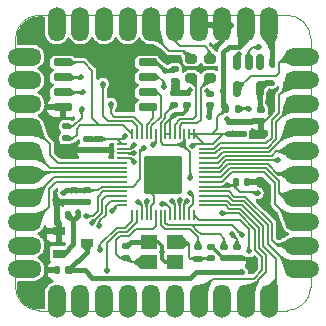
<source format=gtl>
G04 #@! TF.GenerationSoftware,KiCad,Pcbnew,(6.99.0-1912-g359c99991b)*
G04 #@! TF.CreationDate,2022-08-15T10:18:15+07:00*
G04 #@! TF.ProjectId,rp2040_bento,72703230-3430-45f6-9265-6e746f2e6b69,1*
G04 #@! TF.SameCoordinates,Original*
G04 #@! TF.FileFunction,Copper,L1,Top*
G04 #@! TF.FilePolarity,Positive*
%FSLAX46Y46*%
G04 Gerber Fmt 4.6, Leading zero omitted, Abs format (unit mm)*
G04 Created by KiCad (PCBNEW (6.99.0-1912-g359c99991b)) date 2022-08-15 10:18:15*
%MOMM*%
%LPD*%
G01*
G04 APERTURE LIST*
G04 Aperture macros list*
%AMRoundRect*
0 Rectangle with rounded corners*
0 $1 Rounding radius*
0 $2 $3 $4 $5 $6 $7 $8 $9 X,Y pos of 4 corners*
0 Add a 4 corners polygon primitive as box body*
4,1,4,$2,$3,$4,$5,$6,$7,$8,$9,$2,$3,0*
0 Add four circle primitives for the rounded corners*
1,1,$1+$1,$2,$3*
1,1,$1+$1,$4,$5*
1,1,$1+$1,$6,$7*
1,1,$1+$1,$8,$9*
0 Add four rect primitives between the rounded corners*
20,1,$1+$1,$2,$3,$4,$5,0*
20,1,$1+$1,$4,$5,$6,$7,0*
20,1,$1+$1,$6,$7,$8,$9,0*
20,1,$1+$1,$8,$9,$2,$3,0*%
G04 Aperture macros list end*
G04 #@! TA.AperFunction,SMDPad,CuDef*
%ADD10RoundRect,0.150000X-0.650000X-0.150000X0.650000X-0.150000X0.650000X0.150000X-0.650000X0.150000X0*%
G04 #@! TD*
G04 #@! TA.AperFunction,CastellatedPad*
%ADD11C,1.500000*%
G04 #@! TD*
G04 #@! TA.AperFunction,ComponentPad*
%ADD12O,1.500000X2.800000*%
G04 #@! TD*
G04 #@! TA.AperFunction,SMDPad,CuDef*
%ADD13RoundRect,0.140000X-0.170000X0.140000X-0.170000X-0.140000X0.170000X-0.140000X0.170000X0.140000X0*%
G04 #@! TD*
G04 #@! TA.AperFunction,ComponentPad*
%ADD14O,2.800000X1.500000*%
G04 #@! TD*
G04 #@! TA.AperFunction,SMDPad,CuDef*
%ADD15RoundRect,0.140000X0.170000X-0.140000X0.170000X0.140000X-0.170000X0.140000X-0.170000X-0.140000X0*%
G04 #@! TD*
G04 #@! TA.AperFunction,SMDPad,CuDef*
%ADD16RoundRect,0.200000X0.275000X-0.200000X0.275000X0.200000X-0.275000X0.200000X-0.275000X-0.200000X0*%
G04 #@! TD*
G04 #@! TA.AperFunction,SMDPad,CuDef*
%ADD17RoundRect,0.140000X0.140000X0.170000X-0.140000X0.170000X-0.140000X-0.170000X0.140000X-0.170000X0*%
G04 #@! TD*
G04 #@! TA.AperFunction,SMDPad,CuDef*
%ADD18RoundRect,0.135000X-0.135000X-0.185000X0.135000X-0.185000X0.135000X0.185000X-0.135000X0.185000X0*%
G04 #@! TD*
G04 #@! TA.AperFunction,SMDPad,CuDef*
%ADD19R,1.000000X0.800000*%
G04 #@! TD*
G04 #@! TA.AperFunction,SMDPad,CuDef*
%ADD20RoundRect,0.050000X-0.387500X-0.050000X0.387500X-0.050000X0.387500X0.050000X-0.387500X0.050000X0*%
G04 #@! TD*
G04 #@! TA.AperFunction,SMDPad,CuDef*
%ADD21RoundRect,0.050000X-0.050000X-0.387500X0.050000X-0.387500X0.050000X0.387500X-0.050000X0.387500X0*%
G04 #@! TD*
G04 #@! TA.AperFunction,ComponentPad*
%ADD22C,0.600000*%
G04 #@! TD*
G04 #@! TA.AperFunction,SMDPad,CuDef*
%ADD23RoundRect,0.144000X-1.456000X-1.456000X1.456000X-1.456000X1.456000X1.456000X-1.456000X1.456000X0*%
G04 #@! TD*
G04 #@! TA.AperFunction,SMDPad,CuDef*
%ADD24R,1.400000X1.200000*%
G04 #@! TD*
G04 #@! TA.AperFunction,SMDPad,CuDef*
%ADD25RoundRect,0.150000X-0.150000X0.512500X-0.150000X-0.512500X0.150000X-0.512500X0.150000X0.512500X0*%
G04 #@! TD*
G04 #@! TA.AperFunction,SMDPad,CuDef*
%ADD26RoundRect,0.135000X-0.185000X0.135000X-0.185000X-0.135000X0.185000X-0.135000X0.185000X0.135000X0*%
G04 #@! TD*
G04 #@! TA.AperFunction,SMDPad,CuDef*
%ADD27RoundRect,0.140000X-0.140000X-0.170000X0.140000X-0.170000X0.140000X0.170000X-0.140000X0.170000X0*%
G04 #@! TD*
G04 #@! TA.AperFunction,ViaPad*
%ADD28C,0.500000*%
G04 #@! TD*
G04 #@! TA.AperFunction,Conductor*
%ADD29C,0.200000*%
G04 #@! TD*
G04 #@! TA.AperFunction,Conductor*
%ADD30C,0.400000*%
G04 #@! TD*
G04 #@! TA.AperFunction,Conductor*
%ADD31C,0.300000*%
G04 #@! TD*
G04 #@! TA.AperFunction,Profile*
%ADD32C,0.100000*%
G04 #@! TD*
G04 APERTURE END LIST*
D10*
X11200000Y-3995000D03*
X11200000Y-5265000D03*
X11200000Y-6535000D03*
X11200000Y-7805000D03*
X4000000Y-7805000D03*
X4000000Y-6535000D03*
X4000000Y-5265000D03*
X4000000Y-3995000D03*
D11*
X21500000Y-100000D03*
D12*
X21499999Y-799999D03*
D11*
X19500000Y-100000D03*
D12*
X19499999Y-799999D03*
D11*
X17500000Y-100000D03*
D12*
X17499999Y-799999D03*
D11*
X15500000Y-100000D03*
D12*
X15499999Y-799999D03*
D11*
X13500000Y-100000D03*
D12*
X13499999Y-799999D03*
D11*
X11500000Y-100000D03*
D12*
X11499999Y-799999D03*
D11*
X9500000Y-100000D03*
D12*
X9499999Y-799999D03*
D11*
X7500000Y-100000D03*
D12*
X7499999Y-799999D03*
D11*
X5500000Y-100000D03*
D12*
X5499999Y-799999D03*
D11*
X3500000Y-100000D03*
D12*
X3499999Y-799999D03*
D13*
X7150000Y-10470000D03*
X7150000Y-11430000D03*
X13500000Y-4570000D03*
X13500000Y-5530000D03*
D11*
X100000Y-3500000D03*
D14*
X799999Y-3499999D03*
D11*
X100000Y-5500000D03*
D14*
X799999Y-5499999D03*
D11*
X100000Y-7500000D03*
D14*
X799999Y-7499999D03*
D11*
X100000Y-9500000D03*
D14*
X799999Y-9499999D03*
D11*
X100000Y-11500000D03*
D14*
X799999Y-11499999D03*
D11*
X100000Y-13500000D03*
D14*
X799999Y-13499999D03*
D11*
X100000Y-15500000D03*
D14*
X799999Y-15499999D03*
D11*
X100000Y-17500000D03*
D14*
X799999Y-17499999D03*
D11*
X100000Y-19500000D03*
D14*
X799999Y-19499999D03*
D11*
X100000Y-21500000D03*
D14*
X799999Y-21499999D03*
D13*
X17650000Y-19620000D03*
X17650000Y-20580000D03*
D15*
X18200000Y-10030000D03*
X18200000Y-9070000D03*
D16*
X14900000Y-5325000D03*
X14900000Y-3675000D03*
D17*
X4480000Y-21600000D03*
X3520000Y-21600000D03*
D18*
X17840000Y-7900000D03*
X18860000Y-7900000D03*
D19*
X3649999Y-18300000D03*
X3649999Y-20199999D03*
X6049999Y-19249999D03*
D13*
X6050000Y-14820000D03*
X6050000Y-15780000D03*
D11*
X24900000Y-21500000D03*
D14*
X24199999Y-21499999D03*
D11*
X24900000Y-19500000D03*
D14*
X24199999Y-19499999D03*
D11*
X24900000Y-17500000D03*
D14*
X24199999Y-17499999D03*
D11*
X24900000Y-15500000D03*
D14*
X24199999Y-15499999D03*
D11*
X24900000Y-13500000D03*
D14*
X24199999Y-13499999D03*
D11*
X24900000Y-11500000D03*
D14*
X24199999Y-11499999D03*
D11*
X24900000Y-9500000D03*
D14*
X24199999Y-9499999D03*
D11*
X24900000Y-7500000D03*
D14*
X24199999Y-7499999D03*
D11*
X24900000Y-5500000D03*
D14*
X24199999Y-5499999D03*
D11*
X24900000Y-3500000D03*
D14*
X24199999Y-3499999D03*
D20*
X9062500Y-10900000D03*
X9062500Y-11300000D03*
X9062500Y-11700000D03*
X9062500Y-12100000D03*
X9062500Y-12500000D03*
X9062500Y-12900000D03*
X9062500Y-13300000D03*
X9062500Y-13700000D03*
X9062500Y-14100000D03*
X9062500Y-14500000D03*
X9062500Y-14900000D03*
X9062500Y-15300000D03*
X9062500Y-15700000D03*
X9062500Y-16100000D03*
D21*
X9900000Y-16937500D03*
X10300000Y-16937500D03*
X10700000Y-16937500D03*
X11100000Y-16937500D03*
X11500000Y-16937500D03*
X11900000Y-16937500D03*
X12300000Y-16937500D03*
X12700000Y-16937500D03*
X13100000Y-16937500D03*
X13500000Y-16937500D03*
X13900000Y-16937500D03*
X14300000Y-16937500D03*
X14700000Y-16937500D03*
X15100000Y-16937500D03*
D20*
X15937500Y-16100000D03*
X15937500Y-15700000D03*
X15937500Y-15300000D03*
X15937500Y-14900000D03*
X15937500Y-14500000D03*
X15937500Y-14100000D03*
X15937500Y-13700000D03*
X15937500Y-13300000D03*
X15937500Y-12900000D03*
X15937500Y-12500000D03*
X15937500Y-12100000D03*
X15937500Y-11700000D03*
X15937500Y-11300000D03*
X15937500Y-10900000D03*
D21*
X15100000Y-10062500D03*
X14700000Y-10062500D03*
X14300000Y-10062500D03*
X13900000Y-10062500D03*
X13500000Y-10062500D03*
X13100000Y-10062500D03*
X12700000Y-10062500D03*
X12300000Y-10062500D03*
X11900000Y-10062500D03*
X11500000Y-10062500D03*
X11100000Y-10062500D03*
X10700000Y-10062500D03*
X10300000Y-10062500D03*
X9900000Y-10062500D03*
D22*
X11225000Y-12225000D03*
X11225000Y-13500000D03*
X11225000Y-14775000D03*
X12500000Y-12225000D03*
X12500000Y-13500000D03*
D23*
X12500000Y-13500000D03*
D22*
X12500000Y-14775000D03*
X13775000Y-12225000D03*
X13775000Y-13500000D03*
X13775000Y-14775000D03*
D24*
X13499999Y-19199999D03*
X11299999Y-19199999D03*
X11299999Y-20899999D03*
X13499999Y-20899999D03*
D15*
X19250000Y-10030000D03*
X19250000Y-9070000D03*
D25*
X20700000Y-3962500D03*
X19750000Y-3962500D03*
X18800000Y-3962500D03*
X18800000Y-6237500D03*
X20700000Y-6237500D03*
D16*
X16500000Y-5325000D03*
X16500000Y-3675000D03*
D15*
X14500000Y-7580000D03*
X14500000Y-6620000D03*
X16550000Y-20580000D03*
X16550000Y-19620000D03*
D17*
X4480000Y-16950000D03*
X3520000Y-16950000D03*
D13*
X6050000Y-10470000D03*
X6050000Y-11430000D03*
X20800000Y-8020000D03*
X20800000Y-8980000D03*
D15*
X9400000Y-20530000D03*
X9400000Y-19570000D03*
D13*
X18750000Y-19620000D03*
X18750000Y-20580000D03*
X4950000Y-14820000D03*
X4950000Y-15780000D03*
D15*
X13400000Y-7580000D03*
X13400000Y-6620000D03*
D26*
X15450000Y-19590000D03*
X15450000Y-20610000D03*
D27*
X18670000Y-14150000D03*
X19630000Y-14150000D03*
D11*
X3500000Y-24900000D03*
D12*
X3499999Y-24199999D03*
D11*
X5500000Y-24900000D03*
D12*
X5499999Y-24199999D03*
D11*
X7500000Y-24900000D03*
D12*
X7499999Y-24199999D03*
D11*
X9500000Y-24900000D03*
D12*
X9499999Y-24199999D03*
D11*
X11500000Y-24900000D03*
D12*
X11499999Y-24199999D03*
D11*
X13500000Y-24900000D03*
D12*
X13499999Y-24199999D03*
D11*
X15500000Y-24900000D03*
D12*
X15499999Y-24199999D03*
D11*
X17500000Y-24900000D03*
D12*
X17499999Y-24199999D03*
D11*
X19500000Y-24900000D03*
D12*
X19499999Y-24199999D03*
D11*
X21500000Y-24900000D03*
D12*
X21499999Y-24199999D03*
D26*
X4300000Y-9390000D03*
X4300000Y-10410000D03*
D15*
X16500000Y-7630000D03*
X16500000Y-6670000D03*
D28*
X5600000Y-7900000D03*
X5561337Y-5265776D03*
X7400000Y-5800000D03*
X5717785Y-6533998D03*
X8100000Y-7500000D03*
X20750000Y-14150000D03*
X14800000Y-6350000D03*
X18900000Y-3300000D03*
X17900000Y-8800000D03*
X21700000Y-7700000D03*
X17000000Y-2600000D03*
X19800000Y-20750000D03*
X10900000Y-2800000D03*
X4700000Y-11450000D03*
X16250000Y-6400000D03*
X5700000Y-2800000D03*
X22350000Y-18450000D03*
X12400000Y-20050000D03*
X3350000Y-15650000D03*
X16400000Y-8650000D03*
X14800000Y-13750000D03*
X14150000Y-10950000D03*
X18350000Y-18550000D03*
X12400000Y-15950000D03*
X10000000Y-11000000D03*
X21700000Y-4200000D03*
X21700000Y-5700000D03*
X19200000Y-21750000D03*
X10050000Y-11700000D03*
X20600000Y-2700000D03*
X22250000Y-12250000D03*
X10050000Y-12400000D03*
X5950000Y-17000000D03*
X6500000Y-17550000D03*
X7100000Y-17850000D03*
X8200000Y-16600000D03*
X7200000Y-19850000D03*
X7750000Y-21650000D03*
X10400000Y-15800000D03*
X11100000Y-15700000D03*
X17450000Y-16750000D03*
X14750000Y-15050000D03*
X19750000Y-20000000D03*
X13350000Y-8550000D03*
X19200000Y-18600000D03*
X14950000Y-11050000D03*
X5300000Y-16650000D03*
X9300000Y-10200000D03*
X10900000Y-11200000D03*
X17600000Y-6400000D03*
X20500000Y-15050000D03*
X17950000Y-14400000D03*
X12700000Y-4700000D03*
X4050000Y-15050000D03*
X13250000Y-15700000D03*
X14550000Y-15700000D03*
X19750000Y-7900000D03*
X13900000Y-15650000D03*
X12550000Y-6050000D03*
X11650000Y-10950000D03*
D29*
X5600000Y-8700000D02*
X5600000Y-7900000D01*
X4910000Y-9390000D02*
X5600000Y-8700000D01*
X4300000Y-9390000D02*
X4910000Y-9390000D01*
X5200000Y-9600000D02*
X5500480Y-9299520D01*
X5200000Y-10100000D02*
X5200000Y-9600000D01*
X4890000Y-10410000D02*
X5200000Y-10100000D01*
X5500480Y-9299520D02*
X7099520Y-9299520D01*
X4300000Y-10410000D02*
X4890000Y-10410000D01*
X5465776Y-5265000D02*
X5465000Y-5265000D01*
X5561337Y-5265776D02*
X5465776Y-5265000D01*
X5464224Y-5265000D02*
X5561337Y-5265776D01*
X4000000Y-5265000D02*
X5464224Y-5265000D01*
X5795000Y-3995000D02*
X4000000Y-3995000D01*
X6500000Y-4700000D02*
X5795000Y-3995000D01*
X6500000Y-8700000D02*
X6500000Y-4700000D01*
X9137020Y-9299520D02*
X7099520Y-9299520D01*
X9137020Y-9299520D02*
X9900000Y-10062500D01*
X7099520Y-9299520D02*
X6500000Y-8700000D01*
X7400000Y-8500000D02*
X7400000Y-5800000D01*
X7850000Y-8950000D02*
X7400000Y-8500000D01*
X5636002Y-6535000D02*
X5635000Y-6535000D01*
X5717785Y-6533998D02*
X5636002Y-6535000D01*
X5633998Y-6535000D02*
X5717785Y-6533998D01*
X4000000Y-6535000D02*
X5633998Y-6535000D01*
X8100000Y-8300000D02*
X8100000Y-7500000D01*
X8377852Y-8577852D02*
X8100000Y-8300000D01*
X10022148Y-8577852D02*
X8377852Y-8577852D01*
X10700000Y-10062500D02*
X10700000Y-9255704D01*
X10700000Y-9255704D02*
X10022148Y-8577852D01*
X10300000Y-9350000D02*
X9900000Y-8950000D01*
X9900000Y-8950000D02*
X7850000Y-8950000D01*
X11750000Y-15900000D02*
X11750000Y-15300000D01*
D30*
X13700000Y-6320000D02*
X13400000Y-6620000D01*
D29*
X21700000Y-8400000D02*
X21700000Y-7700000D01*
X16250000Y-6420000D02*
X16500000Y-6670000D01*
X11500000Y-16150000D02*
X11750000Y-15900000D01*
D31*
X13500000Y-20900000D02*
X12680623Y-20900000D01*
D30*
X13700000Y-5530000D02*
X13700000Y-6320000D01*
D29*
X14500000Y-6620000D02*
X14530000Y-6620000D01*
X11500000Y-16937500D02*
X11500000Y-16150000D01*
X21120000Y-8980000D02*
X21700000Y-8400000D01*
D31*
X12400000Y-20619377D02*
X12400000Y-20050000D01*
D30*
X5700000Y-2800000D02*
X6100000Y-2800000D01*
X17500000Y-1500000D02*
X17500000Y-2100000D01*
X10900000Y-2800000D02*
X6100000Y-2800000D01*
D29*
X14530000Y-6620000D02*
X14800000Y-6350000D01*
X11750000Y-15300000D02*
X11225000Y-14775000D01*
D30*
X4950000Y-15780000D02*
X6050000Y-15780000D01*
X11300000Y-19200000D02*
X9770000Y-19200000D01*
D31*
X16622039Y-19620000D02*
X17582039Y-20580000D01*
D30*
X9770000Y-19200000D02*
X9400000Y-19570000D01*
D31*
X17582039Y-20580000D02*
X17650000Y-20580000D01*
X11300000Y-19200000D02*
X12100000Y-19200000D01*
X12100000Y-19200000D02*
X12400000Y-19500000D01*
D29*
X16250000Y-6400000D02*
X16250000Y-6420000D01*
D31*
X16550000Y-19620000D02*
X16622039Y-19620000D01*
D30*
X7150000Y-11430000D02*
X6050000Y-11430000D01*
X18470000Y-9070000D02*
X19250000Y-9070000D01*
D31*
X17650000Y-20580000D02*
X18750000Y-20580000D01*
D30*
X13400000Y-6620000D02*
X14380000Y-6620000D01*
D31*
X12400000Y-20050000D02*
X12400000Y-19500000D01*
D29*
X4820000Y-15850000D02*
X4950000Y-15980000D01*
D31*
X12680623Y-20900000D02*
X12400000Y-20619377D01*
D30*
X17500000Y-2100000D02*
X17000000Y-2600000D01*
D29*
X20800000Y-8980000D02*
X21120000Y-8980000D01*
X15450000Y-20610000D02*
X16520000Y-20610000D01*
X14700000Y-19400000D02*
X14700000Y-20500000D01*
X14700000Y-20500000D02*
X14810000Y-20610000D01*
X14500000Y-19200000D02*
X14700000Y-19400000D01*
X16520000Y-20610000D02*
X16550000Y-20580000D01*
X14810000Y-20610000D02*
X15450000Y-20610000D01*
X13500000Y-19200000D02*
X14500000Y-19200000D01*
X14150000Y-10950000D02*
X14150000Y-10956416D01*
X13400000Y-7580000D02*
X13400000Y-7600000D01*
X12500000Y-10950000D02*
X12300000Y-10750000D01*
X18750000Y-18950000D02*
X18750000Y-19620000D01*
D30*
X16400000Y-8650000D02*
X16400000Y-7730000D01*
D29*
X12500000Y-10950000D02*
X14150000Y-10950000D01*
X14300000Y-10800000D02*
X14300000Y-10062500D01*
X12300000Y-9105704D02*
X12300000Y-10062500D01*
X12300000Y-10750000D02*
X12300000Y-10062500D01*
X13100000Y-16300000D02*
X12750000Y-15950000D01*
X14150000Y-10950000D02*
X14300000Y-10800000D01*
X14150000Y-10956416D02*
X14800000Y-11606416D01*
X18350000Y-18550000D02*
X18750000Y-18950000D01*
D30*
X16400000Y-7730000D02*
X16500000Y-7630000D01*
D29*
X13400000Y-7600000D02*
X12675000Y-8325000D01*
X12675000Y-8325000D02*
X12675000Y-8730704D01*
X13100000Y-16300000D02*
X13100000Y-16937500D01*
X12675000Y-8730704D02*
X12300000Y-9105704D01*
X12400000Y-15950000D02*
X12750000Y-15950000D01*
X14800000Y-11606416D02*
X14800000Y-13750000D01*
X9770000Y-20900000D02*
X11300000Y-20900000D01*
X8500000Y-19050000D02*
X8850000Y-18700000D01*
X8500000Y-20200000D02*
X8500000Y-19050000D01*
X11900000Y-17850000D02*
X11900000Y-16937500D01*
X11654276Y-18095724D02*
X11900000Y-17850000D01*
X8830000Y-20530000D02*
X8500000Y-20200000D01*
X8850000Y-18700000D02*
X9600000Y-18700000D01*
X10204276Y-18095724D02*
X11654276Y-18095724D01*
X9400000Y-20530000D02*
X9770000Y-20900000D01*
X9400000Y-20530000D02*
X8830000Y-20530000D01*
X9600000Y-18700000D02*
X10204276Y-18095724D01*
X9062500Y-11300000D02*
X9700000Y-11300000D01*
X9700000Y-11300000D02*
X10000000Y-11000000D01*
D30*
X6500000Y-22250000D02*
X14800000Y-22250000D01*
X4480000Y-21600000D02*
X6050000Y-20030000D01*
X4480000Y-21600000D02*
X5850000Y-21600000D01*
X15300000Y-21750000D02*
X19200000Y-21750000D01*
X6050000Y-20030000D02*
X6050000Y-19250000D01*
X21700000Y-5700000D02*
X21237500Y-5700000D01*
X14800000Y-22250000D02*
X15300000Y-21750000D01*
X20700000Y-7920000D02*
X20800000Y-8020000D01*
X21700000Y-4200000D02*
X21700000Y-1700000D01*
X5850000Y-21600000D02*
X6500000Y-22250000D01*
X21700000Y-1700000D02*
X21500000Y-1500000D01*
X20700000Y-6237500D02*
X20700000Y-7920000D01*
X21237500Y-5700000D02*
X20700000Y-6237500D01*
D29*
X9062500Y-11700000D02*
X10050000Y-11700000D01*
X19750000Y-3450000D02*
X19750000Y-3500000D01*
X19750000Y-3050000D02*
X19750000Y-3962500D01*
X17865671Y-12251441D02*
X22248560Y-12251440D01*
X20100000Y-2700000D02*
X19750000Y-3050000D01*
X20600000Y-2700000D02*
X20100000Y-2700000D01*
X22248560Y-12251440D02*
X22250000Y-12250000D01*
X17217112Y-12900000D02*
X17865671Y-12251441D01*
X15937500Y-12900000D02*
X17217112Y-12900000D01*
X10050000Y-12400000D02*
X9750000Y-12100000D01*
X9750000Y-12100000D02*
X9062500Y-12100000D01*
X1500000Y-9500000D02*
X2900000Y-10900000D01*
X3600000Y-12500000D02*
X9062500Y-12500000D01*
X2900000Y-10900000D02*
X2900000Y-11800000D01*
X2900000Y-11800000D02*
X3600000Y-12500000D01*
X2900000Y-12900000D02*
X9062500Y-12900000D01*
X1500000Y-11500000D02*
X2900000Y-12900000D01*
X1700000Y-13300000D02*
X9062500Y-13300000D01*
X1500000Y-13500000D02*
X1700000Y-13300000D01*
X1500000Y-15500000D02*
X3300000Y-13700000D01*
X3300000Y-13700000D02*
X9062500Y-13700000D01*
X2800000Y-14750000D02*
X2800000Y-16200000D01*
X3450000Y-14100000D02*
X2800000Y-14750000D01*
X9062500Y-14100000D02*
X3450000Y-14100000D01*
X2800000Y-16200000D02*
X1500000Y-17500000D01*
X6550000Y-17000000D02*
X6950000Y-16600000D01*
X6950000Y-15344296D02*
X7394296Y-14900000D01*
X5950000Y-17000000D02*
X6550000Y-17000000D01*
X6950000Y-16600000D02*
X6950000Y-15344296D01*
X7394296Y-14900000D02*
X9062500Y-14900000D01*
X7299520Y-15650000D02*
X7299520Y-16744775D01*
X7299520Y-16744775D02*
X6500000Y-17550000D01*
X9062500Y-15300000D02*
X7649520Y-15300000D01*
X7649520Y-15300000D02*
X7299520Y-15650000D01*
X7649040Y-16150960D02*
X8100000Y-15700000D01*
X7101441Y-17440330D02*
X7649040Y-16892731D01*
X7100000Y-17850000D02*
X7101441Y-17440330D01*
X7649040Y-16892731D02*
X7649040Y-16150960D01*
X8100000Y-15700000D02*
X9062500Y-15700000D01*
X8200000Y-16500000D02*
X8200000Y-16600000D01*
X8100000Y-16600000D02*
X8200000Y-16500000D01*
X9062500Y-16100000D02*
X8600000Y-16100000D01*
X8600000Y-16100000D02*
X8200000Y-16500000D01*
X8200000Y-16600000D02*
X8100000Y-16600000D01*
X7200000Y-19361410D02*
X8560448Y-18000961D01*
X7200000Y-19850000D02*
X7200000Y-19361410D01*
X8560448Y-18000961D02*
X9310449Y-18000960D01*
X9900000Y-17411409D02*
X9900000Y-16937500D01*
X9310449Y-18000960D02*
X9900000Y-17411409D01*
X7750000Y-19305705D02*
X8705225Y-18350480D01*
X10300000Y-17505705D02*
X9455225Y-18350480D01*
X7750000Y-21650000D02*
X7750000Y-19305705D01*
X9455225Y-18350480D02*
X8705225Y-18350480D01*
X10300000Y-16937500D02*
X10300000Y-17505705D01*
X10450000Y-15800000D02*
X10400000Y-15800000D01*
X10400000Y-15750000D02*
X10450000Y-15800000D01*
X10700000Y-16937500D02*
X10700000Y-16050000D01*
X10400000Y-15800000D02*
X10400000Y-15750000D01*
X10700000Y-16050000D02*
X10450000Y-15800000D01*
X11100000Y-16937500D02*
X11100000Y-15700000D01*
X16700000Y-22300000D02*
X20200000Y-22300000D01*
X15050000Y-15950000D02*
X15050000Y-15350000D01*
X20900000Y-21600000D02*
X20900000Y-20444296D01*
X20200000Y-22300000D02*
X20900000Y-21600000D01*
X20900000Y-20444296D02*
X20300000Y-19844296D01*
X20300000Y-19844296D02*
X20300000Y-18155704D01*
X18894296Y-16750000D02*
X17450000Y-16750000D01*
X14750000Y-15050000D02*
X15050000Y-15350000D01*
X14700000Y-16300000D02*
X15050000Y-15950000D01*
X14700000Y-16937500D02*
X14700000Y-16300000D01*
X15500000Y-23500000D02*
X16700000Y-22300000D01*
X20300000Y-18155704D02*
X18894296Y-16750000D01*
X19750000Y-18100000D02*
X19750000Y-20000000D01*
X15100000Y-16937500D02*
X15512500Y-17350000D01*
X15512500Y-17350000D02*
X19000000Y-17350000D01*
X19000000Y-17350000D02*
X19750000Y-18100000D01*
X18100480Y-16400480D02*
X19039071Y-16400480D01*
X15937500Y-16100000D02*
X17800000Y-16100000D01*
X17800000Y-16100000D02*
X18100480Y-16400480D01*
X20649520Y-18010929D02*
X20649520Y-19699520D01*
X20649520Y-19699520D02*
X21249520Y-20299521D01*
X19039071Y-16400480D02*
X20649520Y-18010929D01*
X19500000Y-23500000D02*
X21249520Y-21750480D01*
X21249520Y-20299521D02*
X21249520Y-21750480D01*
X15937500Y-15700000D02*
X17894295Y-15700000D01*
X22050000Y-20600000D02*
X22050000Y-22950000D01*
X19183846Y-16050960D02*
X19241444Y-16108556D01*
X21500000Y-23500000D02*
X22050000Y-22950000D01*
X17894295Y-15700000D02*
X18245255Y-16050960D01*
X20999040Y-17866153D02*
X20999040Y-19549040D01*
X18245255Y-16050960D02*
X19183846Y-16050960D01*
X20999040Y-19549040D02*
X22050000Y-20600000D01*
X19241444Y-16108556D02*
X20999040Y-17866153D01*
X17988590Y-15300000D02*
X18390030Y-15701440D01*
X19328621Y-15701440D02*
X19388591Y-15761409D01*
X21348560Y-19348560D02*
X23500000Y-21500000D01*
X21348560Y-19348560D02*
X21348560Y-17721378D01*
X19388591Y-15761409D02*
X21348560Y-17721378D01*
X15937500Y-15300000D02*
X17988590Y-15300000D01*
X18390030Y-15701440D02*
X19328621Y-15701440D01*
X22200000Y-19500000D02*
X23500000Y-19500000D01*
X15937500Y-14900000D02*
X18082885Y-14900000D01*
X18534805Y-15351920D02*
X19473396Y-15351920D01*
X19473396Y-15351920D02*
X21698080Y-17576603D01*
X21698080Y-17576603D02*
X21698080Y-18998080D01*
X18082885Y-14900000D02*
X18534805Y-15351920D01*
X21698080Y-18998080D02*
X22200000Y-19500000D01*
X21061408Y-13300000D02*
X21950480Y-14189072D01*
X17500000Y-14100000D02*
X18300000Y-13300000D01*
X15937500Y-14100000D02*
X17500000Y-14100000D01*
X18300000Y-13300000D02*
X21061408Y-13300000D01*
X21950480Y-15950480D02*
X23500000Y-17500000D01*
X21950480Y-14189072D02*
X21950480Y-15950480D01*
X21206184Y-12950480D02*
X22300000Y-14044296D01*
X15937500Y-13700000D02*
X17405704Y-13700000D01*
X17405704Y-13700000D02*
X18155223Y-12950481D01*
X22750000Y-15500000D02*
X23500000Y-15500000D01*
X22300000Y-14044296D02*
X22300000Y-15050000D01*
X22300000Y-15050000D02*
X22750000Y-15500000D01*
X18155223Y-12950481D02*
X21206184Y-12950480D01*
X15937500Y-13300000D02*
X17311408Y-13300000D01*
X18010448Y-12600960D02*
X21350960Y-12600960D01*
X21350960Y-12600960D02*
X22250000Y-13500000D01*
X17311408Y-13300000D02*
X18010448Y-12600960D01*
X22250000Y-13500000D02*
X23500000Y-13500000D01*
X22100000Y-5100000D02*
X19937500Y-5100000D01*
X19937500Y-5100000D02*
X18800000Y-6237500D01*
X22300000Y-4900000D02*
X22100000Y-5100000D01*
X22850000Y-3500000D02*
X23500000Y-3500000D01*
X22300000Y-4900000D02*
X22300000Y-4050000D01*
X22300000Y-4050000D02*
X22850000Y-3500000D01*
X17720894Y-11901922D02*
X17122816Y-12500000D01*
X22100000Y-11500000D02*
X23500000Y-11500000D01*
X18151920Y-11901920D02*
X17720894Y-11901922D01*
X21698080Y-11901920D02*
X18151920Y-11901920D01*
X22100000Y-11500000D02*
X21698080Y-11901920D01*
X17122816Y-12500000D02*
X15937500Y-12500000D01*
X17028520Y-12100000D02*
X15937500Y-12100000D01*
X17576120Y-11552400D02*
X17028520Y-12100000D01*
X23500000Y-9500000D02*
X23500000Y-9550000D01*
X21497600Y-11552400D02*
X17576120Y-11552400D01*
X23500000Y-9550000D02*
X21497600Y-11552400D01*
X17437104Y-11202880D02*
X21347120Y-11202880D01*
X17434224Y-11200000D02*
X17437104Y-11202880D01*
X23500000Y-7600000D02*
X23500000Y-7500000D01*
X22050000Y-9050000D02*
X22050000Y-10500000D01*
X22050000Y-9050000D02*
X23500000Y-7600000D01*
X16934224Y-11700000D02*
X17434224Y-11200000D01*
X21347120Y-11202880D02*
X22050000Y-10500000D01*
X15937500Y-11700000D02*
X16934224Y-11700000D01*
X21700480Y-10355224D02*
X21205223Y-10850481D01*
X23500000Y-5600000D02*
X23500000Y-5500000D01*
X16839928Y-11300000D02*
X15937500Y-11300000D01*
X22350000Y-8255704D02*
X21700480Y-8905224D01*
X17289447Y-10850481D02*
X16839928Y-11300000D01*
X22350000Y-6750000D02*
X22350000Y-8255704D01*
X21205223Y-10850481D02*
X17289447Y-10850481D01*
X22350000Y-6750000D02*
X23500000Y-5600000D01*
X21700480Y-8905224D02*
X21700480Y-10355224D01*
X13500000Y-2200000D02*
X13942868Y-2642868D01*
X16500000Y-3100000D02*
X16500000Y-3675000D01*
X16042868Y-2642868D02*
X16500000Y-3100000D01*
X13942868Y-2642868D02*
X16042868Y-2642868D01*
X13500000Y-1500000D02*
X13500000Y-2200000D01*
X11500000Y-1500000D02*
X13000000Y-3000000D01*
X13000000Y-3000000D02*
X14225000Y-3000000D01*
X14225000Y-3000000D02*
X14900000Y-3675000D01*
X15450000Y-19590000D02*
X15450000Y-18800000D01*
X14774854Y-18124854D02*
X15450000Y-18800000D01*
X12650000Y-18100000D02*
X12674854Y-18124854D01*
X12674854Y-18124854D02*
X14774854Y-18124854D01*
X15450000Y-18950000D02*
X15450000Y-19275000D01*
X12650000Y-18100000D02*
X12300000Y-17750000D01*
X12300000Y-17750000D02*
X12300000Y-16937500D01*
X13900000Y-9350000D02*
X13900000Y-10062500D01*
X14100000Y-9150000D02*
X13900000Y-9350000D01*
X16500000Y-5325000D02*
X15672126Y-6152874D01*
X15672126Y-8827874D02*
X15350000Y-9150000D01*
X15350000Y-9150000D02*
X14100000Y-9150000D01*
X15672126Y-6152874D02*
X15672126Y-8827874D01*
X13500000Y-9250000D02*
X13500000Y-10062500D01*
X14900000Y-5325000D02*
X15322606Y-5747606D01*
X13949520Y-8800480D02*
X13500000Y-9250000D01*
X15322606Y-5747606D02*
X15322606Y-8527394D01*
X15049520Y-8800480D02*
X13949520Y-8800480D01*
X15322606Y-8527394D02*
X15049520Y-8800480D01*
X17850000Y-14500000D02*
X17950000Y-14400000D01*
X15937500Y-10900000D02*
X15100000Y-10062500D01*
X13100000Y-8800000D02*
X12700000Y-9200000D01*
X14924666Y-17775334D02*
X15399332Y-18250000D01*
X9030000Y-10470000D02*
X9300000Y-10200000D01*
D31*
X11845000Y-3845000D02*
X12700000Y-4700000D01*
X14500000Y-8001922D02*
X14150961Y-8350961D01*
X13370000Y-4700000D02*
X13500000Y-4570000D01*
D29*
X15100000Y-10900000D02*
X14950000Y-11050000D01*
D30*
X6050000Y-10470000D02*
X7150000Y-10470000D01*
X4900000Y-19400000D02*
X4100000Y-20200000D01*
D29*
X8632500Y-10470000D02*
X9030000Y-10470000D01*
X19022400Y-15002400D02*
X20452400Y-15002400D01*
X9062500Y-14500000D02*
X9950000Y-14500000D01*
X17100000Y-8640000D02*
X17840000Y-7900000D01*
X9950000Y-14500000D02*
X10550000Y-13900000D01*
X12700000Y-10062500D02*
X13100000Y-10062500D01*
X8632500Y-10470000D02*
X9062500Y-10900000D01*
X17300000Y-18550000D02*
X17650000Y-18900000D01*
X12700000Y-16937500D02*
X12700000Y-17550000D01*
X16700000Y-10900000D02*
X15937500Y-10900000D01*
X20452400Y-15002400D02*
X20500000Y-15050000D01*
X17650000Y-18900000D02*
X17650000Y-19620000D01*
D30*
X4900000Y-17370000D02*
X5300000Y-16970000D01*
X4900000Y-17370000D02*
X4900000Y-19400000D01*
D29*
X7150000Y-10470000D02*
X8632500Y-10470000D01*
X15100000Y-10062500D02*
X17537500Y-10062500D01*
X15399332Y-18255036D02*
X15694296Y-18550000D01*
X13350000Y-8550000D02*
X13100000Y-8800000D01*
D30*
X19500000Y-2100000D02*
X19500000Y-1500000D01*
D29*
X16662500Y-10062500D02*
X17100000Y-9625000D01*
D31*
X11662500Y-3845000D02*
X11845000Y-3845000D01*
D30*
X6050000Y-14820000D02*
X4950000Y-14820000D01*
X4280000Y-14820000D02*
X4050000Y-15050000D01*
D29*
X18167500Y-10062500D02*
X18200000Y-10030000D01*
X18420000Y-14400000D02*
X19022400Y-15002400D01*
X10550000Y-11550000D02*
X10550000Y-13900000D01*
D31*
X14500000Y-7580000D02*
X14500000Y-8001922D01*
X12700000Y-4700000D02*
X13370000Y-4700000D01*
D29*
X6980000Y-14820000D02*
X7300000Y-14500000D01*
X6050000Y-14820000D02*
X6980000Y-14820000D01*
X15694296Y-18550000D02*
X17300000Y-18550000D01*
X14700000Y-10062500D02*
X15100000Y-10062500D01*
D30*
X18049572Y-2650428D02*
X18949572Y-2650428D01*
D29*
X12700000Y-17550000D02*
X12925334Y-17775334D01*
X18420000Y-14400000D02*
X18670000Y-14150000D01*
X18375334Y-17775334D02*
X19200000Y-18600000D01*
X16700000Y-10900000D02*
X17537500Y-10062500D01*
D30*
X4280000Y-14820000D02*
X4950000Y-14820000D01*
D29*
X13100000Y-8800000D02*
X13100000Y-10062500D01*
D30*
X17600000Y-3100000D02*
X18049572Y-2650428D01*
D29*
X17100000Y-9625000D02*
X17100000Y-8640000D01*
X17950000Y-14400000D02*
X18420000Y-14400000D01*
D31*
X14150961Y-8350961D02*
X13549039Y-8350961D01*
D30*
X18949572Y-2650428D02*
X19500000Y-2100000D01*
D29*
X10900000Y-11200000D02*
X10550000Y-11550000D01*
D31*
X13549039Y-8350961D02*
X13350000Y-8550000D01*
D30*
X4100000Y-20200000D02*
X3650000Y-20200000D01*
X5300000Y-16970000D02*
X5300000Y-16650000D01*
X19250000Y-10030000D02*
X18200000Y-10030000D01*
X17600000Y-6400000D02*
X17600000Y-3100000D01*
D29*
X15937500Y-10900000D02*
X15100000Y-10900000D01*
X15399332Y-18250000D02*
X15399332Y-18255036D01*
X12925334Y-17775334D02*
X14924666Y-17775334D01*
X15937500Y-14500000D02*
X17850000Y-14500000D01*
X17537500Y-10062500D02*
X18167500Y-10062500D01*
X7300000Y-14500000D02*
X9062500Y-14500000D01*
X14924666Y-17775334D02*
X18375334Y-17775334D01*
D30*
X17600000Y-7660000D02*
X17600000Y-6400000D01*
X17840000Y-7900000D02*
X17600000Y-7660000D01*
D29*
X12700000Y-9200000D02*
X12700000Y-10062500D01*
D30*
X4480000Y-16950000D02*
X4900000Y-17370000D01*
D29*
X13500000Y-15950000D02*
X13500000Y-16937500D01*
X13150000Y-15700000D02*
X13200000Y-15750000D01*
X13250000Y-15700000D02*
X13500000Y-15950000D01*
X13250000Y-15700000D02*
X13150000Y-15700000D01*
X18860000Y-7900000D02*
X19750000Y-7900000D01*
X14300000Y-15950000D02*
X14550000Y-15700000D01*
X14300000Y-16937500D02*
X14300000Y-15950000D01*
X13900000Y-16937500D02*
X13900000Y-15650000D01*
X10300000Y-10062500D02*
X10300000Y-9350000D01*
X11100000Y-10062500D02*
X11100000Y-9300000D01*
X11662500Y-8737500D02*
X11662500Y-7655000D01*
X11100000Y-9300000D02*
X11662500Y-8737500D01*
X11885000Y-6385000D02*
X12325481Y-6825481D01*
X12325481Y-8574519D02*
X11500000Y-9400000D01*
X12325481Y-6825481D02*
X12325481Y-8574519D01*
X11662500Y-6385000D02*
X11885000Y-6385000D01*
X11500000Y-9400000D02*
X11500000Y-10062500D01*
X12550000Y-5650000D02*
X12550000Y-6050000D01*
X11900000Y-10700000D02*
X11900000Y-10062500D01*
X11662500Y-5115000D02*
X12015000Y-5115000D01*
X11650000Y-10950000D02*
X11900000Y-10700000D01*
X12015000Y-5115000D02*
X12550000Y-5650000D01*
G04 #@! TA.AperFunction,Conductor*
G36*
X3549952Y-14605553D02*
G01*
X3606788Y-14648100D01*
X3631599Y-14714620D01*
X3620534Y-14775951D01*
X3560958Y-14906404D01*
X3540312Y-15050000D01*
X3560958Y-15193596D01*
X3621223Y-15325558D01*
X3627123Y-15332367D01*
X3627125Y-15332370D01*
X3710324Y-15428386D01*
X3716225Y-15435196D01*
X3723802Y-15440066D01*
X3723805Y-15440068D01*
X3790543Y-15482958D01*
X3838268Y-15513629D01*
X3846912Y-15516167D01*
X3846914Y-15516168D01*
X3968819Y-15551962D01*
X3968821Y-15551962D01*
X3977464Y-15554500D01*
X4122536Y-15554500D01*
X4131179Y-15551962D01*
X4131181Y-15551962D01*
X4202217Y-15531104D01*
X4237715Y-15526000D01*
X6178000Y-15526000D01*
X6246121Y-15546002D01*
X6292614Y-15599658D01*
X6304000Y-15652000D01*
X6304000Y-15908000D01*
X6283998Y-15976121D01*
X6230342Y-16022614D01*
X6178000Y-16034000D01*
X4156442Y-16034000D01*
X4142911Y-16037973D01*
X4141776Y-16045871D01*
X4146377Y-16061708D01*
X4146174Y-16132704D01*
X4107620Y-16192320D01*
X4042956Y-16221629D01*
X3972711Y-16211325D01*
X3961242Y-16205315D01*
X3926224Y-16184606D01*
X3911784Y-16178357D01*
X3791395Y-16143381D01*
X3777295Y-16143421D01*
X3774000Y-16150691D01*
X3774000Y-17333886D01*
X3778475Y-17349125D01*
X3779865Y-17350330D01*
X3800783Y-17354880D01*
X3800004Y-17358462D01*
X3846121Y-17372003D01*
X3892614Y-17425659D01*
X3904000Y-17478001D01*
X3904000Y-19189886D01*
X3908475Y-19205125D01*
X3909865Y-19206330D01*
X3917548Y-19208001D01*
X4145047Y-19208001D01*
X4213168Y-19228003D01*
X4259661Y-19281659D01*
X4269765Y-19351933D01*
X4240271Y-19416513D01*
X4234142Y-19423096D01*
X4148643Y-19508595D01*
X4086331Y-19542621D01*
X4059548Y-19545500D01*
X3229548Y-19545501D01*
X3124934Y-19545501D01*
X3089182Y-19552612D01*
X3062874Y-19557844D01*
X3062872Y-19557845D01*
X3050699Y-19560266D01*
X3040379Y-19567161D01*
X3040378Y-19567162D01*
X2999028Y-19594792D01*
X2966516Y-19616516D01*
X2910266Y-19700699D01*
X2895500Y-19774933D01*
X2895501Y-20625066D01*
X2910266Y-20699301D01*
X2917161Y-20709621D01*
X2917162Y-20709622D01*
X2966516Y-20783484D01*
X2962701Y-20786033D01*
X2984954Y-20826785D01*
X2979889Y-20897600D01*
X2950928Y-20942664D01*
X2869512Y-21024079D01*
X2859876Y-21036501D01*
X2784604Y-21163780D01*
X2778357Y-21178216D01*
X2736688Y-21321641D01*
X2735232Y-21329609D01*
X2738052Y-21343031D01*
X2749513Y-21346000D01*
X3648000Y-21346000D01*
X3716121Y-21366002D01*
X3762614Y-21419658D01*
X3774000Y-21472000D01*
X3774000Y-21728000D01*
X3753998Y-21796121D01*
X3700342Y-21842614D01*
X3648000Y-21854000D01*
X2751576Y-21854000D01*
X2736781Y-21858344D01*
X2734937Y-21868775D01*
X2736688Y-21878359D01*
X2778357Y-22021784D01*
X2784604Y-22036220D01*
X2859876Y-22163499D01*
X2869516Y-22175926D01*
X2974074Y-22280484D01*
X2986501Y-22290124D01*
X3113780Y-22365396D01*
X3128212Y-22371641D01*
X3132043Y-22372754D01*
X3134689Y-22374444D01*
X3135489Y-22374790D01*
X3135433Y-22374919D01*
X3191879Y-22410966D01*
X3221557Y-22475462D01*
X3211656Y-22545765D01*
X3165317Y-22599554D01*
X3140653Y-22611908D01*
X3061343Y-22641282D01*
X3061336Y-22641285D01*
X3055343Y-22643505D01*
X2881969Y-22751570D01*
X2877340Y-22755970D01*
X2877339Y-22755971D01*
X2738525Y-22887922D01*
X2738521Y-22887926D01*
X2733897Y-22892322D01*
X2730250Y-22897561D01*
X2730248Y-22897564D01*
X2620842Y-23054753D01*
X2617190Y-23060000D01*
X2536625Y-23247739D01*
X2535339Y-23253997D01*
X2535338Y-23254000D01*
X2520874Y-23324381D01*
X2495500Y-23447852D01*
X2495500Y-24773500D01*
X2475498Y-24841621D01*
X2421842Y-24888114D01*
X2369500Y-24899500D01*
X2004121Y-24899500D01*
X1995880Y-24899230D01*
X1760307Y-24883790D01*
X1743967Y-24881639D01*
X1630219Y-24859014D01*
X1516468Y-24836387D01*
X1500554Y-24832123D01*
X1280911Y-24757564D01*
X1265686Y-24751258D01*
X1263640Y-24750249D01*
X1057652Y-24648668D01*
X1043386Y-24640431D01*
X850521Y-24511563D01*
X837446Y-24501530D01*
X663051Y-24348590D01*
X651410Y-24336949D01*
X498465Y-24162548D01*
X488437Y-24149479D01*
X359571Y-23956618D01*
X351330Y-23942344D01*
X248742Y-23734314D01*
X242435Y-23719087D01*
X228024Y-23676633D01*
X167877Y-23499446D01*
X163612Y-23483529D01*
X118361Y-23256033D01*
X116210Y-23239693D01*
X100770Y-23004120D01*
X100500Y-22995879D01*
X100500Y-22630500D01*
X120502Y-22562379D01*
X174158Y-22515886D01*
X226500Y-22504500D01*
X1500940Y-22504500D01*
X1504114Y-22504177D01*
X1504119Y-22504177D01*
X1565145Y-22497971D01*
X1653247Y-22489012D01*
X1848173Y-22427853D01*
X1853760Y-22424752D01*
X2021212Y-22331809D01*
X2021216Y-22331806D01*
X2026798Y-22328708D01*
X2181809Y-22195636D01*
X2240988Y-22119183D01*
X2302945Y-22039141D01*
X2302947Y-22039138D01*
X2306859Y-22034084D01*
X2312893Y-22021784D01*
X2386443Y-21871842D01*
X2396830Y-21850667D01*
X2409397Y-21802131D01*
X2446437Y-21659075D01*
X2446438Y-21659071D01*
X2448037Y-21652894D01*
X2458384Y-21448861D01*
X2457144Y-21440763D01*
X2450140Y-21395049D01*
X2427448Y-21246921D01*
X2421397Y-21230582D01*
X2358714Y-21061334D01*
X2358713Y-21061333D01*
X2356495Y-21055343D01*
X2248430Y-20881969D01*
X2234842Y-20867674D01*
X2112078Y-20738525D01*
X2112074Y-20738521D01*
X2107678Y-20733897D01*
X2102439Y-20730250D01*
X2102436Y-20730248D01*
X1945247Y-20620842D01*
X1940000Y-20617190D01*
X1933354Y-20614338D01*
X1931882Y-20613706D01*
X1930843Y-20612847D01*
X1928539Y-20611568D01*
X1928777Y-20611138D01*
X1877171Y-20568460D01*
X1855606Y-20500818D01*
X1874035Y-20432255D01*
X1920425Y-20387750D01*
X2021212Y-20331809D01*
X2021216Y-20331806D01*
X2026798Y-20328708D01*
X2181809Y-20195636D01*
X2236053Y-20125558D01*
X2302945Y-20039141D01*
X2302947Y-20039138D01*
X2306859Y-20034084D01*
X2322996Y-20001188D01*
X2373763Y-19897692D01*
X2396830Y-19850667D01*
X2408153Y-19806936D01*
X2446437Y-19659075D01*
X2446438Y-19659071D01*
X2448037Y-19652894D01*
X2458384Y-19448861D01*
X2453429Y-19416513D01*
X2433166Y-19284246D01*
X2427448Y-19246921D01*
X2412415Y-19206330D01*
X2358714Y-19061334D01*
X2358713Y-19061333D01*
X2356495Y-19055343D01*
X2248430Y-18881969D01*
X2186178Y-18816479D01*
X2118446Y-18745224D01*
X2642000Y-18745224D01*
X2642360Y-18751939D01*
X2647662Y-18801258D01*
X2651259Y-18816479D01*
X2696405Y-18937521D01*
X2704954Y-18953177D01*
X2781698Y-19055694D01*
X2794307Y-19068303D01*
X2896824Y-19145047D01*
X2912480Y-19153596D01*
X3033522Y-19198742D01*
X3048743Y-19202339D01*
X3098062Y-19207641D01*
X3104777Y-19208001D01*
X3377885Y-19208001D01*
X3393124Y-19203526D01*
X3394329Y-19202136D01*
X3396000Y-19194453D01*
X3396000Y-18572116D01*
X3391525Y-18556877D01*
X3390135Y-18555672D01*
X3382452Y-18554001D01*
X2660115Y-18554001D01*
X2644876Y-18558476D01*
X2643672Y-18559865D01*
X2642000Y-18567549D01*
X2642000Y-18745224D01*
X2118446Y-18745224D01*
X2112078Y-18738525D01*
X2112074Y-18738521D01*
X2107678Y-18733897D01*
X2102439Y-18730250D01*
X2102436Y-18730248D01*
X1945247Y-18620842D01*
X1940000Y-18617190D01*
X1933354Y-18614338D01*
X1931882Y-18613706D01*
X1930843Y-18612847D01*
X1928539Y-18611568D01*
X1928777Y-18611138D01*
X1877171Y-18568460D01*
X1855606Y-18500818D01*
X1874035Y-18432255D01*
X1920425Y-18387750D01*
X2021212Y-18331809D01*
X2021216Y-18331806D01*
X2026798Y-18328708D01*
X2181809Y-18195636D01*
X2238296Y-18122661D01*
X2302945Y-18039141D01*
X2302947Y-18039138D01*
X2306859Y-18034084D01*
X2309900Y-18027886D01*
X2358707Y-17928386D01*
X2396830Y-17850667D01*
X2398115Y-17845706D01*
X2440260Y-17789135D01*
X2506723Y-17764172D01*
X2576131Y-17779104D01*
X2626449Y-17829191D01*
X2642000Y-17889830D01*
X2642000Y-18027886D01*
X2646475Y-18043125D01*
X2647865Y-18044330D01*
X2655548Y-18046001D01*
X3377885Y-18046001D01*
X3393124Y-18041526D01*
X3394329Y-18040136D01*
X3396000Y-18032453D01*
X3396000Y-17826115D01*
X3391525Y-17810876D01*
X3390135Y-17809671D01*
X3369217Y-17805121D01*
X3369996Y-17801539D01*
X3323879Y-17787998D01*
X3277386Y-17734342D01*
X3266000Y-17682000D01*
X3266000Y-16156442D01*
X3261970Y-16142716D01*
X3197987Y-16113496D01*
X3159604Y-16053770D01*
X3154500Y-16018272D01*
X3154500Y-14949029D01*
X3174502Y-14880908D01*
X3191405Y-14859934D01*
X3416825Y-14634514D01*
X3479137Y-14600488D01*
X3549952Y-14605553D01*
G37*
G04 #@! TD.AperFunction*
G04 #@! TA.AperFunction,Conductor*
G36*
X20298216Y-20343851D02*
G01*
X20508595Y-20554230D01*
X20542621Y-20616542D01*
X20545500Y-20643325D01*
X20545500Y-21400971D01*
X20525498Y-21469092D01*
X20508595Y-21490066D01*
X20090066Y-21908595D01*
X20027754Y-21942621D01*
X20000971Y-21945500D01*
X19826992Y-21945500D01*
X19758871Y-21925498D01*
X19712378Y-21871842D01*
X19702274Y-21801569D01*
X19708406Y-21758918D01*
X19708406Y-21758917D01*
X19709688Y-21750000D01*
X19705640Y-21721842D01*
X19690324Y-21615321D01*
X19689042Y-21606404D01*
X19628777Y-21474442D01*
X19622877Y-21467633D01*
X19622875Y-21467630D01*
X19539676Y-21371614D01*
X19533775Y-21364804D01*
X19457007Y-21315468D01*
X19410515Y-21261813D01*
X19400411Y-21191540D01*
X19427023Y-21133268D01*
X19425628Y-21132186D01*
X19440124Y-21113499D01*
X19515396Y-20986220D01*
X19521643Y-20971784D01*
X19556619Y-20851395D01*
X19556579Y-20837295D01*
X19549309Y-20834000D01*
X17522000Y-20834000D01*
X17453879Y-20813998D01*
X17407386Y-20760342D01*
X17396000Y-20708000D01*
X17396000Y-20452000D01*
X17416002Y-20383879D01*
X17469658Y-20337386D01*
X17522000Y-20326000D01*
X19307389Y-20326000D01*
X19375510Y-20346002D01*
X19402613Y-20369487D01*
X19416225Y-20385196D01*
X19423802Y-20390066D01*
X19423805Y-20390068D01*
X19489873Y-20432527D01*
X19538268Y-20463629D01*
X19546912Y-20466167D01*
X19546914Y-20466168D01*
X19668819Y-20501962D01*
X19668821Y-20501962D01*
X19677464Y-20504500D01*
X19822536Y-20504500D01*
X19831179Y-20501962D01*
X19831181Y-20501962D01*
X19953086Y-20466168D01*
X19953088Y-20466167D01*
X19961732Y-20463629D01*
X20010127Y-20432527D01*
X20076195Y-20390068D01*
X20076198Y-20390066D01*
X20083775Y-20385196D01*
X20113897Y-20350433D01*
X20173622Y-20312050D01*
X20244619Y-20312050D01*
X20298216Y-20343851D01*
G37*
G04 #@! TD.AperFunction*
G04 #@! TA.AperFunction,Conductor*
G36*
X20930499Y-13674502D02*
G01*
X20951473Y-13691404D01*
X21559075Y-14299005D01*
X21593100Y-14361318D01*
X21595980Y-14388101D01*
X21595980Y-15900646D01*
X21593604Y-15923561D01*
X21593528Y-15925408D01*
X21591385Y-15935627D01*
X21592676Y-15945985D01*
X21592676Y-15945988D01*
X21595124Y-15965624D01*
X21595661Y-15970801D01*
X21595980Y-15974651D01*
X21595980Y-15979857D01*
X21596837Y-15984992D01*
X21596837Y-15984993D01*
X21599177Y-15999013D01*
X21599929Y-16004168D01*
X21606019Y-16053031D01*
X21609316Y-16059774D01*
X21610551Y-16067178D01*
X21615520Y-16076359D01*
X21615520Y-16076360D01*
X21633978Y-16110466D01*
X21636363Y-16115099D01*
X21650209Y-16143421D01*
X21657981Y-16159320D01*
X21663288Y-16164627D01*
X21666861Y-16171229D01*
X21682691Y-16185801D01*
X21703077Y-16204568D01*
X21706835Y-16208174D01*
X22166591Y-16667930D01*
X22188595Y-16697586D01*
X22217596Y-16751794D01*
X22254185Y-16820185D01*
X22258592Y-16829282D01*
X22339589Y-17015129D01*
X22342341Y-17021986D01*
X22427181Y-17252732D01*
X22428985Y-17257996D01*
X22514856Y-17528070D01*
X22516065Y-17531873D01*
X22517319Y-17536070D01*
X22563794Y-17702007D01*
X22567010Y-17716906D01*
X22572552Y-17753079D01*
X22574771Y-17759071D01*
X22574772Y-17759074D01*
X22593525Y-17809709D01*
X22596699Y-17819486D01*
X22603555Y-17843964D01*
X22609296Y-17861922D01*
X22609872Y-17863521D01*
X22616912Y-17881038D01*
X22620611Y-17886276D01*
X22627482Y-17901393D01*
X22643505Y-17944657D01*
X22646884Y-17950079D01*
X22646886Y-17950082D01*
X22711374Y-18053543D01*
X22751570Y-18118031D01*
X22755970Y-18122660D01*
X22755971Y-18122661D01*
X22887922Y-18261475D01*
X22887926Y-18261479D01*
X22892322Y-18266103D01*
X22897561Y-18269750D01*
X22897564Y-18269752D01*
X22997418Y-18339252D01*
X23060000Y-18382810D01*
X23065875Y-18385331D01*
X23068118Y-18386294D01*
X23069157Y-18387153D01*
X23071461Y-18388432D01*
X23071223Y-18388862D01*
X23122829Y-18431540D01*
X23144394Y-18499182D01*
X23125965Y-18567745D01*
X23079575Y-18612250D01*
X22978788Y-18668191D01*
X22978784Y-18668194D01*
X22973202Y-18671292D01*
X22818191Y-18804364D01*
X22809747Y-18815272D01*
X22777704Y-18844481D01*
X22739207Y-18868952D01*
X22705122Y-18890618D01*
X22691118Y-18898318D01*
X22518775Y-18979306D01*
X22501858Y-18985815D01*
X22337933Y-19035679D01*
X22318549Y-19039941D01*
X22312727Y-19040747D01*
X22242510Y-19030267D01*
X22206369Y-19005030D01*
X22089485Y-18888146D01*
X22055459Y-18825834D01*
X22052580Y-18799051D01*
X22052580Y-17626437D01*
X22054956Y-17603522D01*
X22055032Y-17601675D01*
X22057175Y-17591456D01*
X22055818Y-17580563D01*
X22053436Y-17561459D01*
X22052899Y-17556282D01*
X22052580Y-17552432D01*
X22052580Y-17547226D01*
X22049381Y-17528059D01*
X22048631Y-17522913D01*
X22043833Y-17484417D01*
X22043833Y-17484416D01*
X22042541Y-17474052D01*
X22039244Y-17467309D01*
X22038009Y-17459905D01*
X22014581Y-17416616D01*
X22012197Y-17411984D01*
X21995165Y-17377143D01*
X21995164Y-17377141D01*
X21990579Y-17367763D01*
X21985272Y-17362456D01*
X21981699Y-17355854D01*
X21945483Y-17322515D01*
X21941725Y-17318909D01*
X21168045Y-16545229D01*
X20392410Y-15769595D01*
X20358385Y-15707283D01*
X20363449Y-15636468D01*
X20405996Y-15579632D01*
X20472516Y-15554821D01*
X20481505Y-15554500D01*
X20572536Y-15554500D01*
X20581179Y-15551962D01*
X20581181Y-15551962D01*
X20703086Y-15516168D01*
X20703088Y-15516167D01*
X20711732Y-15513629D01*
X20759457Y-15482958D01*
X20826195Y-15440068D01*
X20826198Y-15440066D01*
X20833775Y-15435196D01*
X20839676Y-15428386D01*
X20922875Y-15332370D01*
X20922877Y-15332367D01*
X20928777Y-15325558D01*
X20989042Y-15193596D01*
X21009688Y-15050000D01*
X20989042Y-14906404D01*
X20934600Y-14787192D01*
X20932521Y-14782640D01*
X20932521Y-14782639D01*
X20928777Y-14774442D01*
X20922877Y-14767633D01*
X20922875Y-14767630D01*
X20839676Y-14671614D01*
X20833775Y-14664804D01*
X20826198Y-14659934D01*
X20826195Y-14659932D01*
X20749236Y-14610473D01*
X20711732Y-14586371D01*
X20703088Y-14583833D01*
X20703086Y-14583832D01*
X20581181Y-14548038D01*
X20581179Y-14548038D01*
X20572536Y-14545500D01*
X20541709Y-14545500D01*
X20473588Y-14525498D01*
X20427095Y-14471842D01*
X20421337Y-14439265D01*
X20418843Y-14439789D01*
X20411948Y-14406969D01*
X20400487Y-14404000D01*
X19502000Y-14404000D01*
X19433879Y-14383998D01*
X19387386Y-14330342D01*
X19376000Y-14278000D01*
X19376000Y-14022000D01*
X19396002Y-13953879D01*
X19449658Y-13907386D01*
X19502000Y-13896000D01*
X20398424Y-13896000D01*
X20413219Y-13891656D01*
X20415063Y-13881225D01*
X20413313Y-13871644D01*
X20397046Y-13815654D01*
X20397249Y-13744657D01*
X20435802Y-13685041D01*
X20500467Y-13655732D01*
X20518043Y-13654500D01*
X20862378Y-13654500D01*
X20930499Y-13674502D01*
G37*
G04 #@! TD.AperFunction*
G04 #@! TA.AperFunction,Conductor*
G36*
X2437621Y-120502D02*
G01*
X2484114Y-174158D01*
X2495500Y-226500D01*
X2495500Y-1500940D01*
X2510988Y-1653247D01*
X2512902Y-1659347D01*
X2563693Y-1821227D01*
X2572147Y-1848173D01*
X2575248Y-1853760D01*
X2668191Y-2021212D01*
X2668194Y-2021216D01*
X2671292Y-2026798D01*
X2804364Y-2181809D01*
X2830799Y-2202271D01*
X2960859Y-2302945D01*
X2960862Y-2302947D01*
X2965916Y-2306859D01*
X2971655Y-2309674D01*
X2971658Y-2309676D01*
X3064316Y-2355127D01*
X3149333Y-2396830D01*
X3155515Y-2398431D01*
X3155516Y-2398431D01*
X3340925Y-2446437D01*
X3340929Y-2446438D01*
X3347106Y-2448037D01*
X3551139Y-2458384D01*
X3557451Y-2457417D01*
X3557452Y-2457417D01*
X3616572Y-2448360D01*
X3753079Y-2427448D01*
X3793086Y-2412631D01*
X3938666Y-2358714D01*
X3938667Y-2358713D01*
X3944657Y-2356495D01*
X4118031Y-2248430D01*
X4153226Y-2214975D01*
X4261475Y-2112078D01*
X4261479Y-2112074D01*
X4266103Y-2107678D01*
X4319024Y-2031645D01*
X4379158Y-1945247D01*
X4382810Y-1940000D01*
X4386294Y-1931882D01*
X4387153Y-1930843D01*
X4388432Y-1928539D01*
X4388862Y-1928777D01*
X4431540Y-1877171D01*
X4499182Y-1855606D01*
X4567745Y-1874035D01*
X4612250Y-1920425D01*
X4668191Y-2021212D01*
X4668194Y-2021216D01*
X4671292Y-2026798D01*
X4804364Y-2181809D01*
X4830799Y-2202271D01*
X4960859Y-2302945D01*
X4960862Y-2302947D01*
X4965916Y-2306859D01*
X4971655Y-2309674D01*
X4971658Y-2309676D01*
X5064316Y-2355127D01*
X5149333Y-2396830D01*
X5155515Y-2398431D01*
X5155516Y-2398431D01*
X5340925Y-2446437D01*
X5340929Y-2446438D01*
X5347106Y-2448037D01*
X5551139Y-2458384D01*
X5557451Y-2457417D01*
X5557452Y-2457417D01*
X5616572Y-2448360D01*
X5753079Y-2427448D01*
X5793086Y-2412631D01*
X5938666Y-2358714D01*
X5938667Y-2358713D01*
X5944657Y-2356495D01*
X6118031Y-2248430D01*
X6153226Y-2214975D01*
X6261475Y-2112078D01*
X6261479Y-2112074D01*
X6266103Y-2107678D01*
X6319024Y-2031645D01*
X6379158Y-1945247D01*
X6382810Y-1940000D01*
X6386294Y-1931882D01*
X6387153Y-1930843D01*
X6388432Y-1928539D01*
X6388862Y-1928777D01*
X6431540Y-1877171D01*
X6499182Y-1855606D01*
X6567745Y-1874035D01*
X6612250Y-1920425D01*
X6668191Y-2021212D01*
X6668194Y-2021216D01*
X6671292Y-2026798D01*
X6804364Y-2181809D01*
X6830799Y-2202271D01*
X6960859Y-2302945D01*
X6960862Y-2302947D01*
X6965916Y-2306859D01*
X6971655Y-2309674D01*
X6971658Y-2309676D01*
X7064316Y-2355127D01*
X7149333Y-2396830D01*
X7155515Y-2398431D01*
X7155516Y-2398431D01*
X7340925Y-2446437D01*
X7340929Y-2446438D01*
X7347106Y-2448037D01*
X7551139Y-2458384D01*
X7557451Y-2457417D01*
X7557452Y-2457417D01*
X7616572Y-2448360D01*
X7753079Y-2427448D01*
X7793086Y-2412631D01*
X7938666Y-2358714D01*
X7938667Y-2358713D01*
X7944657Y-2356495D01*
X8118031Y-2248430D01*
X8153226Y-2214975D01*
X8261475Y-2112078D01*
X8261479Y-2112074D01*
X8266103Y-2107678D01*
X8319024Y-2031645D01*
X8379158Y-1945247D01*
X8382810Y-1940000D01*
X8386294Y-1931882D01*
X8387153Y-1930843D01*
X8388432Y-1928539D01*
X8388862Y-1928777D01*
X8431540Y-1877171D01*
X8499182Y-1855606D01*
X8567745Y-1874035D01*
X8612250Y-1920425D01*
X8668191Y-2021212D01*
X8668194Y-2021216D01*
X8671292Y-2026798D01*
X8804364Y-2181809D01*
X8830799Y-2202271D01*
X8960859Y-2302945D01*
X8960862Y-2302947D01*
X8965916Y-2306859D01*
X8971655Y-2309674D01*
X8971658Y-2309676D01*
X9064316Y-2355127D01*
X9149333Y-2396830D01*
X9155515Y-2398431D01*
X9155516Y-2398431D01*
X9340925Y-2446437D01*
X9340929Y-2446438D01*
X9347106Y-2448037D01*
X9551139Y-2458384D01*
X9557451Y-2457417D01*
X9557452Y-2457417D01*
X9616572Y-2448360D01*
X9753079Y-2427448D01*
X9793086Y-2412631D01*
X9938666Y-2358714D01*
X9938667Y-2358713D01*
X9944657Y-2356495D01*
X10118031Y-2248430D01*
X10153226Y-2214975D01*
X10261475Y-2112078D01*
X10261479Y-2112074D01*
X10266103Y-2107678D01*
X10319024Y-2031645D01*
X10379158Y-1945247D01*
X10382810Y-1940000D01*
X10386294Y-1931882D01*
X10387153Y-1930843D01*
X10388432Y-1928539D01*
X10388862Y-1928777D01*
X10431540Y-1877171D01*
X10499182Y-1855606D01*
X10567745Y-1874035D01*
X10612250Y-1920425D01*
X10668191Y-2021212D01*
X10668194Y-2021216D01*
X10671292Y-2026798D01*
X10804364Y-2181809D01*
X10830799Y-2202271D01*
X10960859Y-2302945D01*
X10960862Y-2302947D01*
X10965916Y-2306859D01*
X10971655Y-2309674D01*
X10971658Y-2309676D01*
X11064316Y-2355127D01*
X11149333Y-2396830D01*
X11155515Y-2398431D01*
X11155516Y-2398431D01*
X11340925Y-2446437D01*
X11340929Y-2446438D01*
X11347106Y-2448037D01*
X11551139Y-2458384D01*
X11557449Y-2457417D01*
X11557456Y-2457417D01*
X11577280Y-2454380D01*
X11622400Y-2455648D01*
X11630902Y-2457444D01*
X11648340Y-2462463D01*
X11846546Y-2535338D01*
X11848009Y-2535876D01*
X11863012Y-2542531D01*
X12070515Y-2651273D01*
X12082902Y-2658700D01*
X12269371Y-2785579D01*
X12305986Y-2810493D01*
X12305508Y-2811195D01*
X12324275Y-2825614D01*
X12714091Y-3215430D01*
X12728602Y-3233299D01*
X12729867Y-3234674D01*
X12735579Y-3243416D01*
X12743817Y-3249828D01*
X12743820Y-3249831D01*
X12759456Y-3262001D01*
X12763498Y-3265283D01*
X12766411Y-3267750D01*
X12770103Y-3271442D01*
X12774353Y-3274476D01*
X12774355Y-3274478D01*
X12785927Y-3282740D01*
X12790098Y-3285850D01*
X12828944Y-3316085D01*
X12836042Y-3318522D01*
X12842152Y-3322884D01*
X12889345Y-3336934D01*
X12894286Y-3338517D01*
X12940844Y-3354500D01*
X12948349Y-3354500D01*
X12955544Y-3356642D01*
X13004714Y-3354608D01*
X13009922Y-3354500D01*
X13928132Y-3354500D01*
X13996253Y-3374502D01*
X14042746Y-3428158D01*
X14046264Y-3436674D01*
X14079071Y-3525153D01*
X14080685Y-3529782D01*
X14085763Y-3545305D01*
X14126486Y-3669791D01*
X14127640Y-3673518D01*
X14140789Y-3718445D01*
X14165428Y-3802634D01*
X14170501Y-3838025D01*
X14170501Y-3929748D01*
X14173379Y-3960451D01*
X14175912Y-3967690D01*
X14217816Y-4087445D01*
X14217937Y-4089809D01*
X14224082Y-4097159D01*
X14273067Y-4163531D01*
X14299990Y-4200010D01*
X14307583Y-4205614D01*
X14402629Y-4275762D01*
X14402632Y-4275764D01*
X14410227Y-4281369D01*
X14539549Y-4326621D01*
X14547178Y-4327336D01*
X14547181Y-4327337D01*
X14567314Y-4329225D01*
X14567323Y-4329225D01*
X14570251Y-4329500D01*
X14573205Y-4329500D01*
X14900951Y-4329499D01*
X15229748Y-4329499D01*
X15232669Y-4329225D01*
X15232673Y-4329225D01*
X15252816Y-4327337D01*
X15252819Y-4327336D01*
X15260451Y-4326621D01*
X15389773Y-4281369D01*
X15397368Y-4275764D01*
X15397371Y-4275762D01*
X15492417Y-4205614D01*
X15500010Y-4200010D01*
X15526933Y-4163531D01*
X15575762Y-4097371D01*
X15575764Y-4097368D01*
X15581369Y-4089773D01*
X15584488Y-4080860D01*
X15588601Y-4073077D01*
X15638115Y-4022196D01*
X15707278Y-4006162D01*
X15774129Y-4030066D01*
X15811399Y-4073077D01*
X15815512Y-4080860D01*
X15818631Y-4089773D01*
X15824236Y-4097368D01*
X15824238Y-4097371D01*
X15873067Y-4163531D01*
X15899990Y-4200010D01*
X15907583Y-4205614D01*
X16002629Y-4275762D01*
X16002632Y-4275764D01*
X16010227Y-4281369D01*
X16139549Y-4326621D01*
X16147178Y-4327336D01*
X16147181Y-4327337D01*
X16167314Y-4329225D01*
X16167323Y-4329225D01*
X16170251Y-4329500D01*
X16173205Y-4329500D01*
X16500951Y-4329499D01*
X16829748Y-4329499D01*
X16832669Y-4329225D01*
X16832673Y-4329225D01*
X16852816Y-4327337D01*
X16852819Y-4327336D01*
X16860451Y-4326621D01*
X16867690Y-4324088D01*
X16977885Y-4285529D01*
X17048789Y-4281909D01*
X17110394Y-4317198D01*
X17143141Y-4380192D01*
X17145500Y-4404458D01*
X17145500Y-4595542D01*
X17125498Y-4663663D01*
X17071842Y-4710156D01*
X17001568Y-4720260D01*
X16977885Y-4714471D01*
X16878455Y-4679679D01*
X16860451Y-4673379D01*
X16852822Y-4672664D01*
X16852819Y-4672663D01*
X16832686Y-4670775D01*
X16832677Y-4670775D01*
X16829749Y-4670500D01*
X16826795Y-4670500D01*
X16499049Y-4670501D01*
X16170252Y-4670501D01*
X16167331Y-4670775D01*
X16167327Y-4670775D01*
X16147184Y-4672663D01*
X16147181Y-4672664D01*
X16139549Y-4673379D01*
X16010227Y-4718631D01*
X16002632Y-4724236D01*
X16002629Y-4724238D01*
X15928059Y-4779274D01*
X15899990Y-4799990D01*
X15894386Y-4807583D01*
X15824238Y-4902629D01*
X15824236Y-4902632D01*
X15818631Y-4910227D01*
X15815512Y-4919140D01*
X15811399Y-4926923D01*
X15761885Y-4977804D01*
X15692722Y-4993838D01*
X15625871Y-4969934D01*
X15588601Y-4926923D01*
X15584488Y-4919140D01*
X15581369Y-4910227D01*
X15575764Y-4902632D01*
X15575762Y-4902629D01*
X15505614Y-4807583D01*
X15500010Y-4799990D01*
X15471941Y-4779274D01*
X15397371Y-4724238D01*
X15397368Y-4724236D01*
X15389773Y-4718631D01*
X15260451Y-4673379D01*
X15252822Y-4672664D01*
X15252819Y-4672663D01*
X15232686Y-4670775D01*
X15232677Y-4670775D01*
X15229749Y-4670500D01*
X15226795Y-4670500D01*
X14899049Y-4670501D01*
X14570252Y-4670501D01*
X14567331Y-4670775D01*
X14567327Y-4670775D01*
X14547184Y-4672663D01*
X14547181Y-4672664D01*
X14539549Y-4673379D01*
X14410227Y-4718631D01*
X14402632Y-4724236D01*
X14402629Y-4724238D01*
X14328059Y-4779274D01*
X14299990Y-4799990D01*
X14294386Y-4807583D01*
X14294384Y-4807585D01*
X14291879Y-4810979D01*
X14288186Y-4813783D01*
X14287706Y-4814263D01*
X14287640Y-4814197D01*
X14235334Y-4853912D01*
X14164555Y-4859458D01*
X14102012Y-4825857D01*
X14067564Y-4763778D01*
X14064500Y-4736158D01*
X14064499Y-4403911D01*
X14064499Y-4398956D01*
X14057113Y-4352320D01*
X14051420Y-4316371D01*
X14051419Y-4316369D01*
X14049868Y-4306573D01*
X14039146Y-4285529D01*
X14010436Y-4229184D01*
X14007007Y-4210926D01*
X13997291Y-4203386D01*
X13993135Y-4195229D01*
X13904771Y-4106865D01*
X13793427Y-4050132D01*
X13783637Y-4048581D01*
X13783636Y-4048581D01*
X13757899Y-4044505D01*
X13701045Y-4035500D01*
X13500041Y-4035500D01*
X13298956Y-4035501D01*
X13275972Y-4039141D01*
X13216371Y-4048580D01*
X13216369Y-4048581D01*
X13206573Y-4050132D01*
X13197736Y-4054635D01*
X13197735Y-4054635D01*
X13185695Y-4060770D01*
X13095229Y-4106865D01*
X13054361Y-4147733D01*
X13043046Y-4157505D01*
X13039942Y-4159370D01*
X13035364Y-4163529D01*
X13035361Y-4163531D01*
X13000996Y-4194749D01*
X12937124Y-4225748D01*
X12867222Y-4217545D01*
X12811832Y-4194135D01*
X12805395Y-4191199D01*
X12786083Y-4181726D01*
X12771474Y-4174560D01*
X12757230Y-4166379D01*
X12746267Y-4159093D01*
X12733071Y-4149008D01*
X12705233Y-4124666D01*
X12699814Y-4119640D01*
X12647134Y-4067820D01*
X12647131Y-4067817D01*
X12642763Y-4063521D01*
X12632335Y-4056646D01*
X12612600Y-4040550D01*
X12194609Y-3622559D01*
X12184774Y-3611044D01*
X12181326Y-3604277D01*
X12090723Y-3513674D01*
X12081884Y-3509170D01*
X12054102Y-3495014D01*
X12040833Y-3486883D01*
X12038955Y-3485926D01*
X12030929Y-3480095D01*
X12021498Y-3477031D01*
X12019616Y-3476072D01*
X12005241Y-3470119D01*
X11976555Y-3455502D01*
X11944758Y-3450466D01*
X11925533Y-3445850D01*
X11918502Y-3443566D01*
X11918503Y-3443566D01*
X11909066Y-3440500D01*
X10518166Y-3440500D01*
X10423445Y-3455502D01*
X10309277Y-3513674D01*
X10218674Y-3604277D01*
X10160502Y-3718445D01*
X10145500Y-3813166D01*
X10145500Y-4176834D01*
X10160502Y-4271555D01*
X10218674Y-4385723D01*
X10309277Y-4476326D01*
X10384687Y-4514750D01*
X10390542Y-4517733D01*
X10442157Y-4566482D01*
X10459223Y-4635397D01*
X10436322Y-4702598D01*
X10390542Y-4742267D01*
X10309277Y-4783674D01*
X10218674Y-4874277D01*
X10160502Y-4988445D01*
X10145500Y-5083166D01*
X10145500Y-5446834D01*
X10160502Y-5541555D01*
X10218674Y-5655723D01*
X10309277Y-5746326D01*
X10384687Y-5784750D01*
X10390542Y-5787733D01*
X10442157Y-5836482D01*
X10459223Y-5905397D01*
X10436322Y-5972598D01*
X10390542Y-6012267D01*
X10309277Y-6053674D01*
X10218674Y-6144277D01*
X10160502Y-6258445D01*
X10145500Y-6353166D01*
X10145500Y-6716834D01*
X10160502Y-6811555D01*
X10218674Y-6925723D01*
X10309277Y-7016326D01*
X10384687Y-7054750D01*
X10390542Y-7057733D01*
X10442157Y-7106482D01*
X10459223Y-7175397D01*
X10436322Y-7242598D01*
X10390542Y-7282267D01*
X10309277Y-7323674D01*
X10218674Y-7414277D01*
X10160502Y-7528445D01*
X10145500Y-7623166D01*
X10145500Y-7986834D01*
X10153758Y-8038977D01*
X10159731Y-8076688D01*
X10150631Y-8147099D01*
X10104909Y-8201413D01*
X10040491Y-8222290D01*
X10021926Y-8223058D01*
X10017433Y-8223244D01*
X10012226Y-8223352D01*
X8580500Y-8223352D01*
X8512379Y-8203350D01*
X8465886Y-8149694D01*
X8454500Y-8097352D01*
X8454500Y-8039540D01*
X8457545Y-8015481D01*
X8457226Y-8015432D01*
X8458174Y-8009311D01*
X8459715Y-8003319D01*
X8460358Y-7991726D01*
X8463072Y-7942807D01*
X8466127Y-7921364D01*
X8467140Y-7916989D01*
X8474773Y-7894190D01*
X8481559Y-7878939D01*
X8485258Y-7871327D01*
X8515251Y-7814531D01*
X8515447Y-7814160D01*
X8518510Y-7808174D01*
X8518779Y-7807631D01*
X8521807Y-7801304D01*
X8561438Y-7715554D01*
X8563835Y-7705199D01*
X8563978Y-7704582D01*
X8572118Y-7680658D01*
X8585297Y-7651798D01*
X8585298Y-7651794D01*
X8589042Y-7643596D01*
X8604194Y-7538209D01*
X8608406Y-7508917D01*
X8609688Y-7500000D01*
X8603253Y-7455240D01*
X8590504Y-7366573D01*
X8589042Y-7356404D01*
X8549733Y-7270330D01*
X8532521Y-7232640D01*
X8532521Y-7232639D01*
X8528777Y-7224442D01*
X8522877Y-7217633D01*
X8522875Y-7217630D01*
X8439676Y-7121614D01*
X8433775Y-7114804D01*
X8426198Y-7109934D01*
X8426195Y-7109932D01*
X8319311Y-7041242D01*
X8311732Y-7036371D01*
X8303088Y-7033833D01*
X8303086Y-7033832D01*
X8181181Y-6998038D01*
X8181179Y-6998038D01*
X8172536Y-6995500D01*
X8027464Y-6995500D01*
X8018821Y-6998038D01*
X8018819Y-6998038D01*
X7915998Y-7028229D01*
X7845001Y-7028229D01*
X7785275Y-6989845D01*
X7755782Y-6925264D01*
X7754500Y-6907333D01*
X7754500Y-6339540D01*
X7757545Y-6315481D01*
X7757226Y-6315432D01*
X7758174Y-6309311D01*
X7759715Y-6303319D01*
X7762012Y-6261909D01*
X7763072Y-6242807D01*
X7766127Y-6221364D01*
X7767140Y-6216989D01*
X7774773Y-6194190D01*
X7781559Y-6178939D01*
X7785258Y-6171327D01*
X7815251Y-6114531D01*
X7815447Y-6114160D01*
X7816250Y-6112592D01*
X7818327Y-6108531D01*
X7818510Y-6108174D01*
X7818779Y-6107631D01*
X7821807Y-6101304D01*
X7825516Y-6093280D01*
X7852874Y-6034084D01*
X7861438Y-6015554D01*
X7862900Y-6009239D01*
X7863978Y-6004582D01*
X7872118Y-5980658D01*
X7885297Y-5951798D01*
X7885298Y-5951794D01*
X7889042Y-5943596D01*
X7905329Y-5830315D01*
X7908406Y-5808917D01*
X7909688Y-5800000D01*
X7908017Y-5788374D01*
X7890324Y-5665321D01*
X7889042Y-5656404D01*
X7828777Y-5524442D01*
X7822877Y-5517633D01*
X7822875Y-5517630D01*
X7739676Y-5421614D01*
X7733775Y-5414804D01*
X7726198Y-5409934D01*
X7726195Y-5409932D01*
X7625042Y-5344925D01*
X7611732Y-5336371D01*
X7603088Y-5333833D01*
X7603086Y-5333832D01*
X7481181Y-5298038D01*
X7481179Y-5298038D01*
X7472536Y-5295500D01*
X7327464Y-5295500D01*
X7318821Y-5298038D01*
X7318819Y-5298038D01*
X7196914Y-5333832D01*
X7196912Y-5333833D01*
X7188268Y-5336371D01*
X7174958Y-5344925D01*
X7073805Y-5409932D01*
X7073802Y-5409934D01*
X7066225Y-5414804D01*
X7061904Y-5419790D01*
X6998432Y-5448777D01*
X6928158Y-5438674D01*
X6874502Y-5392181D01*
X6854500Y-5324060D01*
X6854500Y-4749834D01*
X6856876Y-4726919D01*
X6856952Y-4725072D01*
X6859095Y-4714853D01*
X6857568Y-4702598D01*
X6855356Y-4684856D01*
X6854819Y-4679679D01*
X6854500Y-4675829D01*
X6854500Y-4670623D01*
X6851301Y-4651456D01*
X6850551Y-4646310D01*
X6845753Y-4607814D01*
X6845753Y-4607813D01*
X6844461Y-4597449D01*
X6841164Y-4590706D01*
X6839929Y-4583302D01*
X6816480Y-4539971D01*
X6814134Y-4535415D01*
X6792499Y-4491161D01*
X6787193Y-4485855D01*
X6783619Y-4479251D01*
X6747392Y-4445902D01*
X6743633Y-4442295D01*
X6080906Y-3779567D01*
X6066393Y-3761696D01*
X6065134Y-3760328D01*
X6059421Y-3751584D01*
X6051183Y-3745172D01*
X6051180Y-3745169D01*
X6035544Y-3732999D01*
X6031502Y-3729717D01*
X6028589Y-3727250D01*
X6024897Y-3723558D01*
X6020645Y-3720522D01*
X6009073Y-3712260D01*
X6004893Y-3709144D01*
X5974293Y-3685326D01*
X5974292Y-3685325D01*
X5966056Y-3678915D01*
X5958958Y-3676478D01*
X5952848Y-3672116D01*
X5905655Y-3658066D01*
X5900714Y-3656483D01*
X5854156Y-3640500D01*
X5846651Y-3640500D01*
X5839456Y-3638358D01*
X5790286Y-3640392D01*
X5785078Y-3640500D01*
X5160039Y-3640500D01*
X5135072Y-3637095D01*
X5134970Y-3637679D01*
X5093441Y-3630424D01*
X5075909Y-3626046D01*
X5047819Y-3616846D01*
X5032486Y-3610685D01*
X4997089Y-3593682D01*
X4984245Y-3586562D01*
X4941312Y-3559378D01*
X4930857Y-3551988D01*
X4928269Y-3549954D01*
X4917033Y-3539984D01*
X4890723Y-3513674D01*
X4869349Y-3502783D01*
X4855498Y-3494569D01*
X4844459Y-3487029D01*
X4841770Y-3485445D01*
X4810757Y-3469870D01*
X4804274Y-3468541D01*
X4791324Y-3463027D01*
X4776555Y-3455502D01*
X4766766Y-3453952D01*
X4766764Y-3453951D01*
X4701192Y-3443566D01*
X4681834Y-3440500D01*
X3318166Y-3440500D01*
X3223445Y-3455502D01*
X3109277Y-3513674D01*
X3018674Y-3604277D01*
X2960502Y-3718445D01*
X2945500Y-3813166D01*
X2945500Y-4176834D01*
X2960502Y-4271555D01*
X3018674Y-4385723D01*
X3109277Y-4476326D01*
X3184687Y-4514750D01*
X3190542Y-4517733D01*
X3242157Y-4566482D01*
X3259223Y-4635397D01*
X3236322Y-4702598D01*
X3190542Y-4742267D01*
X3109277Y-4783674D01*
X3018674Y-4874277D01*
X2960502Y-4988445D01*
X2945500Y-5083166D01*
X2945500Y-5446834D01*
X2960502Y-5541555D01*
X3018674Y-5655723D01*
X3109277Y-5746326D01*
X3184687Y-5784750D01*
X3190542Y-5787733D01*
X3242157Y-5836482D01*
X3259223Y-5905397D01*
X3236322Y-5972598D01*
X3190542Y-6012267D01*
X3109277Y-6053674D01*
X3018674Y-6144277D01*
X2960502Y-6258445D01*
X2945500Y-6353166D01*
X2945500Y-6716834D01*
X2960502Y-6811555D01*
X2965003Y-6820388D01*
X3006514Y-6901857D01*
X3018674Y-6925723D01*
X3021442Y-6928491D01*
X3044180Y-6992217D01*
X3028101Y-7061369D01*
X2982525Y-7107867D01*
X2950323Y-7126911D01*
X2937896Y-7136551D01*
X2831551Y-7242896D01*
X2821911Y-7255322D01*
X2745352Y-7384779D01*
X2739107Y-7399210D01*
X2703655Y-7521233D01*
X2692813Y-7538209D01*
X2698479Y-7546971D01*
X2707370Y-7551000D01*
X4128000Y-7551000D01*
X4196121Y-7571002D01*
X4242614Y-7624658D01*
X4254000Y-7677000D01*
X4254000Y-8594884D01*
X4258475Y-8610123D01*
X4259865Y-8611328D01*
X4267548Y-8612999D01*
X4713984Y-8612999D01*
X4718920Y-8612805D01*
X4747336Y-8610570D01*
X4759931Y-8608270D01*
X4895412Y-8568908D01*
X4966409Y-8569111D01*
X5026025Y-8607664D01*
X5055334Y-8672329D01*
X5045030Y-8742574D01*
X5019661Y-8779000D01*
X4876287Y-8922374D01*
X4813975Y-8956400D01*
X4743160Y-8951335D01*
X4719434Y-8938598D01*
X4716796Y-8935960D01*
X4707963Y-8931459D01*
X4707961Y-8931458D01*
X4663029Y-8908564D01*
X4606862Y-8879946D01*
X4597073Y-8878396D01*
X4597071Y-8878395D01*
X4568556Y-8873879D01*
X4515653Y-8865500D01*
X4300044Y-8865500D01*
X4084348Y-8865501D01*
X4079455Y-8866276D01*
X4079454Y-8866276D01*
X4002936Y-8878394D01*
X4002934Y-8878395D01*
X3993138Y-8879946D01*
X3883204Y-8935960D01*
X3795960Y-9023204D01*
X3739946Y-9133138D01*
X3738396Y-9142927D01*
X3738395Y-9142929D01*
X3736491Y-9154954D01*
X3725500Y-9224347D01*
X3725501Y-9555652D01*
X3726276Y-9560545D01*
X3726276Y-9560546D01*
X3737203Y-9629540D01*
X3739946Y-9646862D01*
X3744449Y-9655699D01*
X3744449Y-9655700D01*
X3745060Y-9656899D01*
X3795960Y-9756796D01*
X3850069Y-9810905D01*
X3884095Y-9873217D01*
X3879030Y-9944032D01*
X3850069Y-9989095D01*
X3795960Y-10043204D01*
X3739946Y-10153138D01*
X3725500Y-10244347D01*
X3725501Y-10575652D01*
X3739946Y-10666862D01*
X3795960Y-10776796D01*
X3883204Y-10864040D01*
X3993138Y-10920054D01*
X4002927Y-10921604D01*
X4002929Y-10921605D01*
X4029421Y-10925801D01*
X4084347Y-10934500D01*
X4299956Y-10934500D01*
X4515652Y-10934499D01*
X4520546Y-10933724D01*
X4597064Y-10921606D01*
X4597066Y-10921605D01*
X4606862Y-10920054D01*
X4625484Y-10910566D01*
X4707964Y-10868540D01*
X4707963Y-10868540D01*
X4716796Y-10864040D01*
X4728749Y-10852087D01*
X4742853Y-10839928D01*
X4746319Y-10837361D01*
X4756772Y-10830399D01*
X4792157Y-10809296D01*
X4804787Y-10802701D01*
X4833396Y-10789768D01*
X4848236Y-10784157D01*
X4870446Y-10777323D01*
X4887183Y-10773399D01*
X4891467Y-10772700D01*
X4917173Y-10768501D01*
X4917182Y-10768499D01*
X4922023Y-10767708D01*
X4926693Y-10766172D01*
X4926696Y-10766171D01*
X4932192Y-10764363D01*
X4955984Y-10759019D01*
X4973937Y-10756781D01*
X4982186Y-10755753D01*
X4982187Y-10755753D01*
X4992551Y-10754461D01*
X4999294Y-10751164D01*
X5006698Y-10749929D01*
X5029260Y-10737719D01*
X5049986Y-10726502D01*
X5054619Y-10724117D01*
X5089460Y-10707085D01*
X5089462Y-10707084D01*
X5098840Y-10702499D01*
X5104147Y-10697192D01*
X5110749Y-10693619D01*
X5144088Y-10657403D01*
X5147694Y-10653645D01*
X5270406Y-10530933D01*
X5332718Y-10496907D01*
X5403533Y-10501972D01*
X5460369Y-10544519D01*
X5485180Y-10611039D01*
X5485501Y-10620026D01*
X5485501Y-10641044D01*
X5492829Y-10687312D01*
X5483729Y-10757720D01*
X5457475Y-10796115D01*
X5369516Y-10884074D01*
X5359876Y-10896501D01*
X5284604Y-11023780D01*
X5278357Y-11038216D01*
X5243381Y-11158605D01*
X5243421Y-11172705D01*
X5250691Y-11176000D01*
X7943558Y-11176000D01*
X7957089Y-11172027D01*
X7958224Y-11164129D01*
X7921643Y-11038216D01*
X7915396Y-11023780D01*
X7909990Y-11014639D01*
X7892531Y-10945822D01*
X7915048Y-10878491D01*
X7970393Y-10834022D01*
X8018444Y-10824500D01*
X8244500Y-10824500D01*
X8312621Y-10844502D01*
X8359114Y-10898158D01*
X8370500Y-10950500D01*
X8370500Y-10995460D01*
X8370918Y-10999060D01*
X8370918Y-10999066D01*
X8371549Y-11004500D01*
X8373454Y-11020923D01*
X8377281Y-11029590D01*
X8377282Y-11029594D01*
X8385898Y-11049106D01*
X8395116Y-11119502D01*
X8385898Y-11150894D01*
X8377282Y-11170406D01*
X8377281Y-11170410D01*
X8373454Y-11179077D01*
X8372362Y-11188491D01*
X8371791Y-11193416D01*
X8370500Y-11204540D01*
X8370500Y-11395460D01*
X8373454Y-11420923D01*
X8377281Y-11429590D01*
X8377282Y-11429594D01*
X8385898Y-11449106D01*
X8395116Y-11519502D01*
X8385898Y-11550894D01*
X8377282Y-11570406D01*
X8377281Y-11570410D01*
X8373454Y-11579077D01*
X8370500Y-11604540D01*
X8370500Y-11795460D01*
X8373454Y-11820923D01*
X8377281Y-11829590D01*
X8377282Y-11829594D01*
X8385898Y-11849106D01*
X8395116Y-11919502D01*
X8385898Y-11950894D01*
X8377282Y-11970406D01*
X8377281Y-11970410D01*
X8373454Y-11979077D01*
X8370500Y-12004540D01*
X8370500Y-12019500D01*
X8350498Y-12087621D01*
X8296842Y-12134114D01*
X8244500Y-12145500D01*
X7953391Y-12145500D01*
X7885270Y-12125498D01*
X7838777Y-12071842D01*
X7828673Y-12001568D01*
X7844937Y-11955361D01*
X7915396Y-11836220D01*
X7921643Y-11821784D01*
X7956619Y-11701395D01*
X7956579Y-11687295D01*
X7949309Y-11684000D01*
X5256442Y-11684000D01*
X5242911Y-11687973D01*
X5241776Y-11695871D01*
X5278357Y-11821784D01*
X5284604Y-11836220D01*
X5355063Y-11955361D01*
X5372522Y-12024178D01*
X5350005Y-12091509D01*
X5294660Y-12135978D01*
X5246609Y-12145500D01*
X3799029Y-12145500D01*
X3730908Y-12125498D01*
X3709934Y-12108595D01*
X3291405Y-11690066D01*
X3257379Y-11627754D01*
X3254500Y-11600971D01*
X3254500Y-10949834D01*
X3256876Y-10926919D01*
X3256952Y-10925072D01*
X3259095Y-10914853D01*
X3257078Y-10898666D01*
X3255356Y-10884856D01*
X3254819Y-10879679D01*
X3254500Y-10875829D01*
X3254500Y-10870623D01*
X3251301Y-10851456D01*
X3250551Y-10846310D01*
X3245753Y-10807814D01*
X3245753Y-10807813D01*
X3244461Y-10797449D01*
X3241164Y-10790706D01*
X3239929Y-10783302D01*
X3229680Y-10764363D01*
X3216502Y-10740014D01*
X3214117Y-10735381D01*
X3197085Y-10700540D01*
X3197084Y-10700538D01*
X3192499Y-10691160D01*
X3187192Y-10685853D01*
X3183619Y-10679251D01*
X3147403Y-10645912D01*
X3143645Y-10642306D01*
X2833409Y-10332070D01*
X2811404Y-10302413D01*
X2780844Y-10245290D01*
X2745812Y-10179810D01*
X2741406Y-10170715D01*
X2733746Y-10153138D01*
X2698152Y-10071470D01*
X2660410Y-9984870D01*
X2657657Y-9978011D01*
X2650941Y-9959746D01*
X2572818Y-9747267D01*
X2571010Y-9741991D01*
X2564541Y-9721643D01*
X2483927Y-9468106D01*
X2482675Y-9463915D01*
X2436207Y-9298002D01*
X2432991Y-9283101D01*
X2428416Y-9253237D01*
X2428415Y-9253234D01*
X2427448Y-9246921D01*
X2406472Y-9190284D01*
X2403298Y-9180505D01*
X2396443Y-9156029D01*
X2396108Y-9154979D01*
X2396100Y-9154954D01*
X2391066Y-9139202D01*
X2391065Y-9139200D01*
X2390725Y-9138135D01*
X2390152Y-9136543D01*
X2383089Y-9118961D01*
X2379385Y-9113716D01*
X2372515Y-9098600D01*
X2358713Y-9061332D01*
X2356495Y-9055343D01*
X2321333Y-8998930D01*
X2251809Y-8887390D01*
X2248430Y-8881969D01*
X2240740Y-8873879D01*
X2112078Y-8738525D01*
X2112074Y-8738521D01*
X2107678Y-8733897D01*
X2102439Y-8730250D01*
X2102436Y-8730248D01*
X1945247Y-8620842D01*
X1940000Y-8617190D01*
X1933354Y-8614338D01*
X1931882Y-8613706D01*
X1930843Y-8612847D01*
X1928539Y-8611568D01*
X1928777Y-8611138D01*
X1877171Y-8568460D01*
X1855606Y-8500818D01*
X1874035Y-8432255D01*
X1920425Y-8387750D01*
X2021212Y-8331809D01*
X2021216Y-8331806D01*
X2026798Y-8328708D01*
X2181809Y-8195636D01*
X2243798Y-8115552D01*
X2278384Y-8070871D01*
X2698456Y-8070871D01*
X2739107Y-8210790D01*
X2745352Y-8225221D01*
X2821911Y-8354678D01*
X2831551Y-8367104D01*
X2937896Y-8473449D01*
X2950322Y-8483089D01*
X3079779Y-8559648D01*
X3094210Y-8565893D01*
X3240065Y-8608269D01*
X3252667Y-8610570D01*
X3281084Y-8612807D01*
X3286014Y-8613000D01*
X3727885Y-8613000D01*
X3743124Y-8608525D01*
X3744329Y-8607135D01*
X3746000Y-8599452D01*
X3746000Y-8077115D01*
X3741525Y-8061876D01*
X3740135Y-8060671D01*
X3732452Y-8059000D01*
X2713122Y-8059000D01*
X2699591Y-8062973D01*
X2698456Y-8070871D01*
X2278384Y-8070871D01*
X2302945Y-8039141D01*
X2302947Y-8039138D01*
X2306859Y-8034084D01*
X2315985Y-8015481D01*
X2362151Y-7921364D01*
X2396830Y-7850667D01*
X2406282Y-7814160D01*
X2446437Y-7659075D01*
X2446438Y-7659071D01*
X2448037Y-7652894D01*
X2448360Y-7646520D01*
X2448361Y-7646515D01*
X2451468Y-7585243D01*
X2470503Y-7530787D01*
X2456820Y-7479696D01*
X2456905Y-7478017D01*
X2458384Y-7448861D01*
X2457204Y-7441155D01*
X2450209Y-7395500D01*
X2427448Y-7246921D01*
X2402737Y-7180200D01*
X2358714Y-7061334D01*
X2358713Y-7061333D01*
X2356495Y-7055343D01*
X2255018Y-6892538D01*
X2251809Y-6887390D01*
X2248430Y-6881969D01*
X2233253Y-6866003D01*
X2112078Y-6738525D01*
X2112074Y-6738521D01*
X2107678Y-6733897D01*
X2102439Y-6730250D01*
X2102436Y-6730248D01*
X1945247Y-6620842D01*
X1940000Y-6617190D01*
X1933354Y-6614338D01*
X1931882Y-6613706D01*
X1930843Y-6612847D01*
X1928539Y-6611568D01*
X1928777Y-6611138D01*
X1877171Y-6568460D01*
X1855606Y-6500818D01*
X1874035Y-6432255D01*
X1920425Y-6387750D01*
X2021212Y-6331809D01*
X2021216Y-6331806D01*
X2026798Y-6328708D01*
X2181809Y-6195636D01*
X2246235Y-6112404D01*
X2302945Y-6039141D01*
X2302947Y-6039138D01*
X2306859Y-6034084D01*
X2311781Y-6024051D01*
X2372450Y-5900369D01*
X2396830Y-5850667D01*
X2402100Y-5830315D01*
X2446437Y-5659075D01*
X2446438Y-5659071D01*
X2448037Y-5652894D01*
X2458384Y-5448861D01*
X2456824Y-5438674D01*
X2449701Y-5392181D01*
X2427448Y-5246921D01*
X2408408Y-5195511D01*
X2358714Y-5061334D01*
X2358713Y-5061333D01*
X2356495Y-5055343D01*
X2261326Y-4902658D01*
X2251809Y-4887390D01*
X2248430Y-4881969D01*
X2229093Y-4861626D01*
X2112078Y-4738525D01*
X2112074Y-4738521D01*
X2107678Y-4733897D01*
X2102439Y-4730250D01*
X2102436Y-4730248D01*
X1945247Y-4620842D01*
X1940000Y-4617190D01*
X1933354Y-4614338D01*
X1931882Y-4613706D01*
X1930843Y-4612847D01*
X1928539Y-4611568D01*
X1928777Y-4611138D01*
X1877171Y-4568460D01*
X1855606Y-4500818D01*
X1874035Y-4432255D01*
X1920425Y-4387750D01*
X2021212Y-4331809D01*
X2021216Y-4331806D01*
X2026798Y-4328708D01*
X2181809Y-4195636D01*
X2254006Y-4102365D01*
X2302945Y-4039141D01*
X2302947Y-4039138D01*
X2306859Y-4034084D01*
X2312691Y-4022196D01*
X2394016Y-3856403D01*
X2396830Y-3850667D01*
X2419866Y-3761696D01*
X2446437Y-3659075D01*
X2446438Y-3659071D01*
X2448037Y-3652894D01*
X2458384Y-3448861D01*
X2427448Y-3246921D01*
X2366302Y-3081822D01*
X2358714Y-3061334D01*
X2358713Y-3061333D01*
X2356495Y-3055343D01*
X2254159Y-2891160D01*
X2251809Y-2887390D01*
X2248430Y-2881969D01*
X2244029Y-2877339D01*
X2112078Y-2738525D01*
X2112074Y-2738521D01*
X2107678Y-2733897D01*
X2102439Y-2730250D01*
X2102436Y-2730248D01*
X1945247Y-2620842D01*
X1940000Y-2617190D01*
X1752261Y-2536625D01*
X1746003Y-2535339D01*
X1746000Y-2535338D01*
X1675619Y-2520874D01*
X1552148Y-2495500D01*
X226500Y-2495500D01*
X158379Y-2475498D01*
X111886Y-2421842D01*
X100500Y-2369500D01*
X100500Y-2004121D01*
X100770Y-1995880D01*
X116210Y-1760309D01*
X118361Y-1743968D01*
X163614Y-1516469D01*
X167880Y-1500550D01*
X242436Y-1280915D01*
X248743Y-1265688D01*
X345748Y-1068979D01*
X351333Y-1057653D01*
X359570Y-1043387D01*
X488438Y-850522D01*
X498471Y-837447D01*
X541414Y-788480D01*
X651411Y-663052D01*
X663052Y-651411D01*
X837447Y-498471D01*
X850522Y-488438D01*
X886485Y-464408D01*
X1043387Y-359570D01*
X1057653Y-351333D01*
X1164063Y-298858D01*
X1265688Y-248743D01*
X1280915Y-242436D01*
X1500550Y-167880D01*
X1516469Y-163614D01*
X1743968Y-118361D01*
X1760309Y-116210D01*
X1995880Y-100770D01*
X2004121Y-100500D01*
X2369500Y-100500D01*
X2437621Y-120502D01*
G37*
G04 #@! TD.AperFunction*
G04 #@! TA.AperFunction,Conductor*
G36*
X20996121Y-8746002D02*
G01*
X21042614Y-8799658D01*
X21054000Y-8852000D01*
X21054000Y-9748424D01*
X21058344Y-9763219D01*
X21068775Y-9765063D01*
X21078359Y-9763312D01*
X21184827Y-9732380D01*
X21255823Y-9732583D01*
X21315439Y-9771136D01*
X21344748Y-9835801D01*
X21345980Y-9853377D01*
X21345980Y-10156195D01*
X21325978Y-10224316D01*
X21309075Y-10245290D01*
X21095289Y-10459076D01*
X21032977Y-10493102D01*
X21006194Y-10495981D01*
X19902275Y-10495981D01*
X19834154Y-10475979D01*
X19787661Y-10422323D01*
X19777557Y-10352049D01*
X19790009Y-10312777D01*
X19795367Y-10302262D01*
X19795368Y-10302258D01*
X19799868Y-10293427D01*
X19814500Y-10201045D01*
X19814499Y-9858956D01*
X19807171Y-9812688D01*
X19816271Y-9742280D01*
X19842525Y-9703885D01*
X19930484Y-9615926D01*
X19940124Y-9603499D01*
X19952930Y-9581845D01*
X20004823Y-9533392D01*
X20074674Y-9520687D01*
X20140305Y-9547762D01*
X20150479Y-9556889D01*
X20224074Y-9630484D01*
X20236501Y-9640124D01*
X20363780Y-9715396D01*
X20378216Y-9721643D01*
X20521641Y-9763312D01*
X20529609Y-9764768D01*
X20543031Y-9761948D01*
X20546000Y-9750487D01*
X20546000Y-9252115D01*
X20541525Y-9236876D01*
X20540135Y-9235671D01*
X20532452Y-9234000D01*
X20126115Y-9234000D01*
X20110876Y-9238475D01*
X20096272Y-9255329D01*
X20078926Y-9287096D01*
X20016614Y-9321121D01*
X19989831Y-9324000D01*
X18072000Y-9324000D01*
X18003879Y-9303998D01*
X17957386Y-9250342D01*
X17946000Y-9198000D01*
X17946000Y-8942000D01*
X17966002Y-8873879D01*
X18019658Y-8827386D01*
X18072000Y-8816000D01*
X19923885Y-8816000D01*
X19939124Y-8811525D01*
X19953728Y-8794671D01*
X19971074Y-8762904D01*
X20033386Y-8728879D01*
X20060169Y-8726000D01*
X20928000Y-8726000D01*
X20996121Y-8746002D01*
G37*
G04 #@! TD.AperFunction*
G04 #@! TA.AperFunction,Conductor*
G36*
X22311254Y-5984758D02*
G01*
X22340748Y-6049338D01*
X22334175Y-6111060D01*
X22291542Y-6226073D01*
X22288300Y-6233980D01*
X22262040Y-6292288D01*
X22235186Y-6351913D01*
X22209395Y-6389266D01*
X22134570Y-6464091D01*
X22116701Y-6478602D01*
X22115326Y-6479867D01*
X22106584Y-6485579D01*
X22100172Y-6493817D01*
X22100169Y-6493820D01*
X22087999Y-6509456D01*
X22084717Y-6513498D01*
X22082250Y-6516411D01*
X22078558Y-6520103D01*
X22075524Y-6524353D01*
X22075522Y-6524355D01*
X22067260Y-6535927D01*
X22064150Y-6540098D01*
X22033915Y-6578944D01*
X22031478Y-6586042D01*
X22027116Y-6592152D01*
X22024137Y-6602157D01*
X22024137Y-6602158D01*
X22013069Y-6639336D01*
X22011483Y-6644286D01*
X21995500Y-6690844D01*
X21995500Y-6698349D01*
X21993358Y-6705544D01*
X21994077Y-6722930D01*
X21995392Y-6754714D01*
X21995500Y-6759922D01*
X21995500Y-8056675D01*
X21975498Y-8124796D01*
X21958595Y-8145770D01*
X21664457Y-8439908D01*
X21602145Y-8473934D01*
X21531330Y-8468869D01*
X21488431Y-8437339D01*
X21486090Y-8439680D01*
X21392526Y-8346116D01*
X21358500Y-8283804D01*
X21357172Y-8237309D01*
X21358259Y-8230451D01*
X21362875Y-8201304D01*
X21363726Y-8195933D01*
X21363726Y-8195931D01*
X21364500Y-8191045D01*
X21364499Y-7848956D01*
X21349868Y-7756573D01*
X21293135Y-7645229D01*
X21257731Y-7609825D01*
X21234097Y-7577016D01*
X21217718Y-7544212D01*
X21215951Y-7540525D01*
X21193258Y-7491128D01*
X21191809Y-7487852D01*
X21168254Y-7432478D01*
X21167073Y-7429602D01*
X21163353Y-7420209D01*
X21154500Y-7373814D01*
X21154500Y-7262913D01*
X21156846Y-7238713D01*
X21163399Y-7205229D01*
X21171895Y-7161821D01*
X21172201Y-7160313D01*
X21173420Y-7154500D01*
X21180312Y-7121614D01*
X21188813Y-7081058D01*
X21189223Y-7079173D01*
X21205534Y-7006883D01*
X21206044Y-7004713D01*
X21222003Y-6939389D01*
X21222647Y-6936865D01*
X21237846Y-6879797D01*
X21238494Y-6879970D01*
X21238617Y-6878283D01*
X21239498Y-6876555D01*
X21254500Y-6781834D01*
X21254500Y-6481972D01*
X21274230Y-6414277D01*
X21283325Y-6400000D01*
X21286930Y-6394342D01*
X21288643Y-6391725D01*
X21353700Y-6295126D01*
X21355669Y-6292288D01*
X21402554Y-6226649D01*
X21458422Y-6182843D01*
X21529107Y-6176196D01*
X21540576Y-6178988D01*
X21553706Y-6182843D01*
X21618819Y-6201962D01*
X21618821Y-6201962D01*
X21627464Y-6204500D01*
X21772536Y-6204500D01*
X21781179Y-6201962D01*
X21781181Y-6201962D01*
X21903086Y-6166168D01*
X21903088Y-6166167D01*
X21911732Y-6163629D01*
X21981353Y-6118886D01*
X22026195Y-6090068D01*
X22026198Y-6090066D01*
X22033775Y-6085196D01*
X22044619Y-6072682D01*
X22120806Y-5984757D01*
X22180532Y-5946374D01*
X22251528Y-5946374D01*
X22311254Y-5984758D01*
G37*
G04 #@! TD.AperFunction*
G04 #@! TA.AperFunction,Conductor*
G36*
X13696121Y-5296002D02*
G01*
X13742614Y-5349658D01*
X13754000Y-5402000D01*
X13754000Y-6239634D01*
X13733998Y-6307755D01*
X13680342Y-6354248D01*
X13663499Y-6360530D01*
X13658172Y-6362094D01*
X13658475Y-6363124D01*
X13659865Y-6364329D01*
X13667548Y-6366000D01*
X14628000Y-6366000D01*
X14696121Y-6386002D01*
X14742614Y-6439658D01*
X14754000Y-6492000D01*
X14754000Y-6748000D01*
X14733998Y-6816121D01*
X14680342Y-6862614D01*
X14628000Y-6874000D01*
X13272000Y-6874000D01*
X13203879Y-6853998D01*
X13157386Y-6800342D01*
X13146000Y-6748000D01*
X13146000Y-5910366D01*
X13166002Y-5842245D01*
X13219658Y-5795752D01*
X13236501Y-5789470D01*
X13243124Y-5787525D01*
X13244329Y-5786135D01*
X13246000Y-5778452D01*
X13246000Y-5402000D01*
X13266002Y-5333879D01*
X13319658Y-5287386D01*
X13372000Y-5276000D01*
X13628000Y-5276000D01*
X13696121Y-5296002D01*
G37*
G04 #@! TD.AperFunction*
G04 #@! TA.AperFunction,Conductor*
G36*
X16536097Y-2288053D02*
G01*
X16587195Y-2317736D01*
X16708390Y-2433611D01*
X16717200Y-2440637D01*
X16896737Y-2559147D01*
X16906673Y-2564494D01*
X17104477Y-2649039D01*
X17115201Y-2652524D01*
X17141690Y-2658570D01*
X17203651Y-2693230D01*
X17237039Y-2755886D01*
X17231251Y-2826646D01*
X17215033Y-2856228D01*
X17193631Y-2885227D01*
X17190768Y-2893408D01*
X17185884Y-2900572D01*
X17168972Y-2955401D01*
X17168890Y-2955666D01*
X17167427Y-2960114D01*
X17156674Y-2990844D01*
X17155542Y-2994079D01*
X17114163Y-3051771D01*
X17048163Y-3077933D01*
X16990546Y-3066423D01*
X16989773Y-3068631D01*
X16983463Y-3066423D01*
X16949269Y-3054458D01*
X16927811Y-3044606D01*
X16896482Y-3026490D01*
X16881406Y-3016250D01*
X16860402Y-2999642D01*
X16827740Y-2960778D01*
X16816503Y-2940015D01*
X16814117Y-2935381D01*
X16797085Y-2900540D01*
X16797084Y-2900538D01*
X16792499Y-2891160D01*
X16787192Y-2885853D01*
X16783619Y-2879251D01*
X16747403Y-2845912D01*
X16743645Y-2842306D01*
X16631655Y-2730316D01*
X16620796Y-2717936D01*
X16619205Y-2715863D01*
X16619198Y-2715854D01*
X16618362Y-2714765D01*
X16617055Y-2713208D01*
X16601797Y-2696560D01*
X16595507Y-2692357D01*
X16589766Y-2687432D01*
X16590031Y-2687123D01*
X16581272Y-2679933D01*
X16405532Y-2504193D01*
X16371506Y-2441881D01*
X16376571Y-2371066D01*
X16399729Y-2332210D01*
X16405223Y-2325920D01*
X16465101Y-2287773D01*
X16536097Y-2288053D01*
G37*
G04 #@! TD.AperFunction*
G04 #@! TA.AperFunction,Conductor*
G36*
X15875640Y-120502D02*
G01*
X15896614Y-137404D01*
X16292403Y-533192D01*
X16315859Y-546000D01*
X16676674Y-546000D01*
X16685948Y-543277D01*
X17420513Y-543277D01*
X17427814Y-546000D01*
X17568675Y-546000D01*
X17579700Y-542763D01*
X17576462Y-535672D01*
X17512812Y-472022D01*
X17498868Y-464408D01*
X17497035Y-464539D01*
X17490420Y-468790D01*
X17426022Y-533188D01*
X17420513Y-543277D01*
X16685948Y-543277D01*
X16702319Y-538470D01*
X17103386Y-137404D01*
X17165698Y-103379D01*
X17192481Y-100500D01*
X17807519Y-100500D01*
X17875640Y-120502D01*
X17896614Y-137404D01*
X18458595Y-699384D01*
X18492620Y-761697D01*
X18495500Y-788480D01*
X18495500Y-887960D01*
X18475498Y-956081D01*
X18458595Y-977055D01*
X18417825Y-1017825D01*
X18327314Y-1108335D01*
X18265002Y-1142361D01*
X18194187Y-1137296D01*
X18149124Y-1108335D01*
X17766812Y-726023D01*
X17756724Y-720514D01*
X17754000Y-727817D01*
X17754000Y-928000D01*
X17733998Y-996121D01*
X17680342Y-1042614D01*
X17628000Y-1054000D01*
X16923326Y-1054000D01*
X16897681Y-1061530D01*
X16850876Y-1108335D01*
X16788564Y-1142361D01*
X16717749Y-1137296D01*
X16672686Y-1108335D01*
X16631160Y-1066809D01*
X16607702Y-1054000D01*
X16399765Y-1054000D01*
X16374118Y-1061531D01*
X16327314Y-1108335D01*
X16265002Y-1142361D01*
X16194187Y-1137296D01*
X16149124Y-1108335D01*
X16107601Y-1066812D01*
X16084139Y-1054000D01*
X15028000Y-1054000D01*
X14959879Y-1033998D01*
X14913386Y-980342D01*
X14902000Y-928000D01*
X14902000Y-672000D01*
X14922002Y-603879D01*
X14975658Y-557386D01*
X15028000Y-546000D01*
X15568675Y-546000D01*
X15579700Y-542763D01*
X15576462Y-535672D01*
X15356385Y-315595D01*
X15322359Y-253283D01*
X15327424Y-182468D01*
X15369971Y-125632D01*
X15436491Y-100821D01*
X15445480Y-100500D01*
X15807519Y-100500D01*
X15875640Y-120502D01*
G37*
G04 #@! TD.AperFunction*
G04 #@! TA.AperFunction,Conductor*
G36*
X5716446Y-7947738D02*
G01*
X5819776Y-7990986D01*
X5826084Y-7997340D01*
X5825879Y-8006686D01*
X5786252Y-8092428D01*
X5786248Y-8092436D01*
X5785979Y-8092979D01*
X5749737Y-8161607D01*
X5722680Y-8222416D01*
X5705813Y-8295195D01*
X5705785Y-8295697D01*
X5705785Y-8295698D01*
X5700613Y-8388948D01*
X5696733Y-8397019D01*
X5688931Y-8400000D01*
X5511069Y-8400000D01*
X5502796Y-8396573D01*
X5499387Y-8388948D01*
X5494214Y-8295698D01*
X5494214Y-8295697D01*
X5494186Y-8295195D01*
X5477319Y-8222416D01*
X5450262Y-8161607D01*
X5414012Y-8092963D01*
X5413751Y-8092436D01*
X5374121Y-8006686D01*
X5373761Y-7997739D01*
X5380224Y-7990986D01*
X5483554Y-7947738D01*
X5595483Y-7900891D01*
X5604517Y-7900891D01*
X5716446Y-7947738D01*
G37*
G04 #@! TD.AperFunction*
G04 #@! TA.AperFunction,Conductor*
G36*
X4545137Y-9136554D02*
G01*
X4547168Y-9138058D01*
X4607329Y-9182620D01*
X4677996Y-9224765D01*
X4717119Y-9242450D01*
X4748327Y-9256558D01*
X4748332Y-9256560D01*
X4748664Y-9256710D01*
X4749008Y-9256816D01*
X4749011Y-9256817D01*
X4801467Y-9272957D01*
X4819332Y-9278454D01*
X4854041Y-9284125D01*
X4880187Y-9288397D01*
X4887799Y-9293113D01*
X4890000Y-9299944D01*
X4890000Y-9480056D01*
X4886573Y-9488329D01*
X4880186Y-9491603D01*
X4852309Y-9496157D01*
X4819332Y-9501544D01*
X4818958Y-9501659D01*
X4818954Y-9501660D01*
X4749011Y-9523182D01*
X4749008Y-9523183D01*
X4748664Y-9523289D01*
X4748332Y-9523439D01*
X4748327Y-9523441D01*
X4717119Y-9537549D01*
X4677996Y-9555234D01*
X4607329Y-9597378D01*
X4607099Y-9597548D01*
X4607089Y-9597555D01*
X4545137Y-9643446D01*
X4536449Y-9645616D01*
X4529541Y-9641942D01*
X4390506Y-9490000D01*
X4306227Y-9397898D01*
X4303170Y-9389482D01*
X4306227Y-9382102D01*
X4529541Y-9138058D01*
X4537655Y-9134267D01*
X4545137Y-9136554D01*
G37*
G04 #@! TD.AperFunction*
G04 #@! TA.AperFunction,Conductor*
G36*
X4545137Y-10156554D02*
G01*
X4547168Y-10158058D01*
X4607329Y-10202620D01*
X4677996Y-10244765D01*
X4717119Y-10262450D01*
X4748327Y-10276558D01*
X4748332Y-10276560D01*
X4748664Y-10276710D01*
X4749008Y-10276816D01*
X4749011Y-10276817D01*
X4801467Y-10292957D01*
X4819332Y-10298454D01*
X4854041Y-10304125D01*
X4880187Y-10308397D01*
X4887799Y-10313113D01*
X4890000Y-10319944D01*
X4890000Y-10500056D01*
X4886573Y-10508329D01*
X4880186Y-10511603D01*
X4852309Y-10516157D01*
X4819332Y-10521544D01*
X4818958Y-10521659D01*
X4818954Y-10521660D01*
X4749011Y-10543182D01*
X4749008Y-10543183D01*
X4748664Y-10543289D01*
X4748332Y-10543439D01*
X4748327Y-10543441D01*
X4717119Y-10557549D01*
X4677996Y-10575234D01*
X4607329Y-10617378D01*
X4607099Y-10617548D01*
X4607089Y-10617555D01*
X4545137Y-10663446D01*
X4536449Y-10665616D01*
X4529541Y-10661942D01*
X4390506Y-10510000D01*
X4306227Y-10417898D01*
X4303170Y-10409482D01*
X4306227Y-10402102D01*
X4529541Y-10158058D01*
X4537655Y-10154267D01*
X4545137Y-10156554D01*
G37*
G04 #@! TD.AperFunction*
G04 #@! TA.AperFunction,Conductor*
G36*
X5470348Y-5045993D02*
G01*
X5560446Y-5261259D01*
X5560446Y-5270293D01*
X5470355Y-5485542D01*
X5463999Y-5491851D01*
X5454645Y-5491642D01*
X5368906Y-5451937D01*
X5368355Y-5451663D01*
X5299777Y-5415232D01*
X5281364Y-5406962D01*
X5239542Y-5388179D01*
X5239539Y-5388178D01*
X5239027Y-5387948D01*
X5166293Y-5370892D01*
X5165790Y-5370864D01*
X5165785Y-5370863D01*
X5129619Y-5368830D01*
X5061491Y-5365000D01*
X5061491Y-5165000D01*
X5135284Y-5160955D01*
X5165716Y-5159287D01*
X5165719Y-5159287D01*
X5166222Y-5159259D01*
X5238988Y-5142571D01*
X5299804Y-5115733D01*
X5328169Y-5100832D01*
X5368427Y-5079684D01*
X5368967Y-5079418D01*
X5441417Y-5045993D01*
X5454655Y-5039886D01*
X5463601Y-5039532D01*
X5470348Y-5045993D01*
G37*
G04 #@! TD.AperFunction*
G04 #@! TA.AperFunction,Conductor*
G36*
X4710060Y-4979036D02*
G01*
X4712749Y-4980620D01*
X4785922Y-5038134D01*
X4864441Y-5087850D01*
X4864741Y-5087994D01*
X4864748Y-5087998D01*
X4942612Y-5125399D01*
X4942960Y-5125566D01*
X4943316Y-5125683D01*
X4943322Y-5125685D01*
X5021079Y-5151152D01*
X5021083Y-5151153D01*
X5021480Y-5151283D01*
X5021895Y-5151355D01*
X5021901Y-5151357D01*
X5083817Y-5162173D01*
X5100000Y-5165000D01*
X5100000Y-5365000D01*
X5089959Y-5366754D01*
X5021901Y-5378642D01*
X5021895Y-5378644D01*
X5021480Y-5378716D01*
X5021083Y-5378846D01*
X5021079Y-5378847D01*
X4943322Y-5404313D01*
X4943316Y-5404315D01*
X4942960Y-5404432D01*
X4942614Y-5404598D01*
X4942612Y-5404599D01*
X4864748Y-5442000D01*
X4864741Y-5442004D01*
X4864441Y-5442148D01*
X4785922Y-5491865D01*
X4785688Y-5492049D01*
X4712749Y-5549380D01*
X4704127Y-5551798D01*
X4701105Y-5551016D01*
X4025597Y-5275835D01*
X4019228Y-5269541D01*
X4019176Y-5260586D01*
X4025597Y-5254165D01*
X4701105Y-4978984D01*
X4710060Y-4979036D01*
G37*
G04 #@! TD.AperFunction*
G04 #@! TA.AperFunction,Conductor*
G36*
X4710060Y-3709036D02*
G01*
X4712749Y-3710620D01*
X4785922Y-3768134D01*
X4864441Y-3817850D01*
X4864741Y-3817994D01*
X4864748Y-3817998D01*
X4942612Y-3855399D01*
X4942960Y-3855566D01*
X4943316Y-3855683D01*
X4943322Y-3855685D01*
X5021079Y-3881152D01*
X5021083Y-3881153D01*
X5021480Y-3881283D01*
X5021895Y-3881355D01*
X5021901Y-3881357D01*
X5090313Y-3893308D01*
X5097873Y-3898107D01*
X5100000Y-3904833D01*
X5100000Y-4085167D01*
X5096573Y-4093440D01*
X5090313Y-4096692D01*
X5021901Y-4108642D01*
X5021895Y-4108644D01*
X5021480Y-4108716D01*
X5021083Y-4108846D01*
X5021079Y-4108847D01*
X4943322Y-4134313D01*
X4943316Y-4134315D01*
X4942960Y-4134432D01*
X4942614Y-4134598D01*
X4942612Y-4134599D01*
X4864748Y-4172000D01*
X4864741Y-4172004D01*
X4864441Y-4172148D01*
X4785922Y-4221865D01*
X4785688Y-4222049D01*
X4712749Y-4279380D01*
X4704127Y-4281798D01*
X4701105Y-4281016D01*
X4025597Y-4005835D01*
X4019228Y-3999541D01*
X4019176Y-3990586D01*
X4025597Y-3984165D01*
X4701105Y-3708984D01*
X4710060Y-3709036D01*
G37*
G04 #@! TD.AperFunction*
G04 #@! TA.AperFunction,Conductor*
G36*
X7516446Y-5847738D02*
G01*
X7619776Y-5890986D01*
X7626084Y-5897340D01*
X7625879Y-5906686D01*
X7586252Y-5992428D01*
X7586248Y-5992436D01*
X7585979Y-5992979D01*
X7549737Y-6061607D01*
X7522680Y-6122416D01*
X7505813Y-6195195D01*
X7505785Y-6195697D01*
X7505785Y-6195698D01*
X7500613Y-6288948D01*
X7496733Y-6297019D01*
X7488931Y-6300000D01*
X7311069Y-6300000D01*
X7302796Y-6296573D01*
X7299387Y-6288948D01*
X7294214Y-6195698D01*
X7294214Y-6195697D01*
X7294186Y-6195195D01*
X7277319Y-6122416D01*
X7250262Y-6061607D01*
X7214012Y-5992963D01*
X7213751Y-5992436D01*
X7174121Y-5906686D01*
X7173761Y-5897739D01*
X7180224Y-5890986D01*
X7283554Y-5847738D01*
X7395483Y-5800891D01*
X7404517Y-5800891D01*
X7516446Y-5847738D01*
G37*
G04 #@! TD.AperFunction*
G04 #@! TA.AperFunction,Conductor*
G36*
X5626804Y-6314234D02*
G01*
X5716894Y-6529481D01*
X5716894Y-6538515D01*
X5626795Y-6753784D01*
X5620441Y-6760092D01*
X5611104Y-6759891D01*
X5597858Y-6753783D01*
X5525412Y-6720376D01*
X5524908Y-6720128D01*
X5456275Y-6684128D01*
X5456086Y-6684045D01*
X5456074Y-6684039D01*
X5395966Y-6657580D01*
X5395967Y-6657580D01*
X5395455Y-6657355D01*
X5394917Y-6657232D01*
X5394914Y-6657231D01*
X5323175Y-6640828D01*
X5322694Y-6640718D01*
X5322204Y-6640691D01*
X5322202Y-6640691D01*
X5229046Y-6635604D01*
X5220972Y-6631731D01*
X5217984Y-6623921D01*
X5217984Y-6446058D01*
X5221411Y-6437785D01*
X5229025Y-6434377D01*
X5283792Y-6431285D01*
X5322785Y-6429084D01*
X5343793Y-6424141D01*
X5394960Y-6412102D01*
X5394963Y-6412101D01*
X5395507Y-6411973D01*
X5396017Y-6411743D01*
X5396021Y-6411742D01*
X5456061Y-6384704D01*
X5456070Y-6384699D01*
X5456240Y-6384623D01*
X5524785Y-6348145D01*
X5525363Y-6347857D01*
X5611092Y-6308135D01*
X5620039Y-6307766D01*
X5626804Y-6314234D01*
G37*
G04 #@! TD.AperFunction*
G04 #@! TA.AperFunction,Conductor*
G36*
X4710060Y-6249036D02*
G01*
X4712749Y-6250620D01*
X4785922Y-6308134D01*
X4864441Y-6357850D01*
X4864741Y-6357994D01*
X4864748Y-6357998D01*
X4942612Y-6395399D01*
X4942960Y-6395566D01*
X4943316Y-6395683D01*
X4943322Y-6395685D01*
X5021079Y-6421152D01*
X5021083Y-6421153D01*
X5021480Y-6421283D01*
X5021895Y-6421355D01*
X5021901Y-6421357D01*
X5090313Y-6433308D01*
X5097873Y-6438107D01*
X5100000Y-6444833D01*
X5100000Y-6625167D01*
X5096573Y-6633440D01*
X5090313Y-6636692D01*
X5021901Y-6648642D01*
X5021895Y-6648644D01*
X5021480Y-6648716D01*
X5021083Y-6648846D01*
X5021079Y-6648847D01*
X4943322Y-6674313D01*
X4943316Y-6674315D01*
X4942960Y-6674432D01*
X4942614Y-6674598D01*
X4942612Y-6674599D01*
X4864748Y-6712000D01*
X4864741Y-6712004D01*
X4864441Y-6712148D01*
X4785922Y-6761865D01*
X4785688Y-6762049D01*
X4712749Y-6819380D01*
X4704127Y-6821798D01*
X4701105Y-6821016D01*
X4025597Y-6545835D01*
X4019228Y-6539541D01*
X4019176Y-6530586D01*
X4025597Y-6524165D01*
X4701105Y-6248984D01*
X4710060Y-6249036D01*
G37*
G04 #@! TD.AperFunction*
G04 #@! TA.AperFunction,Conductor*
G36*
X8216446Y-7547738D02*
G01*
X8319776Y-7590986D01*
X8326084Y-7597340D01*
X8325879Y-7606686D01*
X8286252Y-7692428D01*
X8286248Y-7692436D01*
X8285979Y-7692979D01*
X8249737Y-7761607D01*
X8222680Y-7822416D01*
X8205813Y-7895195D01*
X8205785Y-7895697D01*
X8205785Y-7895698D01*
X8200613Y-7988948D01*
X8196733Y-7997019D01*
X8188931Y-8000000D01*
X8011069Y-8000000D01*
X8002796Y-7996573D01*
X7999387Y-7988948D01*
X7994214Y-7895698D01*
X7994214Y-7895697D01*
X7994186Y-7895195D01*
X7977319Y-7822416D01*
X7950262Y-7761607D01*
X7914012Y-7692963D01*
X7913751Y-7692436D01*
X7874121Y-7606686D01*
X7873761Y-7597739D01*
X7880224Y-7590986D01*
X7983554Y-7547738D01*
X8095483Y-7500891D01*
X8104517Y-7500891D01*
X8216446Y-7547738D01*
G37*
G04 #@! TD.AperFunction*
G04 #@! TA.AperFunction,Conductor*
G36*
X16333323Y-20320050D02*
G01*
X16544723Y-20572504D01*
X16547407Y-20581047D01*
X16544739Y-20587509D01*
X16333193Y-20841224D01*
X16325263Y-20845383D01*
X16317661Y-20843428D01*
X16253407Y-20800055D01*
X16253400Y-20800051D01*
X16253138Y-20799874D01*
X16219142Y-20781936D01*
X16180175Y-20761374D01*
X16180170Y-20761372D01*
X16179854Y-20761205D01*
X16106569Y-20733336D01*
X16106192Y-20733248D01*
X16106188Y-20733247D01*
X16033688Y-20716362D01*
X16033687Y-20716362D01*
X16033284Y-20716268D01*
X16032872Y-20716233D01*
X16032867Y-20716232D01*
X16023871Y-20715463D01*
X15960000Y-20710000D01*
X15960000Y-20510000D01*
X15992883Y-20501826D01*
X15992884Y-20501826D01*
X16028301Y-20493022D01*
X16033161Y-20491814D01*
X16041324Y-20488580D01*
X16105992Y-20462959D01*
X16105996Y-20462957D01*
X16106322Y-20462828D01*
X16179483Y-20423042D01*
X16252644Y-20372456D01*
X16252842Y-20372290D01*
X16252851Y-20372283D01*
X16316833Y-20318599D01*
X16325373Y-20315907D01*
X16333323Y-20320050D01*
G37*
G04 #@! TD.AperFunction*
G04 #@! TA.AperFunction,Conductor*
G36*
X15695137Y-20356554D02*
G01*
X15697168Y-20358058D01*
X15757329Y-20402620D01*
X15827996Y-20444765D01*
X15867119Y-20462450D01*
X15898327Y-20476558D01*
X15898332Y-20476560D01*
X15898664Y-20476710D01*
X15899008Y-20476816D01*
X15899011Y-20476817D01*
X15934661Y-20487786D01*
X15969332Y-20498454D01*
X16040000Y-20510000D01*
X16040000Y-20710000D01*
X16012508Y-20714491D01*
X16011798Y-20714607D01*
X16011797Y-20714607D01*
X16001850Y-20716232D01*
X15969332Y-20721544D01*
X15968958Y-20721659D01*
X15968954Y-20721660D01*
X15899011Y-20743182D01*
X15899008Y-20743183D01*
X15898664Y-20743289D01*
X15898332Y-20743439D01*
X15898327Y-20743441D01*
X15867119Y-20757549D01*
X15827996Y-20775234D01*
X15757329Y-20817378D01*
X15757099Y-20817548D01*
X15757089Y-20817555D01*
X15695137Y-20863446D01*
X15686449Y-20865616D01*
X15679541Y-20861942D01*
X15456227Y-20617898D01*
X15453170Y-20609482D01*
X15456227Y-20602102D01*
X15679541Y-20358058D01*
X15687655Y-20354267D01*
X15695137Y-20356554D01*
G37*
G04 #@! TD.AperFunction*
G04 #@! TA.AperFunction,Conductor*
G36*
X15220459Y-20358058D02*
G01*
X15361024Y-20511671D01*
X15443773Y-20602102D01*
X15446830Y-20610518D01*
X15443773Y-20617898D01*
X15220459Y-20861942D01*
X15212345Y-20865733D01*
X15204863Y-20863446D01*
X15142910Y-20817556D01*
X15142670Y-20817378D01*
X15072002Y-20775234D01*
X15032879Y-20757549D01*
X15001671Y-20743441D01*
X15001666Y-20743439D01*
X15001334Y-20743289D01*
X15000990Y-20743183D01*
X15000987Y-20743182D01*
X14931045Y-20721660D01*
X14931041Y-20721659D01*
X14930667Y-20721544D01*
X14899511Y-20716454D01*
X14869814Y-20711603D01*
X14862201Y-20706887D01*
X14860000Y-20700056D01*
X14860000Y-20519944D01*
X14863427Y-20511671D01*
X14869813Y-20508397D01*
X14897067Y-20503944D01*
X14930667Y-20498454D01*
X14948334Y-20493018D01*
X15000987Y-20476817D01*
X15000990Y-20476816D01*
X15001334Y-20476710D01*
X15001666Y-20476560D01*
X15001671Y-20476558D01*
X15032879Y-20462450D01*
X15072002Y-20444765D01*
X15142670Y-20402620D01*
X15202832Y-20358058D01*
X15204863Y-20356554D01*
X15213551Y-20354384D01*
X15220459Y-20358058D01*
G37*
G04 #@! TD.AperFunction*
G04 #@! TA.AperFunction,Conductor*
G36*
X14206611Y-18718223D02*
G01*
X14314019Y-18882761D01*
X14314026Y-18882771D01*
X14314141Y-18882947D01*
X14428283Y-19032492D01*
X14542425Y-19156730D01*
X14656567Y-19255662D01*
X14656913Y-19255885D01*
X14758530Y-19321432D01*
X14763625Y-19328796D01*
X14762020Y-19337606D01*
X14760461Y-19339537D01*
X14631027Y-19468971D01*
X14626995Y-19471602D01*
X14543430Y-19504105D01*
X14457572Y-19553732D01*
X14371715Y-19619590D01*
X14285857Y-19701679D01*
X14285693Y-19701867D01*
X14285689Y-19701871D01*
X14207626Y-19791267D01*
X14199603Y-19795244D01*
X14191198Y-19792454D01*
X13650354Y-19328796D01*
X13510737Y-19209104D01*
X13506686Y-19201117D01*
X13509469Y-19192606D01*
X13511633Y-19190642D01*
X13950570Y-18882947D01*
X14190098Y-18715038D01*
X14198840Y-18713096D01*
X14206611Y-18718223D01*
G37*
G04 #@! TD.AperFunction*
G04 #@! TA.AperFunction,Conductor*
G36*
X18850382Y-19063427D02*
G01*
X18852956Y-19067315D01*
X18886000Y-19149094D01*
X18921999Y-19227389D01*
X18958000Y-19294884D01*
X18958110Y-19295058D01*
X18958118Y-19295071D01*
X18983563Y-19335142D01*
X18994000Y-19351579D01*
X19022841Y-19388348D01*
X19025251Y-19396973D01*
X19020935Y-19404712D01*
X18820343Y-19564845D01*
X18757299Y-19615173D01*
X18748696Y-19617656D01*
X18742701Y-19615173D01*
X18679657Y-19564845D01*
X18479065Y-19404712D01*
X18474738Y-19396873D01*
X18477159Y-19388348D01*
X18506000Y-19351579D01*
X18516364Y-19335256D01*
X18541881Y-19295071D01*
X18541889Y-19295058D01*
X18541999Y-19294884D01*
X18578000Y-19227389D01*
X18614000Y-19149094D01*
X18647044Y-19067316D01*
X18653320Y-19060930D01*
X18657891Y-19060000D01*
X18842109Y-19060000D01*
X18850382Y-19063427D01*
G37*
G04 #@! TD.AperFunction*
G04 #@! TA.AperFunction,Conductor*
G36*
X16601513Y-8186180D02*
G01*
X16605200Y-8274358D01*
X16617600Y-8362179D01*
X16617630Y-8362330D01*
X16632340Y-8437513D01*
X16632443Y-8438124D01*
X16644719Y-8525066D01*
X16644824Y-8526213D01*
X16649492Y-8637860D01*
X16646414Y-8646269D01*
X16637850Y-8650049D01*
X16400000Y-8651000D01*
X16162150Y-8650049D01*
X16153892Y-8646589D01*
X16150508Y-8637860D01*
X16155176Y-8526213D01*
X16155281Y-8525066D01*
X16167557Y-8438124D01*
X16167660Y-8437513D01*
X16182370Y-8362330D01*
X16182400Y-8362179D01*
X16194800Y-8274358D01*
X16200000Y-8150000D01*
X16600000Y-8150000D01*
X16601513Y-8186180D01*
G37*
G04 #@! TD.AperFunction*
G04 #@! TA.AperFunction,Conductor*
G36*
X16505759Y-7635312D02*
G01*
X16732304Y-7883579D01*
X16735349Y-7892000D01*
X16733926Y-7897078D01*
X16710347Y-7940198D01*
X16682760Y-7995449D01*
X16655173Y-8055499D01*
X16627586Y-8120349D01*
X16627560Y-8120414D01*
X16627547Y-8120446D01*
X16601966Y-8185036D01*
X16600000Y-8190000D01*
X16200000Y-8190000D01*
X16198047Y-8096640D01*
X16196095Y-8008080D01*
X16194143Y-7924320D01*
X16192190Y-7845360D01*
X16190442Y-7778919D01*
X16193650Y-7770558D01*
X16197256Y-7767979D01*
X16327057Y-7708392D01*
X16492235Y-7632565D01*
X16501183Y-7632228D01*
X16505759Y-7635312D01*
G37*
G04 #@! TD.AperFunction*
G04 #@! TA.AperFunction,Conductor*
G36*
X14151000Y-10950000D02*
G01*
X14054336Y-11180954D01*
X14053923Y-11180782D01*
X14020175Y-11165185D01*
X13957549Y-11136242D01*
X13957035Y-11135987D01*
X13916207Y-11114426D01*
X13888569Y-11099830D01*
X13888558Y-11099825D01*
X13888392Y-11099737D01*
X13827582Y-11072680D01*
X13804622Y-11067359D01*
X13755293Y-11055926D01*
X13755289Y-11055925D01*
X13754804Y-11055813D01*
X13754302Y-11055785D01*
X13754301Y-11055785D01*
X13661052Y-11050613D01*
X13652981Y-11046733D01*
X13650000Y-11038931D01*
X13650000Y-10861069D01*
X13653427Y-10852796D01*
X13661052Y-10849387D01*
X13754301Y-10844214D01*
X13754302Y-10844214D01*
X13754804Y-10844186D01*
X13755289Y-10844074D01*
X13755293Y-10844073D01*
X13804622Y-10832640D01*
X13827582Y-10827319D01*
X13888392Y-10800262D01*
X13888558Y-10800174D01*
X13888569Y-10800169D01*
X13916207Y-10785573D01*
X13957035Y-10764012D01*
X13957549Y-10763757D01*
X13996539Y-10745738D01*
X14018779Y-10735460D01*
X14018781Y-10735459D01*
X14054329Y-10719030D01*
X14151000Y-10950000D01*
G37*
G04 #@! TD.AperFunction*
G04 #@! TA.AperFunction,Conductor*
G36*
X14396573Y-10508758D02*
G01*
X14400000Y-10517031D01*
X14400000Y-10950000D01*
X14150000Y-10951000D01*
X13973223Y-10773223D01*
X14020037Y-10734669D01*
X14020041Y-10734667D01*
X14043859Y-10715051D01*
X14045116Y-10714148D01*
X14106459Y-10675981D01*
X14106467Y-10675976D01*
X14106656Y-10675858D01*
X14124682Y-10662627D01*
X14155034Y-10640349D01*
X14155036Y-10640346D01*
X14155913Y-10639703D01*
X14188328Y-10588668D01*
X14198362Y-10517031D01*
X14198589Y-10515408D01*
X14203130Y-10507690D01*
X14210176Y-10505331D01*
X14388300Y-10505331D01*
X14396573Y-10508758D01*
G37*
G04 #@! TD.AperFunction*
G04 #@! TA.AperFunction,Conductor*
G36*
X14400000Y-10906781D02*
G01*
X14417373Y-10954664D01*
X14417596Y-10955346D01*
X14439499Y-11030063D01*
X14462183Y-11092888D01*
X14500754Y-11156874D01*
X14530940Y-11190905D01*
X14563105Y-11227169D01*
X14566031Y-11235632D01*
X14562625Y-11243206D01*
X14436854Y-11368977D01*
X14428581Y-11372404D01*
X14420746Y-11369392D01*
X14351381Y-11306831D01*
X14288786Y-11266614D01*
X14252386Y-11251875D01*
X14227717Y-11241886D01*
X14227710Y-11241883D01*
X14227531Y-11241811D01*
X14154179Y-11218131D01*
X14153720Y-11217972D01*
X14103530Y-11199287D01*
X14054749Y-11181126D01*
X14054336Y-11180954D01*
X14149293Y-10949293D01*
X14380970Y-10854329D01*
X14400000Y-10906781D01*
G37*
G04 #@! TD.AperFunction*
G04 #@! TA.AperFunction,Conductor*
G36*
X18578695Y-18458965D02*
G01*
X18585159Y-18465719D01*
X18617770Y-18554376D01*
X18617967Y-18554959D01*
X18640864Y-18629104D01*
X18664730Y-18691234D01*
X18704266Y-18754623D01*
X18704604Y-18755001D01*
X18704605Y-18755002D01*
X18766883Y-18824595D01*
X18769846Y-18833045D01*
X18766437Y-18840670D01*
X18640670Y-18966437D01*
X18632397Y-18969864D01*
X18624595Y-18966883D01*
X18555002Y-18904605D01*
X18555001Y-18904604D01*
X18554623Y-18904266D01*
X18491234Y-18864730D01*
X18429104Y-18840864D01*
X18354959Y-18817967D01*
X18354376Y-18817770D01*
X18265719Y-18785159D01*
X18259137Y-18779086D01*
X18258932Y-18769740D01*
X18265129Y-18754623D01*
X18346969Y-18554963D01*
X18347436Y-18553824D01*
X18353824Y-18547436D01*
X18486089Y-18493220D01*
X18569740Y-18458932D01*
X18578695Y-18458965D01*
G37*
G04 #@! TD.AperFunction*
G04 #@! TA.AperFunction,Conductor*
G36*
X13330852Y-7561257D02*
G01*
X13395114Y-7577849D01*
X13402268Y-7583235D01*
X13402961Y-7584611D01*
X13514535Y-7847838D01*
X13514609Y-7856792D01*
X13508329Y-7863176D01*
X13506996Y-7863649D01*
X13449239Y-7880254D01*
X13422491Y-7887944D01*
X13325293Y-7926688D01*
X13325054Y-7926810D01*
X13228304Y-7976126D01*
X13228296Y-7976131D01*
X13228095Y-7976233D01*
X13227894Y-7976358D01*
X13131093Y-8036455D01*
X13131087Y-8036459D01*
X13130897Y-8036577D01*
X13041790Y-8101799D01*
X13033092Y-8103920D01*
X13026608Y-8100631D01*
X12898493Y-7972516D01*
X12895066Y-7964243D01*
X12896516Y-7958601D01*
X12931740Y-7894603D01*
X12931822Y-7894454D01*
X12971366Y-7811808D01*
X13010910Y-7718361D01*
X13050455Y-7614115D01*
X13060597Y-7584611D01*
X13086484Y-7509298D01*
X13092414Y-7502588D01*
X13100473Y-7501773D01*
X13330852Y-7561257D01*
G37*
G04 #@! TD.AperFunction*
G04 #@! TA.AperFunction,Conductor*
G36*
X12613070Y-15766710D02*
G01*
X12613320Y-15766815D01*
X12696348Y-15802806D01*
X12697517Y-15803393D01*
X12764280Y-15841697D01*
X12765733Y-15842682D01*
X12835194Y-15897833D01*
X12836006Y-15898541D01*
X12918132Y-15977087D01*
X12921741Y-15985280D01*
X12918317Y-15993814D01*
X12791876Y-16120255D01*
X12783603Y-16123682D01*
X12777492Y-16121959D01*
X12755542Y-16108513D01*
X12712683Y-16082258D01*
X12712682Y-16082258D01*
X12710852Y-16081137D01*
X12708740Y-16081513D01*
X12708739Y-16081513D01*
X12674872Y-16087547D01*
X12646283Y-16092640D01*
X12580639Y-16134152D01*
X12580218Y-16134405D01*
X12503699Y-16178143D01*
X12500245Y-16179446D01*
X12414009Y-16197128D01*
X12405217Y-16195432D01*
X12400198Y-16188016D01*
X12399960Y-16185699D01*
X12399300Y-15951660D01*
X12400207Y-15947110D01*
X12491201Y-15729709D01*
X12497557Y-15723400D01*
X12506396Y-15723386D01*
X12613070Y-15766710D01*
G37*
G04 #@! TD.AperFunction*
G04 #@! TA.AperFunction,Conductor*
G36*
X14897204Y-13253427D02*
G01*
X14900613Y-13261052D01*
X14905813Y-13354804D01*
X14922680Y-13427582D01*
X14949737Y-13488392D01*
X14985987Y-13557035D01*
X14986242Y-13557549D01*
X15015189Y-13620183D01*
X15025879Y-13643314D01*
X15026239Y-13652261D01*
X15019776Y-13659014D01*
X14916446Y-13702262D01*
X14804517Y-13749109D01*
X14795483Y-13749109D01*
X14683554Y-13702262D01*
X14580224Y-13659014D01*
X14573916Y-13652660D01*
X14574121Y-13643314D01*
X14587960Y-13613368D01*
X14613757Y-13557549D01*
X14614012Y-13557035D01*
X14650262Y-13488392D01*
X14677319Y-13427582D01*
X14694186Y-13354804D01*
X14699387Y-13261052D01*
X14703267Y-13252981D01*
X14711069Y-13250000D01*
X14888931Y-13250000D01*
X14897204Y-13253427D01*
G37*
G04 #@! TD.AperFunction*
G04 #@! TA.AperFunction,Conductor*
G36*
X10609094Y-20307784D02*
G01*
X11290615Y-20891111D01*
X11294672Y-20899094D01*
X11291896Y-20907608D01*
X11290617Y-20908887D01*
X10945287Y-21204462D01*
X10609094Y-21492216D01*
X10600580Y-21494992D01*
X10592426Y-21490730D01*
X10480160Y-21353334D01*
X10480000Y-21353138D01*
X10360000Y-21229707D01*
X10240000Y-21129707D01*
X10239688Y-21129508D01*
X10239684Y-21129505D01*
X10120371Y-21053375D01*
X10120000Y-21053138D01*
X10119604Y-21052962D01*
X10119599Y-21052960D01*
X10006963Y-21003083D01*
X10000786Y-20996600D01*
X10000000Y-20992385D01*
X10000000Y-20807615D01*
X10003427Y-20799342D01*
X10006963Y-20796917D01*
X10053318Y-20776390D01*
X10120000Y-20746861D01*
X10240000Y-20670291D01*
X10360000Y-20570291D01*
X10480000Y-20446861D01*
X10505893Y-20415172D01*
X10592426Y-20309270D01*
X10600314Y-20305032D01*
X10609094Y-20307784D01*
G37*
G04 #@! TD.AperFunction*
G04 #@! TA.AperFunction,Conductor*
G36*
X9707780Y-20420057D02*
G01*
X9713918Y-20426823D01*
X9744344Y-20514070D01*
X9744387Y-20514180D01*
X9744397Y-20514207D01*
X9752657Y-20535293D01*
X9778689Y-20601752D01*
X9813034Y-20678634D01*
X9847379Y-20744717D01*
X9847502Y-20744915D01*
X9879963Y-20797164D01*
X9881725Y-20803338D01*
X9881725Y-20980800D01*
X9878298Y-20989073D01*
X9870025Y-20992500D01*
X9864663Y-20991198D01*
X9766186Y-20940399D01*
X9650648Y-20891599D01*
X9650412Y-20891521D01*
X9650403Y-20891518D01*
X9535359Y-20853681D01*
X9535110Y-20853599D01*
X9419572Y-20826399D01*
X9407366Y-20824667D01*
X9318002Y-20811982D01*
X9310292Y-20807426D01*
X9308062Y-20798754D01*
X9308566Y-20796640D01*
X9326243Y-20744521D01*
X9397205Y-20535291D01*
X9403106Y-20528559D01*
X9404231Y-20528076D01*
X9591266Y-20459268D01*
X9698832Y-20419697D01*
X9707780Y-20420057D01*
G37*
G04 #@! TD.AperFunction*
G04 #@! TA.AperFunction,Conductor*
G36*
X9183896Y-20269725D02*
G01*
X9184586Y-20270484D01*
X9394483Y-20523213D01*
X9397132Y-20531766D01*
X9394463Y-20538185D01*
X9183513Y-20790852D01*
X9175581Y-20795007D01*
X9167549Y-20792742D01*
X9165008Y-20790852D01*
X9090168Y-20735188D01*
X9003913Y-20681833D01*
X8949723Y-20655098D01*
X8917922Y-20639408D01*
X8917918Y-20639406D01*
X8917658Y-20639278D01*
X8917384Y-20639177D01*
X8917379Y-20639175D01*
X8831706Y-20607635D01*
X8831707Y-20607635D01*
X8831402Y-20607523D01*
X8831086Y-20607446D01*
X8831082Y-20607445D01*
X8765385Y-20591484D01*
X8758155Y-20586201D01*
X8756778Y-20577353D01*
X8759874Y-20571842D01*
X8884404Y-20447312D01*
X8889513Y-20444321D01*
X8944095Y-20428989D01*
X8944101Y-20428987D01*
X8944538Y-20428864D01*
X8960840Y-20421387D01*
X9002147Y-20402441D01*
X9002153Y-20402438D01*
X9002510Y-20402274D01*
X9002845Y-20402061D01*
X9002852Y-20402057D01*
X9031690Y-20383701D01*
X9060481Y-20365375D01*
X9118452Y-20318170D01*
X9167350Y-20269659D01*
X9175636Y-20266265D01*
X9183896Y-20269725D01*
G37*
G04 #@! TD.AperFunction*
G04 #@! TA.AperFunction,Conductor*
G36*
X9781402Y-10909432D02*
G01*
X9996487Y-10998139D01*
X10002852Y-11004518D01*
X10091478Y-11220741D01*
X10091445Y-11229695D01*
X10085695Y-11235735D01*
X9999773Y-11276782D01*
X9981848Y-11285345D01*
X9936624Y-11311663D01*
X9932569Y-11313107D01*
X9924696Y-11314354D01*
X9811658Y-11371950D01*
X9811007Y-11372601D01*
X9810264Y-11373141D01*
X9810121Y-11372945D01*
X9806288Y-11375183D01*
X9748382Y-11391299D01*
X9746041Y-11391700D01*
X9636759Y-11399148D01*
X9628272Y-11396292D01*
X9624263Y-11387475D01*
X9624263Y-11209373D01*
X9627690Y-11201100D01*
X9633409Y-11197955D01*
X9694378Y-11184319D01*
X9696479Y-11183849D01*
X9728188Y-11139721D01*
X9738265Y-11074101D01*
X9744584Y-11004518D01*
X9745499Y-10994447D01*
X9745836Y-10992529D01*
X9765626Y-10917272D01*
X9771044Y-10910143D01*
X9779917Y-10908933D01*
X9781402Y-10909432D01*
G37*
G04 #@! TD.AperFunction*
G04 #@! TA.AperFunction,Conductor*
G36*
X4795139Y-21017138D02*
G01*
X5062897Y-21284896D01*
X5066324Y-21293169D01*
X5063642Y-21300623D01*
X5008337Y-21367532D01*
X4946253Y-21447444D01*
X4884168Y-21532155D01*
X4822084Y-21621667D01*
X4760000Y-21715979D01*
X4480135Y-21601053D01*
X4478514Y-21597869D01*
X4396387Y-21298624D01*
X4397502Y-21289738D01*
X4401720Y-21285453D01*
X4472631Y-21243574D01*
X4472731Y-21243515D01*
X4551443Y-21192231D01*
X4551532Y-21192167D01*
X4551552Y-21192154D01*
X4630085Y-21136196D01*
X4630089Y-21136193D01*
X4630155Y-21136146D01*
X4708866Y-21075262D01*
X4708936Y-21075204D01*
X4708948Y-21075194D01*
X4779370Y-21016428D01*
X4787917Y-21013758D01*
X4795139Y-21017138D01*
G37*
G04 #@! TD.AperFunction*
G04 #@! TA.AperFunction,Conductor*
G36*
X4770019Y-21345599D02*
G01*
X4837514Y-21366399D01*
X4905009Y-21382399D01*
X4972504Y-21393599D01*
X5029406Y-21398995D01*
X5037317Y-21403188D01*
X5040000Y-21410643D01*
X5040000Y-21789357D01*
X5036573Y-21797630D01*
X5029405Y-21801004D01*
X4972504Y-21806399D01*
X4972315Y-21806430D01*
X4972310Y-21806431D01*
X4905200Y-21817567D01*
X4905191Y-21817569D01*
X4905009Y-21817599D01*
X4904831Y-21817641D01*
X4904817Y-21817644D01*
X4837724Y-21833549D01*
X4837718Y-21833551D01*
X4837514Y-21833599D01*
X4812018Y-21841456D01*
X4770202Y-21854342D01*
X4770186Y-21854347D01*
X4770019Y-21854399D01*
X4710497Y-21876976D01*
X4701548Y-21876706D01*
X4697205Y-21873336D01*
X4652710Y-21817599D01*
X4480652Y-21602070D01*
X4479366Y-21599542D01*
X4702525Y-21320000D01*
X4770019Y-21345599D01*
G37*
G04 #@! TD.AperFunction*
G04 #@! TA.AperFunction,Conductor*
G36*
X19196269Y-21503586D02*
G01*
X19200049Y-21512150D01*
X19201000Y-21750000D01*
X19200071Y-21982443D01*
X19200049Y-21987849D01*
X19196589Y-21996108D01*
X19187860Y-21999492D01*
X19087051Y-21995277D01*
X19076212Y-21994824D01*
X19075066Y-21994719D01*
X19026411Y-21987849D01*
X18988121Y-21982443D01*
X18987513Y-21982340D01*
X18912179Y-21967600D01*
X18824358Y-21955200D01*
X18824084Y-21955189D01*
X18824078Y-21955188D01*
X18759050Y-21952469D01*
X18711210Y-21950469D01*
X18703088Y-21946699D01*
X18700000Y-21938779D01*
X18700000Y-21561221D01*
X18703427Y-21552948D01*
X18711210Y-21549531D01*
X18759050Y-21547531D01*
X18824078Y-21544812D01*
X18824084Y-21544811D01*
X18824358Y-21544800D01*
X18912179Y-21532400D01*
X18987516Y-21517660D01*
X18988121Y-21517557D01*
X19075067Y-21505281D01*
X19076212Y-21505176D01*
X19087051Y-21504723D01*
X19187860Y-21500508D01*
X19196269Y-21503586D01*
G37*
G04 #@! TD.AperFunction*
G04 #@! TA.AperFunction,Conductor*
G36*
X6058909Y-19257665D02*
G01*
X6436773Y-19643347D01*
X6440115Y-19651655D01*
X6438270Y-19657843D01*
X6424458Y-19679420D01*
X6390088Y-19733112D01*
X6336885Y-19828225D01*
X6336829Y-19828338D01*
X6336822Y-19828351D01*
X6305850Y-19890707D01*
X6283683Y-19935337D01*
X6283641Y-19935430D01*
X6283641Y-19935431D01*
X6230509Y-20054386D01*
X6230501Y-20054406D01*
X6230481Y-20054450D01*
X6230448Y-20054532D01*
X6183914Y-20169210D01*
X6177628Y-20175588D01*
X6168674Y-20175652D01*
X6164800Y-20173084D01*
X5895166Y-19903450D01*
X5893848Y-19901878D01*
X5844307Y-19830976D01*
X5844305Y-19830974D01*
X5844179Y-19830793D01*
X5842175Y-19828351D01*
X5794095Y-19769767D01*
X5794088Y-19769759D01*
X5793922Y-19769557D01*
X5743665Y-19719013D01*
X5693408Y-19679160D01*
X5656426Y-19657702D01*
X5650991Y-19650587D01*
X5652179Y-19641711D01*
X5654096Y-19639240D01*
X5718421Y-19575995D01*
X6042350Y-19257510D01*
X6050651Y-19254153D01*
X6058909Y-19257665D01*
G37*
G04 #@! TD.AperFunction*
G04 #@! TA.AperFunction,Conductor*
G36*
X21603428Y-5472790D02*
G01*
X21608214Y-5478313D01*
X21698822Y-5694789D01*
X21698832Y-5703800D01*
X21609312Y-5918991D01*
X21602970Y-5925313D01*
X21594015Y-5925300D01*
X21592926Y-5924779D01*
X21582266Y-5918991D01*
X21541471Y-5896841D01*
X21540320Y-5896127D01*
X21516725Y-5879507D01*
X21490270Y-5860873D01*
X21446196Y-5836149D01*
X21417115Y-5835032D01*
X21404197Y-5834536D01*
X21402344Y-5834465D01*
X21400804Y-5835497D01*
X21399831Y-5836149D01*
X21352404Y-5867937D01*
X21069563Y-5585096D01*
X21070896Y-5584133D01*
X21071154Y-5583947D01*
X21173106Y-5510299D01*
X21177745Y-5508294D01*
X21223946Y-5499404D01*
X21266952Y-5491129D01*
X21270222Y-5490966D01*
X21302344Y-5493898D01*
X21362440Y-5499383D01*
X21362453Y-5499384D01*
X21362609Y-5499398D01*
X21362779Y-5499403D01*
X21362791Y-5499404D01*
X21469407Y-5502709D01*
X21469408Y-5502709D01*
X21470218Y-5502734D01*
X21589368Y-5472790D01*
X21594569Y-5471483D01*
X21603428Y-5472790D01*
G37*
G04 #@! TD.AperFunction*
G04 #@! TA.AperFunction,Conductor*
G36*
X21897052Y-3703427D02*
G01*
X21900469Y-3711210D01*
X21905200Y-3824358D01*
X21917600Y-3912179D01*
X21917630Y-3912330D01*
X21932340Y-3987513D01*
X21932443Y-3988124D01*
X21944719Y-4075066D01*
X21944824Y-4076213D01*
X21949492Y-4187860D01*
X21946414Y-4196269D01*
X21937850Y-4200049D01*
X21700000Y-4201000D01*
X21462150Y-4200049D01*
X21453892Y-4196589D01*
X21450508Y-4187860D01*
X21455176Y-4076213D01*
X21455281Y-4075066D01*
X21467557Y-3988124D01*
X21467660Y-3987513D01*
X21482370Y-3912330D01*
X21482400Y-3912179D01*
X21494800Y-3824358D01*
X21499531Y-3711210D01*
X21503301Y-3703088D01*
X21511221Y-3700000D01*
X21888779Y-3700000D01*
X21897052Y-3703427D01*
G37*
G04 #@! TD.AperFunction*
G04 #@! TA.AperFunction,Conductor*
G36*
X22181807Y-1733199D02*
G01*
X22188518Y-1739127D01*
X22189058Y-1748102D01*
X22160455Y-1830439D01*
X22134396Y-1905455D01*
X22134327Y-1905653D01*
X22134282Y-1905807D01*
X22134281Y-1905811D01*
X22075788Y-2107144D01*
X22075780Y-2107174D01*
X22075745Y-2107294D01*
X22017163Y-2341935D01*
X21958581Y-2609576D01*
X21958569Y-2609638D01*
X21901844Y-2900756D01*
X21896898Y-2908221D01*
X21890360Y-2910218D01*
X21507490Y-2910218D01*
X21499217Y-2906791D01*
X21496865Y-2903416D01*
X21361481Y-2609713D01*
X21361418Y-2609576D01*
X21361358Y-2609460D01*
X21361356Y-2609455D01*
X21222909Y-2342076D01*
X21222836Y-2341935D01*
X21084254Y-2107294D01*
X20945672Y-1905653D01*
X20817788Y-1750031D01*
X20815183Y-1741465D01*
X20819399Y-1733565D01*
X20823026Y-1731539D01*
X21496199Y-1500306D01*
X21503801Y-1500306D01*
X22181807Y-1733199D01*
G37*
G04 #@! TD.AperFunction*
G04 #@! TA.AperFunction,Conductor*
G36*
X20705278Y-6251994D02*
G01*
X20710442Y-6257158D01*
X20986570Y-6803423D01*
X20987434Y-6811712D01*
X20970865Y-6873922D01*
X20953148Y-6946441D01*
X20935432Y-7024960D01*
X20935415Y-7025043D01*
X20917716Y-7109480D01*
X20917701Y-7109556D01*
X20901850Y-7190547D01*
X20896898Y-7198008D01*
X20890368Y-7200000D01*
X20509632Y-7200000D01*
X20501359Y-7196573D01*
X20498150Y-7190547D01*
X20482283Y-7109480D01*
X20464583Y-7025043D01*
X20464566Y-7024960D01*
X20446850Y-6946441D01*
X20429134Y-6873922D01*
X20412566Y-6811712D01*
X20413430Y-6803423D01*
X20689558Y-6257158D01*
X20696349Y-6251320D01*
X20705278Y-6251994D01*
G37*
G04 #@! TD.AperFunction*
G04 #@! TA.AperFunction,Conductor*
G36*
X20900323Y-7463427D02*
G01*
X20902928Y-7467392D01*
X20927547Y-7529552D01*
X20927559Y-7529581D01*
X20927586Y-7529649D01*
X20955173Y-7594500D01*
X20982760Y-7654550D01*
X20982782Y-7654594D01*
X21010313Y-7709733D01*
X21010323Y-7709752D01*
X21010347Y-7709800D01*
X21010407Y-7709911D01*
X21033926Y-7752922D01*
X21034889Y-7761825D01*
X21032304Y-7766421D01*
X20805759Y-8014688D01*
X20797651Y-8018490D01*
X20792235Y-8017435D01*
X20627057Y-7941608D01*
X20497257Y-7882021D01*
X20491168Y-7875456D01*
X20490442Y-7871081D01*
X20492190Y-7804640D01*
X20494143Y-7725680D01*
X20496095Y-7641920D01*
X20498047Y-7553360D01*
X20499760Y-7471455D01*
X20503359Y-7463256D01*
X20511457Y-7460000D01*
X20892050Y-7460000D01*
X20900323Y-7463427D01*
G37*
G04 #@! TD.AperFunction*
G04 #@! TA.AperFunction,Conductor*
G36*
X21353553Y-5866790D02*
G01*
X21352332Y-5868293D01*
X21352329Y-5868295D01*
X21301386Y-5930970D01*
X21282842Y-5953784D01*
X21212131Y-6046779D01*
X21141421Y-6145774D01*
X21141387Y-6145825D01*
X21141372Y-6145846D01*
X21076352Y-6242390D01*
X21070710Y-6250768D01*
X21070671Y-6250829D01*
X21070656Y-6250852D01*
X21005260Y-6353507D01*
X20997924Y-6358644D01*
X20990945Y-6358043D01*
X20709474Y-6242390D01*
X20703124Y-6236076D01*
X20702848Y-6227790D01*
X20825514Y-5868295D01*
X20915622Y-5604214D01*
X20921537Y-5597490D01*
X20929351Y-5596597D01*
X20948961Y-5601168D01*
X20948964Y-5601169D01*
X20949374Y-5601264D01*
X20979708Y-5603775D01*
X20980152Y-5603745D01*
X20980155Y-5603745D01*
X21009617Y-5601755D01*
X21009621Y-5601754D01*
X21010042Y-5601726D01*
X21010541Y-5601617D01*
X21039987Y-5595201D01*
X21039993Y-5595199D01*
X21040375Y-5595116D01*
X21070710Y-5583947D01*
X21353553Y-5866790D01*
G37*
G04 #@! TD.AperFunction*
G04 #@! TA.AperFunction,Conductor*
G36*
X9960835Y-11484576D02*
G01*
X9980886Y-11532481D01*
X10049109Y-11695483D01*
X10049109Y-11704517D01*
X9960835Y-11915426D01*
X9954481Y-11921734D01*
X9944732Y-11921333D01*
X9904124Y-11900642D01*
X9902774Y-11899835D01*
X9859510Y-11869846D01*
X9859507Y-11869844D01*
X9859081Y-11869549D01*
X9851605Y-11866149D01*
X9851455Y-11866111D01*
X9849064Y-11864917D01*
X9848703Y-11864676D01*
X9848701Y-11864675D01*
X9847741Y-11864034D01*
X9838926Y-11862281D01*
X9826834Y-11859875D01*
X9826252Y-11859744D01*
X9798311Y-11852686D01*
X9798308Y-11852685D01*
X9797803Y-11852558D01*
X9797284Y-11852523D01*
X9797280Y-11852522D01*
X9796551Y-11852473D01*
X9795608Y-11852408D01*
X9790937Y-11851081D01*
X9788579Y-11849835D01*
X9788561Y-11849826D01*
X9788392Y-11849737D01*
X9727582Y-11822680D01*
X9704622Y-11817359D01*
X9655293Y-11805926D01*
X9655289Y-11805925D01*
X9654804Y-11805813D01*
X9654302Y-11805785D01*
X9654301Y-11805785D01*
X9561052Y-11800613D01*
X9552981Y-11796733D01*
X9550000Y-11788931D01*
X9550000Y-11611069D01*
X9553427Y-11602796D01*
X9561052Y-11599387D01*
X9654301Y-11594214D01*
X9654302Y-11594214D01*
X9654804Y-11594186D01*
X9655289Y-11594074D01*
X9655293Y-11594073D01*
X9704622Y-11582640D01*
X9727582Y-11577319D01*
X9788392Y-11550262D01*
X9788558Y-11550174D01*
X9788569Y-11550169D01*
X9822062Y-11532481D01*
X9824389Y-11531555D01*
X9847625Y-11525088D01*
X9847624Y-11525088D01*
X9847981Y-11524989D01*
X9882254Y-11510501D01*
X9882268Y-11510495D01*
X9884338Y-11509620D01*
X9884344Y-11509617D01*
X9884694Y-11509469D01*
X9885016Y-11509281D01*
X9885030Y-11509274D01*
X9887247Y-11507979D01*
X9887835Y-11507657D01*
X9944731Y-11478668D01*
X9953659Y-11477966D01*
X9960835Y-11484576D01*
G37*
G04 #@! TD.AperFunction*
G04 #@! TA.AperFunction,Conductor*
G36*
X19723179Y-2953596D02*
G01*
X19726746Y-2956035D01*
X19854515Y-3083804D01*
X19856949Y-3087361D01*
X19892568Y-3168245D01*
X19929072Y-3240414D01*
X19965575Y-3301862D01*
X20002078Y-3352590D01*
X20025042Y-3377757D01*
X20033136Y-3386628D01*
X20036181Y-3395049D01*
X20034928Y-3399804D01*
X19760072Y-3941946D01*
X19753276Y-3947774D01*
X19744347Y-3947089D01*
X19739069Y-3941672D01*
X19633895Y-3720150D01*
X19474420Y-3384257D01*
X19473967Y-3375315D01*
X19475742Y-3372071D01*
X19490846Y-3352590D01*
X19519995Y-3314992D01*
X19568658Y-3240227D01*
X19617320Y-3153462D01*
X19617393Y-3153314D01*
X19665927Y-3054811D01*
X19665938Y-3054788D01*
X19665982Y-3054698D01*
X19707762Y-2959601D01*
X19714226Y-2953406D01*
X19723179Y-2953596D01*
G37*
G04 #@! TD.AperFunction*
G04 #@! TA.AperFunction,Conductor*
G36*
X22159021Y-12030241D02*
G01*
X22249108Y-12245483D01*
X22249108Y-12254517D01*
X22173073Y-12436187D01*
X22159009Y-12469789D01*
X22152654Y-12476098D01*
X22143321Y-12475899D01*
X22130057Y-12469789D01*
X22057661Y-12436439D01*
X22057165Y-12436195D01*
X21988532Y-12400302D01*
X21927709Y-12373652D01*
X21927165Y-12373528D01*
X21927164Y-12373528D01*
X21855437Y-12357225D01*
X21855433Y-12357224D01*
X21854956Y-12357116D01*
X21854469Y-12357090D01*
X21854465Y-12357089D01*
X21761353Y-12352040D01*
X21753278Y-12348170D01*
X21750287Y-12340357D01*
X21750286Y-12162494D01*
X21753713Y-12154221D01*
X21761320Y-12150813D01*
X21855086Y-12145479D01*
X21855586Y-12145361D01*
X21855590Y-12145360D01*
X21897464Y-12135442D01*
X21927782Y-12128262D01*
X21928293Y-12128031D01*
X21928295Y-12128030D01*
X21952989Y-12116851D01*
X21988482Y-12100783D01*
X22057015Y-12064190D01*
X22057585Y-12063905D01*
X22093304Y-12047337D01*
X22143305Y-12024144D01*
X22152252Y-12023772D01*
X22159021Y-12030241D01*
G37*
G04 #@! TD.AperFunction*
G04 #@! TA.AperFunction,Conductor*
G36*
X20509014Y-2480224D02*
G01*
X20549653Y-2577319D01*
X20599109Y-2695483D01*
X20599109Y-2704517D01*
X20560513Y-2796733D01*
X20523046Y-2886252D01*
X20509015Y-2919775D01*
X20502660Y-2926084D01*
X20493314Y-2925879D01*
X20470183Y-2915189D01*
X20407549Y-2886242D01*
X20407035Y-2885987D01*
X20366207Y-2864426D01*
X20338569Y-2849830D01*
X20338558Y-2849825D01*
X20338392Y-2849737D01*
X20277582Y-2822680D01*
X20254622Y-2817359D01*
X20205293Y-2805926D01*
X20205289Y-2805925D01*
X20204804Y-2805813D01*
X20204302Y-2805785D01*
X20204301Y-2805785D01*
X20111052Y-2800613D01*
X20102981Y-2796733D01*
X20100000Y-2788931D01*
X20100000Y-2611069D01*
X20103427Y-2602796D01*
X20111052Y-2599387D01*
X20204301Y-2594214D01*
X20204302Y-2594214D01*
X20204804Y-2594186D01*
X20205289Y-2594074D01*
X20205293Y-2594073D01*
X20254622Y-2582640D01*
X20277582Y-2577319D01*
X20338392Y-2550262D01*
X20338558Y-2550174D01*
X20338569Y-2550169D01*
X20366207Y-2535573D01*
X20407035Y-2514012D01*
X20407549Y-2513757D01*
X20480106Y-2480225D01*
X20493314Y-2474121D01*
X20502261Y-2473761D01*
X20509014Y-2480224D01*
G37*
G04 #@! TD.AperFunction*
G04 #@! TA.AperFunction,Conductor*
G36*
X9787230Y-12007698D02*
G01*
X9794706Y-12011098D01*
X9811658Y-12028050D01*
X9924696Y-12085646D01*
X9947699Y-12089289D01*
X10001268Y-12097774D01*
X10005323Y-12099218D01*
X10031848Y-12114654D01*
X10135697Y-12164265D01*
X10141684Y-12170922D01*
X10141479Y-12179257D01*
X10125641Y-12217898D01*
X10052852Y-12395482D01*
X10046487Y-12401861D01*
X9831402Y-12490568D01*
X9822447Y-12490555D01*
X9816125Y-12484213D01*
X9815626Y-12482727D01*
X9795836Y-12407469D01*
X9795499Y-12405552D01*
X9788281Y-12326079D01*
X9788265Y-12325898D01*
X9778188Y-12260278D01*
X9746479Y-12216150D01*
X9744380Y-12215681D01*
X9744379Y-12215680D01*
X9715714Y-12209270D01*
X9683409Y-12202045D01*
X9676084Y-12196896D01*
X9674263Y-12190628D01*
X9674263Y-12012524D01*
X9677690Y-12004251D01*
X9686758Y-12000851D01*
X9787230Y-12007698D01*
G37*
G04 #@! TD.AperFunction*
G04 #@! TA.AperFunction,Conductor*
G36*
X2145986Y-9224424D02*
G01*
X2146559Y-9226016D01*
X2234607Y-9540384D01*
X2326304Y-9828782D01*
X2418002Y-10078180D01*
X2509699Y-10288578D01*
X2509811Y-10288787D01*
X2597302Y-10452322D01*
X2598183Y-10461233D01*
X2595259Y-10466114D01*
X2466355Y-10595018D01*
X2458082Y-10598445D01*
X2452186Y-10596851D01*
X2206150Y-10453293D01*
X2206147Y-10453292D01*
X2205848Y-10453117D01*
X2205526Y-10452979D01*
X2205523Y-10452977D01*
X2098450Y-10406934D01*
X1951721Y-10343837D01*
X1951350Y-10343734D01*
X1951346Y-10343733D01*
X1698011Y-10273673D01*
X1698007Y-10273672D01*
X1697594Y-10273558D01*
X1697165Y-10273505D01*
X1697159Y-10273504D01*
X1443909Y-10242333D01*
X1443904Y-10242333D01*
X1443467Y-10242279D01*
X1443032Y-10242292D01*
X1443027Y-10242292D01*
X1207408Y-10249451D01*
X1199035Y-10246277D01*
X1195358Y-10238111D01*
X1196239Y-10233291D01*
X1497508Y-9503617D01*
X1503567Y-9497392D01*
X1835970Y-9349526D01*
X2130542Y-9218489D01*
X2139492Y-9218257D01*
X2145986Y-9224424D01*
G37*
G04 #@! TD.AperFunction*
G04 #@! TA.AperFunction,Conductor*
G36*
X2145986Y-11224424D02*
G01*
X2146559Y-11226016D01*
X2234607Y-11540384D01*
X2326304Y-11828782D01*
X2418002Y-12078180D01*
X2509699Y-12288578D01*
X2509811Y-12288787D01*
X2597302Y-12452322D01*
X2598183Y-12461233D01*
X2595259Y-12466114D01*
X2466355Y-12595018D01*
X2458082Y-12598445D01*
X2452186Y-12596851D01*
X2206150Y-12453293D01*
X2206147Y-12453292D01*
X2205848Y-12453117D01*
X2205526Y-12452979D01*
X2205523Y-12452977D01*
X2098450Y-12406934D01*
X1951721Y-12343837D01*
X1951350Y-12343734D01*
X1951346Y-12343733D01*
X1698011Y-12273673D01*
X1698007Y-12273672D01*
X1697594Y-12273558D01*
X1697165Y-12273505D01*
X1697159Y-12273504D01*
X1443909Y-12242333D01*
X1443904Y-12242333D01*
X1443467Y-12242279D01*
X1443032Y-12242292D01*
X1443027Y-12242292D01*
X1207408Y-12249451D01*
X1199035Y-12246277D01*
X1195358Y-12238111D01*
X1196239Y-12233291D01*
X1497508Y-11503617D01*
X1503567Y-11497392D01*
X1835970Y-11349526D01*
X2130542Y-11218489D01*
X2139492Y-11218257D01*
X2145986Y-11224424D01*
G37*
G04 #@! TD.AperFunction*
G04 #@! TA.AperFunction,Conductor*
G36*
X1749588Y-12815280D02*
G01*
X1846569Y-12878441D01*
X1971653Y-12959906D01*
X2206294Y-13075606D01*
X2440935Y-13154188D01*
X2536930Y-13171152D01*
X2675121Y-13195572D01*
X2675126Y-13195572D01*
X2675576Y-13195652D01*
X2898736Y-13199787D01*
X2906943Y-13203367D01*
X2910218Y-13211485D01*
X2910218Y-13391422D01*
X2906791Y-13399695D01*
X2902038Y-13402580D01*
X2724670Y-13458526D01*
X2724666Y-13458528D01*
X2724240Y-13458662D01*
X2538262Y-13551027D01*
X2352284Y-13677093D01*
X2166307Y-13836860D01*
X2166120Y-13837054D01*
X2166111Y-13837063D01*
X2070067Y-13936978D01*
X1989010Y-14021301D01*
X1980807Y-14024890D01*
X1971912Y-14021055D01*
X1804920Y-13837063D01*
X1503648Y-13505121D01*
X1500626Y-13496693D01*
X1501247Y-13493458D01*
X1513200Y-13458662D01*
X1602049Y-13200000D01*
X1732138Y-12821283D01*
X1738066Y-12814572D01*
X1747004Y-12814019D01*
X1749588Y-12815280D01*
G37*
G04 #@! TD.AperFunction*
G04 #@! TA.AperFunction,Conductor*
G36*
X2466355Y-14404982D02*
G01*
X2595259Y-14533886D01*
X2598686Y-14542159D01*
X2597302Y-14547678D01*
X2509699Y-14711421D01*
X2418002Y-14921819D01*
X2326304Y-15171217D01*
X2234607Y-15459615D01*
X2234582Y-15459703D01*
X2234577Y-15459721D01*
X2205199Y-15564613D01*
X2146561Y-15773977D01*
X2141031Y-15781019D01*
X2132141Y-15782087D01*
X2130541Y-15781511D01*
X2113603Y-15773976D01*
X1835970Y-15650474D01*
X1503567Y-15502608D01*
X1497508Y-15496383D01*
X1196239Y-14766709D01*
X1196249Y-14757754D01*
X1202588Y-14751430D01*
X1207408Y-14750549D01*
X1443027Y-14757707D01*
X1443032Y-14757707D01*
X1443467Y-14757720D01*
X1443904Y-14757666D01*
X1443909Y-14757666D01*
X1697159Y-14726494D01*
X1697165Y-14726493D01*
X1697594Y-14726440D01*
X1698007Y-14726326D01*
X1698011Y-14726325D01*
X1951346Y-14656265D01*
X1951350Y-14656264D01*
X1951721Y-14656161D01*
X2203997Y-14547678D01*
X2205523Y-14547022D01*
X2205526Y-14547020D01*
X2205848Y-14546882D01*
X2217602Y-14540024D01*
X2452186Y-14403149D01*
X2461058Y-14401940D01*
X2466355Y-14404982D01*
G37*
G04 #@! TD.AperFunction*
G04 #@! TA.AperFunction,Conductor*
G36*
X2466355Y-16404982D02*
G01*
X2595259Y-16533886D01*
X2598686Y-16542159D01*
X2597302Y-16547678D01*
X2509699Y-16711421D01*
X2418002Y-16921819D01*
X2326304Y-17171217D01*
X2234607Y-17459615D01*
X2234582Y-17459703D01*
X2234577Y-17459721D01*
X2205199Y-17564613D01*
X2146561Y-17773977D01*
X2141031Y-17781019D01*
X2132141Y-17782087D01*
X2130541Y-17781511D01*
X2113603Y-17773976D01*
X1835970Y-17650474D01*
X1503567Y-17502608D01*
X1497508Y-17496383D01*
X1196239Y-16766709D01*
X1196249Y-16757754D01*
X1202588Y-16751430D01*
X1207408Y-16750549D01*
X1443027Y-16757707D01*
X1443032Y-16757707D01*
X1443467Y-16757720D01*
X1443904Y-16757666D01*
X1443909Y-16757666D01*
X1697159Y-16726494D01*
X1697165Y-16726493D01*
X1697594Y-16726440D01*
X1698007Y-16726326D01*
X1698011Y-16726325D01*
X1951346Y-16656265D01*
X1951350Y-16656264D01*
X1951721Y-16656161D01*
X2203997Y-16547678D01*
X2205523Y-16547022D01*
X2205526Y-16547020D01*
X2205848Y-16546882D01*
X2217602Y-16540024D01*
X2452186Y-16403149D01*
X2461058Y-16401940D01*
X2466355Y-16404982D01*
G37*
G04 #@! TD.AperFunction*
G04 #@! TA.AperFunction,Conductor*
G36*
X6056686Y-16774121D02*
G01*
X6069894Y-16780225D01*
X6142449Y-16813757D01*
X6142963Y-16814012D01*
X6183789Y-16835572D01*
X6211430Y-16850169D01*
X6211441Y-16850174D01*
X6211607Y-16850262D01*
X6272416Y-16877319D01*
X6295271Y-16882616D01*
X6344706Y-16894073D01*
X6344710Y-16894074D01*
X6345195Y-16894186D01*
X6345697Y-16894214D01*
X6345698Y-16894214D01*
X6438948Y-16899387D01*
X6447019Y-16903267D01*
X6450000Y-16911069D01*
X6450000Y-17088931D01*
X6446573Y-17097204D01*
X6438948Y-17100613D01*
X6345698Y-17105785D01*
X6345697Y-17105785D01*
X6345195Y-17105813D01*
X6344710Y-17105925D01*
X6344706Y-17105926D01*
X6295271Y-17117383D01*
X6272416Y-17122680D01*
X6211607Y-17149737D01*
X6211441Y-17149825D01*
X6211430Y-17149830D01*
X6174116Y-17169536D01*
X6142979Y-17185979D01*
X6142447Y-17186243D01*
X6056686Y-17225879D01*
X6047739Y-17226239D01*
X6040985Y-17219775D01*
X6026900Y-17186121D01*
X5989684Y-17097204D01*
X5950891Y-17004517D01*
X5950891Y-16995483D01*
X6000347Y-16877319D01*
X6040986Y-16780224D01*
X6047340Y-16773916D01*
X6056686Y-16774121D01*
G37*
G04 #@! TD.AperFunction*
G04 #@! TA.AperFunction,Conductor*
G36*
X6789068Y-17132662D02*
G01*
X6836385Y-17179643D01*
X6912581Y-17255299D01*
X6916037Y-17263560D01*
X6914042Y-17270136D01*
X6907408Y-17279990D01*
X6907080Y-17280431D01*
X6906864Y-17280647D01*
X6906544Y-17281126D01*
X6906539Y-17281132D01*
X6901664Y-17288428D01*
X6900682Y-17289698D01*
X6896660Y-17294217D01*
X6887877Y-17305021D01*
X6886634Y-17306698D01*
X6886559Y-17306809D01*
X6886545Y-17306829D01*
X6886450Y-17306970D01*
X6885507Y-17308186D01*
X6865934Y-17330249D01*
X6853373Y-17344408D01*
X6853109Y-17344837D01*
X6853106Y-17344841D01*
X6814448Y-17407641D01*
X6814446Y-17407645D01*
X6814158Y-17408113D01*
X6790606Y-17470492D01*
X6790553Y-17470666D01*
X6767934Y-17544827D01*
X6767731Y-17545433D01*
X6767458Y-17546179D01*
X6735153Y-17634266D01*
X6729087Y-17640854D01*
X6719731Y-17641064D01*
X6719219Y-17640854D01*
X6644417Y-17610193D01*
X6503827Y-17552566D01*
X6497439Y-17546179D01*
X6408928Y-17330249D01*
X6408961Y-17321294D01*
X6415705Y-17314834D01*
X6504117Y-17282225D01*
X6504677Y-17282035D01*
X6578369Y-17259024D01*
X6578380Y-17259020D01*
X6578579Y-17258958D01*
X6578763Y-17258886D01*
X6578775Y-17258882D01*
X6625902Y-17240494D01*
X6627872Y-17239919D01*
X6646611Y-17236191D01*
X6646612Y-17236191D01*
X6647741Y-17235966D01*
X6694520Y-17204709D01*
X6730601Y-17180601D01*
X6743939Y-17160639D01*
X6745394Y-17158866D01*
X6762458Y-17141802D01*
X6762892Y-17141389D01*
X6772986Y-17132279D01*
X6781424Y-17129280D01*
X6789068Y-17132662D01*
G37*
G04 #@! TD.AperFunction*
G04 #@! TA.AperFunction,Conductor*
G36*
X7103248Y-17314639D02*
G01*
X7229214Y-17440605D01*
X7232641Y-17448878D01*
X7230766Y-17455230D01*
X7196245Y-17508606D01*
X7202560Y-17561698D01*
X7238208Y-17614837D01*
X7238337Y-17615001D01*
X7238345Y-17615012D01*
X7286016Y-17675604D01*
X7286989Y-17677051D01*
X7324422Y-17742823D01*
X7325536Y-17751708D01*
X7320041Y-17758778D01*
X7318748Y-17759413D01*
X7103800Y-17848832D01*
X7094789Y-17848822D01*
X6881177Y-17759413D01*
X6879332Y-17758641D01*
X6873023Y-17752285D01*
X6872858Y-17743837D01*
X6897228Y-17677051D01*
X6912320Y-17635689D01*
X6938668Y-17547751D01*
X6938895Y-17547075D01*
X6965724Y-17474675D01*
X6966707Y-17472648D01*
X7011559Y-17399293D01*
X7012802Y-17397616D01*
X7086230Y-17315139D01*
X7086294Y-17315196D01*
X7094078Y-17311246D01*
X7103248Y-17314639D01*
G37*
G04 #@! TD.AperFunction*
G04 #@! TA.AperFunction,Conductor*
G36*
X8430628Y-16143413D02*
G01*
X8556995Y-16269780D01*
X8560422Y-16278053D01*
X8557939Y-16285260D01*
X8499489Y-16360011D01*
X8498878Y-16360793D01*
X8474491Y-16433091D01*
X8474439Y-16433837D01*
X8474439Y-16433839D01*
X8469497Y-16505287D01*
X8469481Y-16505494D01*
X8462306Y-16587968D01*
X8461878Y-16590240D01*
X8440775Y-16662224D01*
X8434622Y-16683213D01*
X8429007Y-16690187D01*
X8420103Y-16691148D01*
X8418958Y-16690747D01*
X8332020Y-16655112D01*
X8201488Y-16601607D01*
X8197621Y-16599022D01*
X8032007Y-16432077D01*
X8028613Y-16423790D01*
X8032619Y-16415022D01*
X8114221Y-16343796D01*
X8115718Y-16342687D01*
X8188554Y-16297203D01*
X8189405Y-16296720D01*
X8257144Y-16261962D01*
X8257341Y-16261839D01*
X8257348Y-16261835D01*
X8330801Y-16215966D01*
X8330804Y-16215964D01*
X8331196Y-16215719D01*
X8331545Y-16215415D01*
X8331551Y-16215410D01*
X8414662Y-16142871D01*
X8423148Y-16140013D01*
X8430628Y-16143413D01*
G37*
G04 #@! TD.AperFunction*
G04 #@! TA.AperFunction,Conductor*
G36*
X7145637Y-19291007D02*
G01*
X7146576Y-19291850D01*
X7272343Y-19417617D01*
X7275770Y-19425890D01*
X7274124Y-19431872D01*
X7238554Y-19491645D01*
X7256766Y-19547471D01*
X7257700Y-19548431D01*
X7310295Y-19602515D01*
X7310309Y-19602529D01*
X7375149Y-19666893D01*
X7376785Y-19668929D01*
X7423525Y-19742595D01*
X7425064Y-19751416D01*
X7419914Y-19758742D01*
X7418140Y-19759666D01*
X7203800Y-19848832D01*
X7194789Y-19848822D01*
X6978823Y-19758428D01*
X6972514Y-19752072D01*
X6972160Y-19744185D01*
X7006190Y-19633904D01*
X7006336Y-19633431D01*
X7018683Y-19539342D01*
X7024583Y-19494051D01*
X7029024Y-19459961D01*
X7029736Y-19457194D01*
X7060403Y-19379136D01*
X7062177Y-19376080D01*
X7129187Y-19292789D01*
X7137043Y-19288491D01*
X7145637Y-19291007D01*
G37*
G04 #@! TD.AperFunction*
G04 #@! TA.AperFunction,Conductor*
G36*
X7847204Y-21153427D02*
G01*
X7850613Y-21161052D01*
X7855813Y-21254804D01*
X7872680Y-21327582D01*
X7899737Y-21388392D01*
X7935987Y-21457035D01*
X7936242Y-21457549D01*
X7965189Y-21520183D01*
X7975879Y-21543314D01*
X7976239Y-21552261D01*
X7969776Y-21559014D01*
X7866446Y-21602262D01*
X7754517Y-21649109D01*
X7745483Y-21649109D01*
X7633554Y-21602262D01*
X7530224Y-21559014D01*
X7523916Y-21552660D01*
X7524121Y-21543314D01*
X7537960Y-21513368D01*
X7563757Y-21457549D01*
X7564012Y-21457035D01*
X7600262Y-21388392D01*
X7627319Y-21327582D01*
X7644186Y-21254804D01*
X7649387Y-21161052D01*
X7653267Y-21152981D01*
X7661069Y-21150000D01*
X7838931Y-21150000D01*
X7847204Y-21153427D01*
G37*
G04 #@! TD.AperFunction*
G04 #@! TA.AperFunction,Conductor*
G36*
X10629760Y-15708528D02*
G01*
X10635767Y-15714211D01*
X10683849Y-15813262D01*
X10683998Y-15813506D01*
X10730046Y-15889104D01*
X10730294Y-15889530D01*
X10766375Y-15954808D01*
X10767336Y-15957089D01*
X10790874Y-16035114D01*
X10791341Y-16037625D01*
X10799065Y-16141491D01*
X10796261Y-16149996D01*
X10787397Y-16154059D01*
X10609207Y-16154059D01*
X10600934Y-16150632D01*
X10597835Y-16145110D01*
X10584011Y-16087957D01*
X10584010Y-16087956D01*
X10583452Y-16085648D01*
X10538531Y-16059201D01*
X10483287Y-16055405D01*
X10472420Y-16054658D01*
X10472416Y-16054658D01*
X10472317Y-16054651D01*
X10407603Y-16052461D01*
X10393073Y-16051969D01*
X10390745Y-16051655D01*
X10317640Y-16034156D01*
X10310392Y-16028897D01*
X10308985Y-16020053D01*
X10309548Y-16018316D01*
X10398139Y-15803513D01*
X10404518Y-15797148D01*
X10620726Y-15708528D01*
X10620806Y-15708495D01*
X10629760Y-15708528D01*
G37*
G04 #@! TD.AperFunction*
G04 #@! TA.AperFunction,Conductor*
G36*
X11216446Y-15747738D02*
G01*
X11319776Y-15790986D01*
X11326084Y-15797340D01*
X11325879Y-15806686D01*
X11286252Y-15892428D01*
X11286248Y-15892436D01*
X11285979Y-15892979D01*
X11249737Y-15961607D01*
X11222680Y-16022416D01*
X11205813Y-16095195D01*
X11205785Y-16095697D01*
X11205785Y-16095698D01*
X11200613Y-16188948D01*
X11196733Y-16197019D01*
X11188931Y-16200000D01*
X11011069Y-16200000D01*
X11002796Y-16196573D01*
X10999387Y-16188948D01*
X10994214Y-16095698D01*
X10994214Y-16095697D01*
X10994186Y-16095195D01*
X10977319Y-16022416D01*
X10950262Y-15961607D01*
X10914012Y-15892963D01*
X10913751Y-15892436D01*
X10874121Y-15806686D01*
X10873761Y-15797739D01*
X10880224Y-15790986D01*
X10983554Y-15747738D01*
X11095483Y-15700891D01*
X11104517Y-15700891D01*
X11216446Y-15747738D01*
G37*
G04 #@! TD.AperFunction*
G04 #@! TA.AperFunction,Conductor*
G36*
X17556686Y-16524121D02*
G01*
X17569894Y-16530225D01*
X17642449Y-16563757D01*
X17642963Y-16564012D01*
X17683789Y-16585572D01*
X17711430Y-16600169D01*
X17711441Y-16600174D01*
X17711607Y-16600262D01*
X17772416Y-16627319D01*
X17795271Y-16632616D01*
X17844706Y-16644073D01*
X17844710Y-16644074D01*
X17845195Y-16644186D01*
X17845697Y-16644214D01*
X17845698Y-16644214D01*
X17938948Y-16649387D01*
X17947019Y-16653267D01*
X17950000Y-16661069D01*
X17950000Y-16838931D01*
X17946573Y-16847204D01*
X17938948Y-16850613D01*
X17845698Y-16855785D01*
X17845697Y-16855785D01*
X17845195Y-16855813D01*
X17844710Y-16855925D01*
X17844706Y-16855926D01*
X17795271Y-16867383D01*
X17772416Y-16872680D01*
X17711607Y-16899737D01*
X17711441Y-16899825D01*
X17711430Y-16899830D01*
X17674116Y-16919536D01*
X17642979Y-16935979D01*
X17642447Y-16936243D01*
X17556686Y-16975879D01*
X17547739Y-16976239D01*
X17540985Y-16969775D01*
X17526900Y-16936121D01*
X17489684Y-16847204D01*
X17450891Y-16754517D01*
X17450891Y-16745483D01*
X17500347Y-16627319D01*
X17540986Y-16530224D01*
X17547340Y-16523916D01*
X17556686Y-16524121D01*
G37*
G04 #@! TD.AperFunction*
G04 #@! TA.AperFunction,Conductor*
G36*
X14979696Y-14958554D02*
G01*
X14985735Y-14964303D01*
X15035345Y-15068150D01*
X15081713Y-15147827D01*
X15081997Y-15148344D01*
X15117545Y-15217183D01*
X15118421Y-15219414D01*
X15141299Y-15301617D01*
X15141700Y-15303958D01*
X15149148Y-15413241D01*
X15146292Y-15421728D01*
X15137475Y-15425737D01*
X14959373Y-15425737D01*
X14951100Y-15422310D01*
X14947955Y-15416591D01*
X14934319Y-15355621D01*
X14933849Y-15353520D01*
X14889721Y-15321811D01*
X14875942Y-15319695D01*
X14824286Y-15311761D01*
X14824274Y-15311760D01*
X14824101Y-15311733D01*
X14766650Y-15306516D01*
X14744446Y-15304500D01*
X14742529Y-15304163D01*
X14703536Y-15293910D01*
X14667273Y-15284374D01*
X14660143Y-15278956D01*
X14658933Y-15270084D01*
X14659432Y-15268598D01*
X14748139Y-15053513D01*
X14754518Y-15047148D01*
X14970743Y-14958521D01*
X14979696Y-14958554D01*
G37*
G04 #@! TD.AperFunction*
G04 #@! TA.AperFunction,Conductor*
G36*
X16466824Y-22405451D02*
G01*
X16595947Y-22534574D01*
X16599374Y-22542847D01*
X16598542Y-22547180D01*
X16590051Y-22568458D01*
X16538034Y-22698817D01*
X16531117Y-22716151D01*
X16531060Y-22716325D01*
X16531058Y-22716331D01*
X16482932Y-22863645D01*
X16460837Y-22931278D01*
X16390558Y-23185405D01*
X16390545Y-23185459D01*
X16390543Y-23185467D01*
X16320279Y-23478532D01*
X16252912Y-23796900D01*
X16247846Y-23804285D01*
X16239043Y-23805925D01*
X16237000Y-23805292D01*
X15503617Y-23502492D01*
X15497392Y-23496433D01*
X15219885Y-22872596D01*
X15219653Y-22863645D01*
X15225820Y-22857151D01*
X15229932Y-22856159D01*
X15366636Y-22848651D01*
X15461932Y-22843417D01*
X15461934Y-22843417D01*
X15462384Y-22843392D01*
X15462821Y-22843300D01*
X15462826Y-22843299D01*
X15711362Y-22790784D01*
X15711365Y-22790783D01*
X15711782Y-22790695D01*
X15914036Y-22716331D01*
X15960816Y-22699131D01*
X15960818Y-22699130D01*
X15961180Y-22698997D01*
X15961521Y-22698819D01*
X15961524Y-22698817D01*
X16210277Y-22568458D01*
X16210280Y-22568456D01*
X16210578Y-22568300D01*
X16451969Y-22404051D01*
X16460737Y-22402230D01*
X16466824Y-22405451D01*
G37*
G04 #@! TD.AperFunction*
G04 #@! TA.AperFunction,Conductor*
G36*
X19847204Y-19503427D02*
G01*
X19850613Y-19511052D01*
X19855813Y-19604804D01*
X19872680Y-19677582D01*
X19899737Y-19738392D01*
X19935987Y-19807035D01*
X19936242Y-19807549D01*
X19965189Y-19870183D01*
X19975879Y-19893314D01*
X19976239Y-19902261D01*
X19969776Y-19909014D01*
X19866446Y-19952262D01*
X19754517Y-19999109D01*
X19745483Y-19999109D01*
X19633554Y-19952262D01*
X19530224Y-19909014D01*
X19523916Y-19902660D01*
X19524121Y-19893314D01*
X19537960Y-19863368D01*
X19563757Y-19807549D01*
X19564012Y-19807035D01*
X19600262Y-19738392D01*
X19627319Y-19677582D01*
X19644186Y-19604804D01*
X19649387Y-19511052D01*
X19653267Y-19502981D01*
X19661069Y-19500000D01*
X19838931Y-19500000D01*
X19847204Y-19503427D01*
G37*
G04 #@! TD.AperFunction*
G04 #@! TA.AperFunction,Conductor*
G36*
X20466824Y-22405451D02*
G01*
X20595947Y-22534574D01*
X20599374Y-22542847D01*
X20598542Y-22547180D01*
X20590051Y-22568458D01*
X20538034Y-22698817D01*
X20531117Y-22716151D01*
X20531060Y-22716325D01*
X20531058Y-22716331D01*
X20482932Y-22863645D01*
X20460837Y-22931278D01*
X20390558Y-23185405D01*
X20390545Y-23185459D01*
X20390543Y-23185467D01*
X20320279Y-23478532D01*
X20252912Y-23796900D01*
X20247846Y-23804285D01*
X20239043Y-23805925D01*
X20237000Y-23805292D01*
X19503617Y-23502492D01*
X19497392Y-23496433D01*
X19219885Y-22872596D01*
X19219653Y-22863645D01*
X19225820Y-22857151D01*
X19229932Y-22856159D01*
X19366636Y-22848651D01*
X19461932Y-22843417D01*
X19461934Y-22843417D01*
X19462384Y-22843392D01*
X19462821Y-22843300D01*
X19462826Y-22843299D01*
X19711362Y-22790784D01*
X19711365Y-22790783D01*
X19711782Y-22790695D01*
X19914036Y-22716331D01*
X19960816Y-22699131D01*
X19960818Y-22699130D01*
X19961180Y-22698997D01*
X19961521Y-22698819D01*
X19961524Y-22698817D01*
X20210277Y-22568458D01*
X20210280Y-22568456D01*
X20210578Y-22568300D01*
X20225264Y-22558307D01*
X20239756Y-22548447D01*
X20244055Y-22546645D01*
X20296611Y-22536191D01*
X20296612Y-22536191D01*
X20297741Y-22535966D01*
X20327536Y-22516057D01*
X20380601Y-22480601D01*
X20393939Y-22460639D01*
X20395394Y-22458866D01*
X20445681Y-22408579D01*
X20447372Y-22407179D01*
X20451969Y-22404051D01*
X20460737Y-22402230D01*
X20466824Y-22405451D01*
G37*
G04 #@! TD.AperFunction*
G04 #@! TA.AperFunction,Conductor*
G36*
X22147255Y-22273632D02*
G01*
X22150661Y-22281204D01*
X22169995Y-22603125D01*
X22169999Y-22603185D01*
X22175301Y-22681242D01*
X22189999Y-22897654D01*
X22200529Y-23032408D01*
X22209997Y-23153582D01*
X22210003Y-23153658D01*
X22229996Y-23371028D01*
X22229999Y-23371061D01*
X22248448Y-23536114D01*
X22245961Y-23544717D01*
X22238120Y-23549042D01*
X22236057Y-23549089D01*
X21504076Y-23501266D01*
X21496976Y-23498255D01*
X21117298Y-23153658D01*
X20983703Y-23032407D01*
X20979881Y-23024310D01*
X20982903Y-23015881D01*
X20987345Y-23012832D01*
X21165319Y-22943977D01*
X21165320Y-22943977D01*
X21165735Y-22943816D01*
X21166119Y-22943595D01*
X21166123Y-22943593D01*
X21361463Y-22831137D01*
X21361468Y-22831134D01*
X21361801Y-22830942D01*
X21557867Y-22681049D01*
X21664900Y-22579013D01*
X21753746Y-22494316D01*
X21753754Y-22494308D01*
X21753933Y-22494137D01*
X21946504Y-22274198D01*
X21955307Y-22270205D01*
X22138982Y-22270205D01*
X22147255Y-22273632D01*
G37*
G04 #@! TD.AperFunction*
G04 #@! TA.AperFunction,Conductor*
G36*
X22547814Y-20403149D02*
G01*
X22780243Y-20538767D01*
X22794151Y-20546882D01*
X22794473Y-20547020D01*
X22794476Y-20547022D01*
X22796002Y-20547678D01*
X23048278Y-20656161D01*
X23048649Y-20656264D01*
X23048653Y-20656265D01*
X23301988Y-20726325D01*
X23301992Y-20726326D01*
X23302405Y-20726440D01*
X23302834Y-20726493D01*
X23302840Y-20726494D01*
X23556090Y-20757666D01*
X23556095Y-20757666D01*
X23556532Y-20757720D01*
X23556967Y-20757707D01*
X23556972Y-20757707D01*
X23792592Y-20750549D01*
X23800965Y-20753723D01*
X23804642Y-20761889D01*
X23803761Y-20766709D01*
X23502492Y-21496383D01*
X23496433Y-21502608D01*
X22869460Y-21781510D01*
X22860509Y-21781742D01*
X22854015Y-21775575D01*
X22853439Y-21773976D01*
X22790656Y-21549816D01*
X22765392Y-21459615D01*
X22673695Y-21171217D01*
X22581997Y-20921819D01*
X22490300Y-20711421D01*
X22402698Y-20547678D01*
X22401817Y-20538767D01*
X22404741Y-20533886D01*
X22533645Y-20404982D01*
X22541918Y-20401555D01*
X22547814Y-20403149D01*
G37*
G04 #@! TD.AperFunction*
G04 #@! TA.AperFunction,Conductor*
G36*
X23266445Y-18819312D02*
G01*
X23268383Y-18822836D01*
X23371176Y-19122764D01*
X23483463Y-19450391D01*
X23499406Y-19496910D01*
X23499404Y-19504501D01*
X23339795Y-19969257D01*
X23268739Y-20176161D01*
X23262810Y-20182873D01*
X23253873Y-20183427D01*
X23249837Y-20181049D01*
X23015244Y-19969446D01*
X23015239Y-19969442D01*
X23015034Y-19969257D01*
X22767081Y-19784604D01*
X22766804Y-19784441D01*
X22766799Y-19784438D01*
X22519441Y-19639135D01*
X22519128Y-19638951D01*
X22518796Y-19638808D01*
X22271544Y-19532456D01*
X22271540Y-19532455D01*
X22271176Y-19532298D01*
X22042671Y-19469951D01*
X22035592Y-19464468D01*
X22034464Y-19455584D01*
X22037478Y-19450391D01*
X22161868Y-19326001D01*
X22168535Y-19322685D01*
X22253038Y-19310986D01*
X22383854Y-19292875D01*
X22383860Y-19292874D01*
X22384313Y-19292811D01*
X22384748Y-19292679D01*
X22384751Y-19292678D01*
X22603585Y-19226112D01*
X22603592Y-19226109D01*
X22603981Y-19225991D01*
X22823650Y-19122764D01*
X23043318Y-18983130D01*
X23249998Y-18817499D01*
X23258597Y-18814999D01*
X23266445Y-18819312D01*
G37*
G04 #@! TD.AperFunction*
G04 #@! TA.AperFunction,Conductor*
G36*
X22547814Y-16403149D02*
G01*
X22780243Y-16538767D01*
X22794151Y-16546882D01*
X22794473Y-16547020D01*
X22794476Y-16547022D01*
X22796002Y-16547678D01*
X23048278Y-16656161D01*
X23048649Y-16656264D01*
X23048653Y-16656265D01*
X23301988Y-16726325D01*
X23301992Y-16726326D01*
X23302405Y-16726440D01*
X23302834Y-16726493D01*
X23302840Y-16726494D01*
X23556090Y-16757666D01*
X23556095Y-16757666D01*
X23556532Y-16757720D01*
X23556967Y-16757707D01*
X23556972Y-16757707D01*
X23792592Y-16750549D01*
X23800965Y-16753723D01*
X23804642Y-16761889D01*
X23803761Y-16766709D01*
X23502492Y-17496383D01*
X23496433Y-17502608D01*
X22869460Y-17781510D01*
X22860509Y-17781742D01*
X22854015Y-17775575D01*
X22853439Y-17773976D01*
X22790656Y-17549816D01*
X22765392Y-17459615D01*
X22673695Y-17171217D01*
X22581997Y-16921819D01*
X22490300Y-16711421D01*
X22402698Y-16547678D01*
X22401817Y-16538767D01*
X22404741Y-16533886D01*
X22533645Y-16404982D01*
X22541918Y-16401555D01*
X22547814Y-16403149D01*
G37*
G04 #@! TD.AperFunction*
G04 #@! TA.AperFunction,Conductor*
G36*
X23547453Y-14764355D02*
G01*
X23548663Y-14770355D01*
X23500975Y-15496632D01*
X23497962Y-15503730D01*
X23448644Y-15558029D01*
X23030086Y-16018862D01*
X23021987Y-16022683D01*
X23013559Y-16019657D01*
X23011492Y-16017177D01*
X22927514Y-15882119D01*
X22861704Y-15776279D01*
X22861697Y-15776268D01*
X22861594Y-15776103D01*
X22703518Y-15558029D01*
X22650170Y-15496632D01*
X22545648Y-15376342D01*
X22545647Y-15376341D01*
X22545442Y-15376105D01*
X22387366Y-15230332D01*
X22387034Y-15230101D01*
X22387028Y-15230097D01*
X22240801Y-15128693D01*
X22235955Y-15121163D01*
X22237854Y-15112412D01*
X22239195Y-15110806D01*
X22366735Y-14983266D01*
X22375008Y-14979839D01*
X22376291Y-14979910D01*
X22606568Y-15005514D01*
X22842426Y-14995697D01*
X22842851Y-14995614D01*
X22842854Y-14995614D01*
X22936301Y-14977445D01*
X23078284Y-14949839D01*
X23199051Y-14907904D01*
X23313797Y-14868060D01*
X23313804Y-14868057D01*
X23314141Y-14867940D01*
X23531756Y-14759123D01*
X23540687Y-14758488D01*
X23547453Y-14764355D01*
G37*
G04 #@! TD.AperFunction*
G04 #@! TA.AperFunction,Conductor*
G36*
X23266474Y-12819178D02*
G01*
X23268280Y-12822534D01*
X23473174Y-13420370D01*
X23499406Y-13496910D01*
X23499404Y-13504501D01*
X23353079Y-13930576D01*
X23268875Y-14175764D01*
X23262946Y-14182476D01*
X23254009Y-14183030D01*
X23249790Y-14180483D01*
X23017963Y-13962186D01*
X22772939Y-13770461D01*
X22527915Y-13617738D01*
X22283945Y-13504503D01*
X22283258Y-13504184D01*
X22283254Y-13504182D01*
X22282891Y-13504014D01*
X22216747Y-13483842D01*
X22056508Y-13434974D01*
X22049594Y-13429283D01*
X22048730Y-13420370D01*
X22051648Y-13415510D01*
X22176407Y-13290751D01*
X22183338Y-13287401D01*
X22395571Y-13262898D01*
X22395573Y-13262898D01*
X22396029Y-13262845D01*
X22612768Y-13202256D01*
X22613151Y-13202086D01*
X22613154Y-13202085D01*
X22684619Y-13170379D01*
X22829507Y-13106100D01*
X23046247Y-12974378D01*
X23250063Y-12817065D01*
X23258706Y-12814723D01*
X23266474Y-12819178D01*
G37*
G04 #@! TD.AperFunction*
G04 #@! TA.AperFunction,Conductor*
G36*
X19031388Y-5601390D02*
G01*
X19063516Y-5620113D01*
X19063833Y-5620248D01*
X19063838Y-5620251D01*
X19107617Y-5638959D01*
X19107620Y-5638960D01*
X19107992Y-5639119D01*
X19108384Y-5639225D01*
X19108388Y-5639227D01*
X19143997Y-5648909D01*
X19152468Y-5651212D01*
X19152898Y-5651262D01*
X19152903Y-5651263D01*
X19174073Y-5653728D01*
X19196944Y-5656391D01*
X19236309Y-5654857D01*
X19245038Y-5658275D01*
X19376214Y-5789451D01*
X19379641Y-5797724D01*
X19377820Y-5803991D01*
X19326273Y-5885215D01*
X19269704Y-5986352D01*
X19269645Y-5986470D01*
X19269637Y-5986485D01*
X19213234Y-6099293D01*
X19213136Y-6099489D01*
X19156568Y-6224626D01*
X19156520Y-6224743D01*
X19104456Y-6350962D01*
X19098133Y-6357304D01*
X19089193Y-6357323D01*
X18809473Y-6242390D01*
X18803123Y-6236076D01*
X18802847Y-6227790D01*
X18846626Y-6099489D01*
X19014426Y-5607720D01*
X19020340Y-5600997D01*
X19029276Y-5600426D01*
X19031388Y-5601390D01*
G37*
G04 #@! TD.AperFunction*
G04 #@! TA.AperFunction,Conductor*
G36*
X23027664Y-2979443D02*
G01*
X23030722Y-2981850D01*
X23256655Y-3230831D01*
X23497261Y-3495982D01*
X23500271Y-3503065D01*
X23543102Y-4146380D01*
X23548706Y-4230557D01*
X23545836Y-4239039D01*
X23537809Y-4243008D01*
X23532230Y-4242003D01*
X23320359Y-4146655D01*
X23319999Y-4146493D01*
X23089999Y-4077856D01*
X23089584Y-4077795D01*
X23089579Y-4077794D01*
X22860436Y-4044153D01*
X22860434Y-4044153D01*
X22859999Y-4044089D01*
X22859559Y-4044091D01*
X22859558Y-4044091D01*
X22734378Y-4044691D01*
X22629999Y-4045191D01*
X22420365Y-4077978D01*
X22400902Y-4081022D01*
X22399094Y-4081163D01*
X22230999Y-4081163D01*
X22222726Y-4077736D01*
X22219299Y-4069463D01*
X22223269Y-4060681D01*
X22363667Y-3937098D01*
X22363933Y-3936864D01*
X22527867Y-3753565D01*
X22528029Y-3753346D01*
X22528035Y-3753338D01*
X22611748Y-3639821D01*
X22691801Y-3531266D01*
X22855735Y-3269968D01*
X23011789Y-2984106D01*
X23018761Y-2978486D01*
X23027664Y-2979443D01*
G37*
G04 #@! TD.AperFunction*
G04 #@! TA.AperFunction,Conductor*
G36*
X23266431Y-10819418D02*
G01*
X23268473Y-10823064D01*
X23499404Y-11495499D01*
X23499406Y-11503089D01*
X23268583Y-12176583D01*
X23262659Y-12183299D01*
X23253722Y-12183858D01*
X23249893Y-12181667D01*
X23037683Y-11999460D01*
X23037678Y-11999456D01*
X23037460Y-11999269D01*
X23037223Y-11999105D01*
X23037217Y-11999101D01*
X22812230Y-11843969D01*
X22811933Y-11843764D01*
X22586407Y-11726395D01*
X22586029Y-11726262D01*
X22586024Y-11726260D01*
X22361312Y-11647313D01*
X22361307Y-11647312D01*
X22360881Y-11647162D01*
X22138949Y-11606721D01*
X22132773Y-11603484D01*
X22009201Y-11479912D01*
X22005774Y-11471639D01*
X22009201Y-11463366D01*
X22015060Y-11460191D01*
X22032616Y-11456490D01*
X22247744Y-11411134D01*
X22501554Y-11318623D01*
X22501876Y-11318456D01*
X22501881Y-11318454D01*
X22755066Y-11187267D01*
X22755067Y-11187266D01*
X22755365Y-11187112D01*
X22755645Y-11186924D01*
X23008940Y-11016760D01*
X23008946Y-11016755D01*
X23009176Y-11016601D01*
X23249961Y-10817843D01*
X23258522Y-10815219D01*
X23266431Y-10819418D01*
G37*
G04 #@! TD.AperFunction*
G04 #@! TA.AperFunction,Conductor*
G36*
X22869660Y-9218579D02*
G01*
X23496507Y-9497425D01*
X23502512Y-9503519D01*
X23755711Y-10096336D01*
X23814330Y-10233582D01*
X23814428Y-10242537D01*
X23808166Y-10248938D01*
X23803491Y-10249878D01*
X23620307Y-10248624D01*
X23569530Y-10248276D01*
X23569529Y-10248276D01*
X23569083Y-10248273D01*
X23316825Y-10285547D01*
X23316408Y-10285673D01*
X23316404Y-10285674D01*
X23064939Y-10361708D01*
X23064932Y-10361711D01*
X23064567Y-10361821D01*
X23064219Y-10361980D01*
X22812630Y-10476948D01*
X22812626Y-10476950D01*
X22812309Y-10477095D01*
X22812006Y-10477281D01*
X22812001Y-10477283D01*
X22567912Y-10626562D01*
X22559067Y-10627955D01*
X22553535Y-10624854D01*
X22424564Y-10495883D01*
X22421137Y-10487610D01*
X22422349Y-10482425D01*
X22424984Y-10477095D01*
X22506321Y-10312556D01*
X22594013Y-10096164D01*
X22681705Y-9840771D01*
X22769397Y-9546379D01*
X22853590Y-9226293D01*
X22859009Y-9219163D01*
X22867881Y-9217954D01*
X22869660Y-9218579D01*
G37*
G04 #@! TD.AperFunction*
G04 #@! TA.AperFunction,Conductor*
G36*
X22869911Y-7218690D02*
G01*
X23496584Y-7497459D01*
X23502530Y-7503421D01*
X23655045Y-7848782D01*
X23825045Y-8233737D01*
X23825252Y-8242689D01*
X23819068Y-8249166D01*
X23814449Y-8250163D01*
X23735448Y-8250888D01*
X23583786Y-8252279D01*
X23423737Y-8278872D01*
X23335771Y-8293487D01*
X23335768Y-8293488D01*
X23335345Y-8293558D01*
X23086904Y-8373838D01*
X22838464Y-8493117D01*
X22597942Y-8646352D01*
X22589125Y-8647907D01*
X22583384Y-8644757D01*
X22457569Y-8518942D01*
X22454142Y-8510669D01*
X22457569Y-8502396D01*
X22508866Y-8451098D01*
X22510639Y-8449643D01*
X22529643Y-8436945D01*
X22530601Y-8436305D01*
X22566057Y-8383240D01*
X22585966Y-8353445D01*
X22597893Y-8293487D01*
X22605183Y-8256835D01*
X22605408Y-8255704D01*
X22600725Y-8232161D01*
X22600500Y-8229878D01*
X22600500Y-8141296D01*
X22601229Y-8137229D01*
X22611956Y-8108292D01*
X22611962Y-8108276D01*
X22611997Y-8108180D01*
X22693694Y-7848782D01*
X22775392Y-7550384D01*
X22786764Y-7503422D01*
X22853787Y-7226628D01*
X22859064Y-7219393D01*
X22867911Y-7218010D01*
X22869911Y-7218690D01*
G37*
G04 #@! TD.AperFunction*
G04 #@! TA.AperFunction,Conductor*
G36*
X22869911Y-5218690D02*
G01*
X23496584Y-5497459D01*
X23502530Y-5503421D01*
X23655045Y-5848782D01*
X23825045Y-6233737D01*
X23825252Y-6242689D01*
X23819068Y-6249166D01*
X23814449Y-6250163D01*
X23735448Y-6250888D01*
X23583786Y-6252279D01*
X23423737Y-6278872D01*
X23335771Y-6293487D01*
X23335768Y-6293488D01*
X23335345Y-6293558D01*
X23086904Y-6373838D01*
X22838464Y-6493117D01*
X22838181Y-6493298D01*
X22838178Y-6493299D01*
X22812002Y-6509976D01*
X22597942Y-6646352D01*
X22589125Y-6647907D01*
X22583384Y-6644757D01*
X22454315Y-6515688D01*
X22450888Y-6507415D01*
X22451920Y-6502610D01*
X22456114Y-6493299D01*
X22530300Y-6328578D01*
X22558555Y-6252354D01*
X22611956Y-6108292D01*
X22611962Y-6108276D01*
X22611997Y-6108180D01*
X22693694Y-5848782D01*
X22775392Y-5550384D01*
X22786764Y-5503422D01*
X22853787Y-5226628D01*
X22859064Y-5219393D01*
X22867911Y-5218010D01*
X22869911Y-5218690D01*
G37*
G04 #@! TD.AperFunction*
G04 #@! TA.AperFunction,Conductor*
G36*
X16418299Y-2880050D02*
G01*
X16419606Y-2881607D01*
X16494304Y-2988283D01*
X16576997Y-3088806D01*
X16577195Y-3089005D01*
X16577199Y-3089009D01*
X16659441Y-3171511D01*
X16659448Y-3171517D01*
X16659690Y-3171760D01*
X16742383Y-3237145D01*
X16813080Y-3278024D01*
X16818525Y-3285131D01*
X16817351Y-3294009D01*
X16816224Y-3295625D01*
X16507129Y-3667970D01*
X16499208Y-3672147D01*
X16492092Y-3670520D01*
X16052459Y-3405829D01*
X16047139Y-3398626D01*
X16048471Y-3389771D01*
X16049854Y-3387917D01*
X16085983Y-3348350D01*
X16086217Y-3348094D01*
X16132210Y-3284225D01*
X16135897Y-3278023D01*
X16178104Y-3207022D01*
X16178107Y-3207016D01*
X16178203Y-3206855D01*
X16224197Y-3115984D01*
X16236085Y-3089009D01*
X16269308Y-3013616D01*
X16271742Y-3010061D01*
X16401753Y-2880050D01*
X16410026Y-2876623D01*
X16418299Y-2880050D01*
G37*
G04 #@! TD.AperFunction*
G04 #@! TA.AperFunction,Conductor*
G36*
X12245955Y-1194718D02*
G01*
X12252279Y-1201057D01*
X12252911Y-1203096D01*
X12320279Y-1521467D01*
X12390558Y-1814594D01*
X12460837Y-2068721D01*
X12460875Y-2068837D01*
X12460877Y-2068844D01*
X12506813Y-2209452D01*
X12531117Y-2283848D01*
X12531184Y-2284015D01*
X12531188Y-2284027D01*
X12558071Y-2351398D01*
X12598541Y-2452819D01*
X12598424Y-2461771D01*
X12595947Y-2465426D01*
X12466824Y-2594549D01*
X12458551Y-2597976D01*
X12451969Y-2595949D01*
X12210578Y-2431699D01*
X12210277Y-2431541D01*
X11961524Y-2301182D01*
X11961521Y-2301180D01*
X11961180Y-2301002D01*
X11914525Y-2283848D01*
X11712185Y-2209452D01*
X11712183Y-2209451D01*
X11711782Y-2209304D01*
X11711365Y-2209216D01*
X11711362Y-2209215D01*
X11462826Y-2156700D01*
X11462821Y-2156699D01*
X11462384Y-2156607D01*
X11461934Y-2156582D01*
X11461932Y-2156582D01*
X11379250Y-2152041D01*
X11229932Y-2143841D01*
X11221861Y-2139966D01*
X11218893Y-2131517D01*
X11219885Y-2127404D01*
X11497392Y-1503567D01*
X11503617Y-1497508D01*
X12237000Y-1194708D01*
X12245955Y-1194718D01*
G37*
G04 #@! TD.AperFunction*
G04 #@! TA.AperFunction,Conductor*
G36*
X14324399Y-2955372D02*
G01*
X14466261Y-3050987D01*
X14532241Y-3087532D01*
X14615869Y-3133853D01*
X14615875Y-3133856D01*
X14616117Y-3133990D01*
X14616374Y-3134101D01*
X14616375Y-3134102D01*
X14765691Y-3198871D01*
X14765696Y-3198873D01*
X14765973Y-3198993D01*
X14766258Y-3199082D01*
X14766265Y-3199085D01*
X14915516Y-3245898D01*
X14915519Y-3245899D01*
X14915829Y-3245996D01*
X14916148Y-3246058D01*
X14916153Y-3246059D01*
X15051645Y-3272283D01*
X15059116Y-3277220D01*
X15060909Y-3285993D01*
X15060242Y-3288219D01*
X14996895Y-3442081D01*
X14903121Y-3669844D01*
X14896802Y-3676190D01*
X14894480Y-3676885D01*
X14688882Y-3715773D01*
X14435423Y-3763713D01*
X14426658Y-3761884D01*
X14422020Y-3755503D01*
X14375017Y-3594899D01*
X14375009Y-3594872D01*
X14374996Y-3594829D01*
X14324993Y-3441973D01*
X14274990Y-3307117D01*
X14224987Y-3190261D01*
X14196581Y-3134102D01*
X14178810Y-3098968D01*
X14178133Y-3090039D01*
X14180977Y-3085414D01*
X14309589Y-2956802D01*
X14317862Y-2953375D01*
X14324399Y-2955372D01*
G37*
G04 #@! TD.AperFunction*
G04 #@! TA.AperFunction,Conductor*
G36*
X15550499Y-19053427D02*
G01*
X15553012Y-19057168D01*
X15583999Y-19130910D01*
X15617999Y-19201620D01*
X15651999Y-19262130D01*
X15652130Y-19262323D01*
X15652135Y-19262332D01*
X15682351Y-19307042D01*
X15685999Y-19312441D01*
X15686203Y-19312681D01*
X15686204Y-19312683D01*
X15712586Y-19343806D01*
X15715321Y-19352332D01*
X15711406Y-19360141D01*
X15457745Y-19584160D01*
X15449275Y-19587068D01*
X15442255Y-19584160D01*
X15188593Y-19360141D01*
X15184660Y-19352096D01*
X15187413Y-19343806D01*
X15213794Y-19312683D01*
X15213795Y-19312682D01*
X15213999Y-19312441D01*
X15217647Y-19307042D01*
X15247863Y-19262332D01*
X15247868Y-19262323D01*
X15247999Y-19262130D01*
X15281999Y-19201620D01*
X15315999Y-19130910D01*
X15346988Y-19057167D01*
X15353352Y-19050868D01*
X15357774Y-19050000D01*
X15542226Y-19050000D01*
X15550499Y-19053427D01*
G37*
G04 #@! TD.AperFunction*
G04 #@! TA.AperFunction,Conductor*
G36*
X16287609Y-5283986D02*
G01*
X16494477Y-5323115D01*
X16501969Y-5328019D01*
X16503121Y-5330155D01*
X16660241Y-5711777D01*
X16660222Y-5720730D01*
X16653876Y-5727049D01*
X16651645Y-5727717D01*
X16516153Y-5753939D01*
X16516148Y-5753940D01*
X16515829Y-5754002D01*
X16515519Y-5754099D01*
X16515516Y-5754100D01*
X16366265Y-5800913D01*
X16366258Y-5800916D01*
X16365973Y-5801005D01*
X16365696Y-5801125D01*
X16365691Y-5801127D01*
X16216375Y-5865896D01*
X16216117Y-5866008D01*
X16215875Y-5866142D01*
X16215869Y-5866145D01*
X16152884Y-5901032D01*
X16066261Y-5949011D01*
X15924399Y-6044627D01*
X15915626Y-6046409D01*
X15909589Y-6043198D01*
X15780977Y-5914586D01*
X15777550Y-5906313D01*
X15778810Y-5901032D01*
X15824900Y-5809910D01*
X15824987Y-5809738D01*
X15874990Y-5692882D01*
X15924993Y-5558026D01*
X15974996Y-5405170D01*
X15975009Y-5405127D01*
X15975017Y-5405100D01*
X16022020Y-5244496D01*
X16027633Y-5237518D01*
X16035423Y-5236286D01*
X16287609Y-5283986D01*
G37*
G04 #@! TD.AperFunction*
G04 #@! TA.AperFunction,Conductor*
G36*
X15364568Y-5351920D02*
G01*
X15372621Y-5355837D01*
X15375550Y-5362983D01*
X15384516Y-5533022D01*
X15384520Y-5533090D01*
X15384520Y-5533093D01*
X15394042Y-5695636D01*
X15394042Y-5695639D01*
X15401638Y-5810954D01*
X15403563Y-5840185D01*
X15413084Y-5966731D01*
X15413088Y-5966781D01*
X15421490Y-6062556D01*
X15418799Y-6071097D01*
X15410857Y-6075233D01*
X15409835Y-6075278D01*
X15227291Y-6075278D01*
X15219216Y-6072045D01*
X15111600Y-5969404D01*
X15111598Y-5969402D01*
X15111409Y-5969222D01*
X15000214Y-5881166D01*
X14999954Y-5881002D01*
X14889328Y-5811305D01*
X14889324Y-5811303D01*
X14889018Y-5811110D01*
X14888693Y-5810958D01*
X14888686Y-5810954D01*
X14833326Y-5785038D01*
X14777822Y-5759055D01*
X14777423Y-5758933D01*
X14777421Y-5758932D01*
X14680734Y-5729320D01*
X14673827Y-5723621D01*
X14672973Y-5714707D01*
X14674048Y-5712248D01*
X14896377Y-5330226D01*
X14903500Y-5324799D01*
X14907190Y-5324432D01*
X15364568Y-5351920D01*
G37*
G04 #@! TD.AperFunction*
G04 #@! TA.AperFunction,Conductor*
G36*
X9081044Y-10109284D02*
G01*
X9204583Y-10160235D01*
X9296487Y-10198139D01*
X9302852Y-10204518D01*
X9391366Y-10420467D01*
X9391333Y-10429421D01*
X9385303Y-10435590D01*
X9317833Y-10465655D01*
X9280259Y-10482398D01*
X9280244Y-10482405D01*
X9280217Y-10482417D01*
X9280173Y-10482438D01*
X9197841Y-10521308D01*
X9196918Y-10521696D01*
X9124871Y-10548445D01*
X9122903Y-10548986D01*
X9089005Y-10555184D01*
X9037288Y-10564640D01*
X9035678Y-10564821D01*
X8997630Y-10566412D01*
X8924026Y-10569490D01*
X8915617Y-10566412D01*
X8911837Y-10557800D01*
X8911837Y-10379598D01*
X8915264Y-10371325D01*
X8921250Y-10368124D01*
X8979944Y-10356426D01*
X8979945Y-10356425D01*
X8981783Y-10356059D01*
X9016834Y-10317551D01*
X9032632Y-10259446D01*
X9044701Y-10187406D01*
X9045015Y-10186041D01*
X9065364Y-10116803D01*
X9070984Y-10109832D01*
X9079888Y-10108877D01*
X9081044Y-10109284D01*
G37*
G04 #@! TD.AperFunction*
G04 #@! TA.AperFunction,Conductor*
G36*
X12460785Y-4248519D02*
G01*
X12525782Y-4312455D01*
X12525897Y-4312568D01*
X12526023Y-4312678D01*
X12581128Y-4360862D01*
X12581133Y-4360866D01*
X12581426Y-4361122D01*
X12634577Y-4396447D01*
X12700832Y-4428947D01*
X12700961Y-4429002D01*
X12700973Y-4429007D01*
X12776163Y-4460785D01*
X12795671Y-4469030D01*
X12700707Y-4700707D01*
X12479738Y-4791282D01*
X12470784Y-4791249D01*
X12464525Y-4785012D01*
X12435272Y-4715798D01*
X12429007Y-4700973D01*
X12429002Y-4700961D01*
X12428947Y-4700832D01*
X12396447Y-4634577D01*
X12361122Y-4581426D01*
X12360866Y-4581133D01*
X12360862Y-4581128D01*
X12312678Y-4526023D01*
X12312568Y-4525897D01*
X12276711Y-4489445D01*
X12248519Y-4460785D01*
X12245160Y-4452484D01*
X12248587Y-4444307D01*
X12444307Y-4248587D01*
X12452580Y-4245160D01*
X12460785Y-4248519D01*
G37*
G04 #@! TD.AperFunction*
G04 #@! TA.AperFunction,Conductor*
G36*
X12002574Y-3862689D02*
G01*
X12004287Y-3864180D01*
X12063639Y-3926930D01*
X12127279Y-3985214D01*
X12190918Y-4034498D01*
X12254558Y-4074782D01*
X12254827Y-4074914D01*
X12303526Y-4098854D01*
X12309438Y-4105579D01*
X12308864Y-4114516D01*
X12306637Y-4117627D01*
X12110092Y-4314172D01*
X12101819Y-4317599D01*
X12100415Y-4317514D01*
X11918989Y-4295558D01*
X11785998Y-4285861D01*
X11732038Y-4281927D01*
X11732034Y-4281927D01*
X11731913Y-4281918D01*
X11544836Y-4277278D01*
X11544706Y-4277281D01*
X11544696Y-4277281D01*
X11357880Y-4281636D01*
X11357872Y-4281636D01*
X11357760Y-4281639D01*
X11357640Y-4281648D01*
X11357631Y-4281648D01*
X11184473Y-4294015D01*
X11175977Y-4291186D01*
X11171970Y-4283178D01*
X11171993Y-4281237D01*
X11172370Y-4277282D01*
X11198442Y-4003233D01*
X11202637Y-3995322D01*
X11208149Y-3992804D01*
X11993847Y-3860682D01*
X12002574Y-3862689D01*
G37*
G04 #@! TD.AperFunction*
G04 #@! TA.AperFunction,Conductor*
G36*
X6980242Y-10193509D02*
G01*
X6984725Y-10197737D01*
X7147276Y-10463902D01*
X7148664Y-10472749D01*
X7147276Y-10476098D01*
X6984725Y-10742263D01*
X6977489Y-10747538D01*
X6971329Y-10747357D01*
X6896145Y-10724443D01*
X6896139Y-10724441D01*
X6896000Y-10724399D01*
X6812000Y-10703599D01*
X6811836Y-10703568D01*
X6811828Y-10703566D01*
X6773805Y-10696324D01*
X6728000Y-10687599D01*
X6727826Y-10687576D01*
X6727821Y-10687575D01*
X6644176Y-10676422D01*
X6644160Y-10676420D01*
X6644000Y-10676399D01*
X6600000Y-10673047D01*
X6599999Y-10673047D01*
X6560000Y-10670000D01*
X6560000Y-10270000D01*
X6599999Y-10266952D01*
X6600000Y-10266952D01*
X6644000Y-10263599D01*
X6644161Y-10263578D01*
X6644176Y-10263576D01*
X6727821Y-10252423D01*
X6727826Y-10252422D01*
X6728000Y-10252399D01*
X6773805Y-10243674D01*
X6811828Y-10236432D01*
X6811836Y-10236430D01*
X6812000Y-10236399D01*
X6896000Y-10215599D01*
X6896139Y-10215557D01*
X6896145Y-10215555D01*
X6971329Y-10192643D01*
X6980242Y-10193509D01*
G37*
G04 #@! TD.AperFunction*
G04 #@! TA.AperFunction,Conductor*
G36*
X6228671Y-10192643D02*
G01*
X6303855Y-10215555D01*
X6303861Y-10215557D01*
X6304000Y-10215599D01*
X6388000Y-10236399D01*
X6388164Y-10236430D01*
X6388172Y-10236432D01*
X6426195Y-10243674D01*
X6472000Y-10252399D01*
X6472174Y-10252422D01*
X6472179Y-10252423D01*
X6555824Y-10263576D01*
X6555839Y-10263578D01*
X6556000Y-10263599D01*
X6600000Y-10266952D01*
X6600001Y-10266952D01*
X6640000Y-10270000D01*
X6640000Y-10670000D01*
X6600001Y-10673047D01*
X6600000Y-10673047D01*
X6556000Y-10676399D01*
X6555840Y-10676420D01*
X6555824Y-10676422D01*
X6472179Y-10687575D01*
X6472174Y-10687576D01*
X6472000Y-10687599D01*
X6426195Y-10696324D01*
X6388172Y-10703566D01*
X6388164Y-10703568D01*
X6388000Y-10703599D01*
X6304000Y-10724399D01*
X6303861Y-10724441D01*
X6303855Y-10724443D01*
X6228671Y-10747357D01*
X6219758Y-10746491D01*
X6215275Y-10742263D01*
X6052724Y-10476098D01*
X6051336Y-10467251D01*
X6052724Y-10463902D01*
X6215275Y-10197737D01*
X6222511Y-10192462D01*
X6228671Y-10192643D01*
G37*
G04 #@! TD.AperFunction*
G04 #@! TA.AperFunction,Conductor*
G36*
X20402533Y-14823473D02*
G01*
X20408816Y-14829751D01*
X20438698Y-14901145D01*
X20499109Y-15045483D01*
X20499109Y-15054517D01*
X20409235Y-15269249D01*
X20402880Y-15275558D01*
X20393925Y-15275525D01*
X20393053Y-15275117D01*
X20307988Y-15230970D01*
X20306470Y-15230029D01*
X20241260Y-15182291D01*
X20184410Y-15141375D01*
X20114520Y-15113010D01*
X20019992Y-15103463D01*
X20012105Y-15099222D01*
X20009468Y-15091822D01*
X20009468Y-14913955D01*
X20012895Y-14905682D01*
X20021022Y-14902256D01*
X20109914Y-14901145D01*
X20109926Y-14901144D01*
X20110121Y-14901142D01*
X20110328Y-14901125D01*
X20110331Y-14901125D01*
X20132491Y-14899320D01*
X20181939Y-14895292D01*
X20182330Y-14895205D01*
X20182337Y-14895204D01*
X20242557Y-14881814D01*
X20242560Y-14881813D01*
X20242916Y-14881734D01*
X20243260Y-14881611D01*
X20310919Y-14857398D01*
X20310926Y-14857395D01*
X20311047Y-14857352D01*
X20378230Y-14829752D01*
X20393578Y-14823447D01*
X20402533Y-14823473D01*
G37*
G04 #@! TD.AperFunction*
G04 #@! TA.AperFunction,Conductor*
G36*
X17840707Y-7899293D02*
G01*
X17840741Y-7899473D01*
X17841095Y-7901331D01*
X17899683Y-8208701D01*
X17897866Y-8217470D01*
X17890576Y-8222346D01*
X17815330Y-8238022D01*
X17815026Y-8238121D01*
X17815023Y-8238122D01*
X17729116Y-8266150D01*
X17729109Y-8266153D01*
X17728823Y-8266246D01*
X17705318Y-8276686D01*
X17642559Y-8304561D01*
X17642550Y-8304565D01*
X17642317Y-8304669D01*
X17555811Y-8353292D01*
X17555595Y-8353439D01*
X17477311Y-8406672D01*
X17468543Y-8408490D01*
X17462459Y-8405270D01*
X17334520Y-8277331D01*
X17331093Y-8269058D01*
X17332922Y-8262777D01*
X17376224Y-8194719D01*
X17376229Y-8194710D01*
X17376307Y-8194588D01*
X17424730Y-8108281D01*
X17473153Y-8011774D01*
X17521576Y-7905068D01*
X17528794Y-7887644D01*
X17541596Y-7856736D01*
X17541596Y-7856735D01*
X17570000Y-7788162D01*
X17840707Y-7899293D01*
G37*
G04 #@! TD.AperFunction*
G04 #@! TA.AperFunction,Conductor*
G36*
X17750382Y-19063427D02*
G01*
X17752956Y-19067315D01*
X17786000Y-19149094D01*
X17822000Y-19227389D01*
X17858000Y-19294884D01*
X17858110Y-19295058D01*
X17858118Y-19295071D01*
X17883563Y-19335142D01*
X17894000Y-19351579D01*
X17922841Y-19388348D01*
X17925251Y-19396973D01*
X17920935Y-19404712D01*
X17720343Y-19564845D01*
X17657299Y-19615173D01*
X17648696Y-19617656D01*
X17642701Y-19615173D01*
X17579657Y-19564845D01*
X17379065Y-19404712D01*
X17374738Y-19396873D01*
X17377159Y-19388348D01*
X17406000Y-19351579D01*
X17416437Y-19335142D01*
X17441882Y-19295071D01*
X17441890Y-19295058D01*
X17442000Y-19294884D01*
X17478000Y-19227389D01*
X17514000Y-19149094D01*
X17547044Y-19067316D01*
X17553320Y-19060930D01*
X17557891Y-19060000D01*
X17742109Y-19060000D01*
X17750382Y-19063427D01*
G37*
G04 #@! TD.AperFunction*
G04 #@! TA.AperFunction,Conductor*
G36*
X7382475Y-10207393D02*
G01*
X7446860Y-10256125D01*
X7520145Y-10300793D01*
X7520441Y-10300930D01*
X7520447Y-10300933D01*
X7554706Y-10316765D01*
X7593430Y-10334662D01*
X7666714Y-10357731D01*
X7706397Y-10364374D01*
X7730232Y-10368365D01*
X7737826Y-10373110D01*
X7740000Y-10379904D01*
X7740000Y-10560096D01*
X7736573Y-10568369D01*
X7730232Y-10571635D01*
X7714636Y-10574246D01*
X7666714Y-10582268D01*
X7593430Y-10605336D01*
X7554706Y-10623233D01*
X7520447Y-10639065D01*
X7520441Y-10639068D01*
X7520145Y-10639205D01*
X7519865Y-10639376D01*
X7519855Y-10639381D01*
X7465478Y-10672526D01*
X7446860Y-10683874D01*
X7446628Y-10684050D01*
X7446623Y-10684053D01*
X7417036Y-10706448D01*
X7382475Y-10732607D01*
X7373811Y-10734868D01*
X7366429Y-10730771D01*
X7289965Y-10639065D01*
X7155247Y-10477492D01*
X7152581Y-10468944D01*
X7155246Y-10462508D01*
X7366429Y-10209229D01*
X7374359Y-10205070D01*
X7382475Y-10207393D01*
G37*
G04 #@! TD.AperFunction*
G04 #@! TA.AperFunction,Conductor*
G36*
X13131001Y-8459236D02*
G01*
X13346177Y-8547436D01*
X13352564Y-8553823D01*
X13370209Y-8596871D01*
X13440762Y-8768993D01*
X13440729Y-8777947D01*
X13434373Y-8784256D01*
X13433269Y-8784645D01*
X13397602Y-8795213D01*
X13376665Y-8801417D01*
X13374459Y-8801845D01*
X13340312Y-8805124D01*
X13320692Y-8807008D01*
X13320560Y-8807020D01*
X13309264Y-8807941D01*
X13273936Y-8810822D01*
X13273933Y-8810823D01*
X13273193Y-8810883D01*
X13272492Y-8811127D01*
X13272489Y-8811128D01*
X13226666Y-8827101D01*
X13225748Y-8827421D01*
X13224986Y-8828020D01*
X13224983Y-8828022D01*
X13198562Y-8848804D01*
X13178874Y-8864289D01*
X13170254Y-8866710D01*
X13163369Y-8863366D01*
X13036634Y-8736631D01*
X13033207Y-8728358D01*
X13035711Y-8721125D01*
X13071976Y-8675016D01*
X13072578Y-8674251D01*
X13089115Y-8626805D01*
X13092984Y-8579382D01*
X13097188Y-8535594D01*
X13098154Y-8525539D01*
X13098582Y-8523333D01*
X13115352Y-8466740D01*
X13120988Y-8459781D01*
X13129894Y-8458846D01*
X13131001Y-8459236D01*
G37*
G04 #@! TD.AperFunction*
G04 #@! TA.AperFunction,Conductor*
G36*
X5880242Y-14543509D02*
G01*
X5884725Y-14547737D01*
X6047276Y-14813902D01*
X6048664Y-14822749D01*
X6047276Y-14826098D01*
X5884725Y-15092263D01*
X5877489Y-15097538D01*
X5871329Y-15097357D01*
X5796145Y-15074443D01*
X5796139Y-15074441D01*
X5796000Y-15074399D01*
X5712000Y-15053599D01*
X5628000Y-15037599D01*
X5627826Y-15037576D01*
X5627821Y-15037575D01*
X5544176Y-15026422D01*
X5544160Y-15026420D01*
X5544000Y-15026399D01*
X5500000Y-15023047D01*
X5499999Y-15023047D01*
X5460000Y-15020000D01*
X5460000Y-14620000D01*
X5499999Y-14616952D01*
X5500000Y-14616952D01*
X5544000Y-14613599D01*
X5544161Y-14613578D01*
X5544176Y-14613576D01*
X5627821Y-14602423D01*
X5627826Y-14602422D01*
X5628000Y-14602399D01*
X5673805Y-14593674D01*
X5711828Y-14586432D01*
X5711836Y-14586430D01*
X5712000Y-14586399D01*
X5796000Y-14565599D01*
X5796139Y-14565557D01*
X5796145Y-14565555D01*
X5871329Y-14542643D01*
X5880242Y-14543509D01*
G37*
G04 #@! TD.AperFunction*
G04 #@! TA.AperFunction,Conductor*
G36*
X5128671Y-14542643D02*
G01*
X5203855Y-14565555D01*
X5203861Y-14565557D01*
X5204000Y-14565599D01*
X5288000Y-14586399D01*
X5288164Y-14586430D01*
X5288172Y-14586432D01*
X5326195Y-14593674D01*
X5372000Y-14602399D01*
X5372174Y-14602422D01*
X5372179Y-14602423D01*
X5455824Y-14613576D01*
X5455839Y-14613578D01*
X5456000Y-14613599D01*
X5500000Y-14616952D01*
X5500001Y-14616952D01*
X5540000Y-14620000D01*
X5540000Y-15020000D01*
X5500001Y-15023047D01*
X5500000Y-15023047D01*
X5456000Y-15026399D01*
X5455840Y-15026420D01*
X5455824Y-15026422D01*
X5372179Y-15037575D01*
X5372174Y-15037576D01*
X5372000Y-15037599D01*
X5288000Y-15053599D01*
X5204000Y-15074399D01*
X5203861Y-15074441D01*
X5203855Y-15074443D01*
X5128671Y-15097357D01*
X5119758Y-15096491D01*
X5115275Y-15092263D01*
X4952724Y-14826098D01*
X4951336Y-14817251D01*
X4952724Y-14813902D01*
X5068634Y-14624109D01*
X5115275Y-14547737D01*
X5122511Y-14542462D01*
X5128671Y-14542643D01*
G37*
G04 #@! TD.AperFunction*
G04 #@! TA.AperFunction,Conductor*
G36*
X4454732Y-15020000D02*
G01*
X4423220Y-15024816D01*
X4382379Y-15031058D01*
X4339351Y-15061447D01*
X4309705Y-15106984D01*
X4277952Y-15162685D01*
X4276919Y-15164206D01*
X4234921Y-15216615D01*
X4227075Y-15220927D01*
X4218476Y-15218428D01*
X4217542Y-15217594D01*
X4050677Y-15051668D01*
X4048102Y-15047810D01*
X4041558Y-15031843D01*
X3958463Y-14829115D01*
X3958496Y-14820161D01*
X3964096Y-14814194D01*
X4017291Y-14787855D01*
X4075754Y-14758907D01*
X4075760Y-14758904D01*
X4076048Y-14758761D01*
X4160224Y-14704563D01*
X4160542Y-14704365D01*
X4232804Y-14661045D01*
X4235140Y-14659974D01*
X4321843Y-14631247D01*
X4324565Y-14630692D01*
X4337912Y-14629595D01*
X4454732Y-14620000D01*
X4454732Y-15020000D01*
G37*
G04 #@! TD.AperFunction*
G04 #@! TA.AperFunction,Conductor*
G36*
X18676829Y-14157772D02*
G01*
X18897876Y-14406485D01*
X18900811Y-14414945D01*
X18896903Y-14423002D01*
X18893427Y-14425139D01*
X18881333Y-14429912D01*
X18872367Y-14433451D01*
X18872365Y-14433452D01*
X18871952Y-14433615D01*
X18871569Y-14433839D01*
X18835238Y-14455070D01*
X18835234Y-14455072D01*
X18834910Y-14455262D01*
X18797868Y-14483935D01*
X18797646Y-14484149D01*
X18797639Y-14484155D01*
X18768876Y-14511877D01*
X18760826Y-14519636D01*
X18760657Y-14519830D01*
X18760655Y-14519833D01*
X18724058Y-14562047D01*
X18723491Y-14562656D01*
X18594740Y-14691407D01*
X18586467Y-14694834D01*
X18578194Y-14691407D01*
X18575659Y-14687616D01*
X18546064Y-14616245D01*
X18546060Y-14616235D01*
X18546021Y-14616142D01*
X18509680Y-14539300D01*
X18473339Y-14473258D01*
X18461374Y-14455070D01*
X18447406Y-14433839D01*
X18436997Y-14418017D01*
X18400657Y-14373576D01*
X18420000Y-14357427D01*
X18422651Y-14355214D01*
X18660586Y-14156563D01*
X18669133Y-14153891D01*
X18676829Y-14157772D01*
G37*
G04 #@! TD.AperFunction*
G04 #@! TA.AperFunction,Conductor*
G36*
X14507384Y-7586710D02*
G01*
X14729593Y-7833541D01*
X14732582Y-7841982D01*
X14730059Y-7848647D01*
X14690658Y-7898242D01*
X14690559Y-7898384D01*
X14690549Y-7898397D01*
X14645189Y-7963261D01*
X14645101Y-7963387D01*
X14645032Y-7963497D01*
X14645025Y-7963508D01*
X14599598Y-8036245D01*
X14599544Y-8036332D01*
X14553986Y-8117077D01*
X14553955Y-8117137D01*
X14553947Y-8117152D01*
X14515767Y-8191363D01*
X14508935Y-8197151D01*
X14500010Y-8196414D01*
X14497090Y-8194283D01*
X14298274Y-7995467D01*
X14295429Y-7990837D01*
X14277212Y-7935247D01*
X14277206Y-7935230D01*
X14277170Y-7935120D01*
X14258041Y-7883942D01*
X14257981Y-7883805D01*
X14257975Y-7883789D01*
X14238996Y-7840149D01*
X14238992Y-7840140D01*
X14238913Y-7839959D01*
X14219785Y-7803170D01*
X14207003Y-7783394D01*
X14205390Y-7774586D01*
X14210470Y-7767222D01*
X14492330Y-7584717D01*
X14501137Y-7583097D01*
X14507384Y-7586710D01*
G37*
G04 #@! TD.AperFunction*
G04 #@! TA.AperFunction,Conductor*
G36*
X12890907Y-4507681D02*
G01*
X12890918Y-4507685D01*
X12891073Y-4507748D01*
X12960904Y-4531616D01*
X13023466Y-4544222D01*
X13097063Y-4549153D01*
X13200000Y-4550000D01*
X13200000Y-4838395D01*
X13196573Y-4846668D01*
X13188396Y-4850095D01*
X13146307Y-4850441D01*
X13097063Y-4850846D01*
X13023466Y-4855777D01*
X13023100Y-4855851D01*
X13023098Y-4855851D01*
X13004874Y-4859523D01*
X12960904Y-4868382D01*
X12960548Y-4868504D01*
X12960543Y-4868505D01*
X12906032Y-4887137D01*
X12891073Y-4892250D01*
X12890907Y-4892317D01*
X12890908Y-4892317D01*
X12806395Y-4926617D01*
X12797440Y-4926553D01*
X12791202Y-4920293D01*
X12779441Y-4892192D01*
X12769475Y-4868382D01*
X12699503Y-4701201D01*
X12699000Y-4700000D01*
X12795671Y-4469030D01*
X12890907Y-4507681D01*
G37*
G04 #@! TD.AperFunction*
G04 #@! TA.AperFunction,Conductor*
G36*
X13229645Y-4351004D02*
G01*
X13497239Y-4566965D01*
X13501522Y-4574806D01*
X13529834Y-4835283D01*
X13527322Y-4843878D01*
X13519467Y-4848178D01*
X13516746Y-4848156D01*
X13407334Y-4834423D01*
X13407320Y-4834422D01*
X13407147Y-4834400D01*
X13406959Y-4834388D01*
X13406957Y-4834388D01*
X13283036Y-4826610D01*
X13283035Y-4826610D01*
X13282860Y-4826599D01*
X13282362Y-4826599D01*
X13158573Y-4826600D01*
X13034286Y-4834400D01*
X12910000Y-4850000D01*
X12910000Y-4550000D01*
X12957712Y-4530525D01*
X12959674Y-4529724D01*
X12959675Y-4529724D01*
X12972080Y-4524660D01*
X12972369Y-4524542D01*
X13034738Y-4491284D01*
X13097108Y-4450226D01*
X13159477Y-4401368D01*
X13214429Y-4351449D01*
X13222858Y-4348422D01*
X13229645Y-4351004D01*
G37*
G04 #@! TD.AperFunction*
G04 #@! TA.AperFunction,Conductor*
G36*
X6282475Y-14557393D02*
G01*
X6346860Y-14606125D01*
X6420145Y-14650793D01*
X6420441Y-14650930D01*
X6420447Y-14650933D01*
X6454706Y-14666765D01*
X6493430Y-14684662D01*
X6566714Y-14707731D01*
X6606397Y-14714374D01*
X6630232Y-14718365D01*
X6637826Y-14723110D01*
X6640000Y-14729904D01*
X6640000Y-14910096D01*
X6636573Y-14918369D01*
X6630232Y-14921635D01*
X6614636Y-14924246D01*
X6566714Y-14932268D01*
X6493430Y-14955336D01*
X6454706Y-14973233D01*
X6420447Y-14989065D01*
X6420441Y-14989068D01*
X6420145Y-14989205D01*
X6419865Y-14989376D01*
X6419855Y-14989381D01*
X6365478Y-15022526D01*
X6346860Y-15033874D01*
X6346628Y-15034050D01*
X6346623Y-15034053D01*
X6317036Y-15056448D01*
X6282475Y-15082607D01*
X6273811Y-15084868D01*
X6266429Y-15080771D01*
X6189965Y-14989065D01*
X6055247Y-14827492D01*
X6052581Y-14818944D01*
X6055246Y-14812508D01*
X6266429Y-14559229D01*
X6274359Y-14555070D01*
X6282475Y-14557393D01*
G37*
G04 #@! TD.AperFunction*
G04 #@! TA.AperFunction,Conductor*
G36*
X18925405Y-18183117D02*
G01*
X18925904Y-18183563D01*
X18995376Y-18245732D01*
X19058764Y-18285268D01*
X19059282Y-18285467D01*
X19059284Y-18285468D01*
X19086140Y-18295784D01*
X19120895Y-18309135D01*
X19121087Y-18309194D01*
X19121089Y-18309195D01*
X19195035Y-18332030D01*
X19195619Y-18332227D01*
X19284282Y-18364841D01*
X19290863Y-18370913D01*
X19291068Y-18380258D01*
X19202564Y-18596175D01*
X19196175Y-18602564D01*
X18980258Y-18691068D01*
X18971304Y-18691035D01*
X18964840Y-18684281D01*
X18934099Y-18600707D01*
X18932227Y-18595619D01*
X18932030Y-18595035D01*
X18909195Y-18521089D01*
X18909194Y-18521087D01*
X18909135Y-18520895D01*
X18885268Y-18458764D01*
X18845732Y-18395376D01*
X18789046Y-18332030D01*
X18783117Y-18325405D01*
X18780154Y-18316955D01*
X18783563Y-18309330D01*
X18909330Y-18183563D01*
X18917603Y-18180136D01*
X18925405Y-18183117D01*
G37*
G04 #@! TD.AperFunction*
G04 #@! TA.AperFunction,Conductor*
G36*
X4780242Y-14543509D02*
G01*
X4784725Y-14547737D01*
X4947276Y-14813902D01*
X4948664Y-14822749D01*
X4947276Y-14826098D01*
X4784725Y-15092263D01*
X4777489Y-15097538D01*
X4771329Y-15097357D01*
X4696145Y-15074443D01*
X4696139Y-15074441D01*
X4696000Y-15074399D01*
X4612000Y-15053599D01*
X4528000Y-15037599D01*
X4527826Y-15037576D01*
X4527821Y-15037575D01*
X4444176Y-15026422D01*
X4444160Y-15026420D01*
X4444000Y-15026399D01*
X4360000Y-15020000D01*
X4360000Y-14626423D01*
X4365626Y-14620314D01*
X4369654Y-14619264D01*
X4444000Y-14613599D01*
X4444161Y-14613578D01*
X4444176Y-14613576D01*
X4527820Y-14602423D01*
X4527824Y-14602422D01*
X4527999Y-14602399D01*
X4573800Y-14593675D01*
X4611828Y-14586432D01*
X4611836Y-14586430D01*
X4612000Y-14586399D01*
X4696000Y-14565599D01*
X4696139Y-14565557D01*
X4696145Y-14565555D01*
X4771329Y-14542643D01*
X4780242Y-14543509D01*
G37*
G04 #@! TD.AperFunction*
G04 #@! TA.AperFunction,Conductor*
G36*
X18056742Y-14174276D02*
G01*
X18135525Y-14211605D01*
X18136283Y-14212000D01*
X18199467Y-14247912D01*
X18199614Y-14247985D01*
X18199621Y-14247989D01*
X18254811Y-14275491D01*
X18255335Y-14275752D01*
X18322513Y-14293663D01*
X18323087Y-14293700D01*
X18323091Y-14293701D01*
X18409059Y-14299289D01*
X18417092Y-14303245D01*
X18420000Y-14310964D01*
X18420000Y-14489036D01*
X18416573Y-14497309D01*
X18409059Y-14500711D01*
X18323091Y-14506298D01*
X18323087Y-14506299D01*
X18322513Y-14506336D01*
X18255335Y-14524247D01*
X18254812Y-14524508D01*
X18254811Y-14524508D01*
X18199621Y-14552010D01*
X18199614Y-14552014D01*
X18199467Y-14552087D01*
X18199324Y-14552168D01*
X18199317Y-14552172D01*
X18136289Y-14587996D01*
X18135525Y-14588394D01*
X18109434Y-14600757D01*
X18056743Y-14625723D01*
X18047799Y-14626169D01*
X18040940Y-14619667D01*
X18027774Y-14588210D01*
X17950944Y-14404644D01*
X17951193Y-14404644D01*
X17951739Y-14404416D01*
X17951313Y-14403400D01*
X17951193Y-14404644D01*
X17950944Y-14404644D01*
X17949000Y-14400000D01*
X17949659Y-14398424D01*
X17950085Y-14399438D01*
X17950853Y-14395572D01*
X17951804Y-14393301D01*
X18040941Y-14180331D01*
X18047296Y-14174023D01*
X18056742Y-14174276D01*
G37*
G04 #@! TD.AperFunction*
G04 #@! TA.AperFunction,Conductor*
G36*
X18946448Y-1463079D02*
G01*
X19496935Y-1499729D01*
X19504018Y-1502739D01*
X19786958Y-1759487D01*
X20017238Y-1968450D01*
X20021062Y-1976547D01*
X20018040Y-1984976D01*
X20014279Y-1987737D01*
X19796563Y-2088214D01*
X19796559Y-2088216D01*
X19796271Y-2088349D01*
X19562212Y-2229368D01*
X19561991Y-2229532D01*
X19561987Y-2229535D01*
X19328346Y-2403244D01*
X19328339Y-2403250D01*
X19328153Y-2403388D01*
X19094094Y-2610408D01*
X19093934Y-2610572D01*
X19093933Y-2610573D01*
X18880113Y-2829840D01*
X18871883Y-2833371D01*
X18863568Y-2830049D01*
X18860036Y-2821672D01*
X18860036Y-2450428D01*
X18838028Y-2189955D01*
X18816021Y-1959675D01*
X18794014Y-1759590D01*
X18772006Y-1589698D01*
X18752279Y-1464468D01*
X18754376Y-1455762D01*
X18762015Y-1451090D01*
X18764613Y-1450973D01*
X18946448Y-1463079D01*
G37*
G04 #@! TD.AperFunction*
G04 #@! TA.AperFunction,Conductor*
G36*
X10678813Y-11108339D02*
G01*
X10895482Y-11197148D01*
X10901861Y-11203513D01*
X10990355Y-11418081D01*
X10990342Y-11427036D01*
X10984000Y-11433358D01*
X10982059Y-11433967D01*
X10899649Y-11452110D01*
X10895888Y-11452938D01*
X10893233Y-11453211D01*
X10886189Y-11453127D01*
X10800705Y-11452109D01*
X10800633Y-11452109D01*
X10724150Y-11452265D01*
X10724149Y-11452265D01*
X10722816Y-11452268D01*
X10669663Y-11478356D01*
X10669026Y-11480841D01*
X10652255Y-11546233D01*
X10646881Y-11553395D01*
X10640922Y-11555026D01*
X10463088Y-11555026D01*
X10454815Y-11551599D01*
X10451388Y-11543326D01*
X10451461Y-11542020D01*
X10463368Y-11435998D01*
X10464336Y-11432480D01*
X10465019Y-11430970D01*
X10498883Y-11356137D01*
X10500393Y-11353668D01*
X10550488Y-11290841D01*
X10550510Y-11290814D01*
X10609432Y-11216036D01*
X10664053Y-11113658D01*
X10670971Y-11107971D01*
X10678813Y-11108339D01*
G37*
G04 #@! TD.AperFunction*
G04 #@! TA.AperFunction,Conductor*
G36*
X13763963Y-8204460D02*
G01*
X13767556Y-8212896D01*
X13767556Y-8490974D01*
X13764129Y-8499247D01*
X13757694Y-8502529D01*
X13712086Y-8509783D01*
X13690339Y-8513241D01*
X13689204Y-8514084D01*
X13689202Y-8514085D01*
X13671119Y-8527517D01*
X13645111Y-8546836D01*
X13614414Y-8596871D01*
X13614339Y-8597009D01*
X13581262Y-8657607D01*
X13580169Y-8659258D01*
X13534908Y-8716494D01*
X13527089Y-8720858D01*
X13518474Y-8718414D01*
X13517481Y-8717533D01*
X13352371Y-8553352D01*
X13352565Y-8553157D01*
X13348730Y-8549341D01*
X13348307Y-8548309D01*
X13348112Y-8547834D01*
X13348112Y-8547832D01*
X13258730Y-8329767D01*
X13258763Y-8320813D01*
X13265030Y-8314541D01*
X13375687Y-8268121D01*
X13376000Y-8267995D01*
X13463615Y-8234180D01*
X13464886Y-8233771D01*
X13542381Y-8213714D01*
X13544064Y-8213409D01*
X13635915Y-8203620D01*
X13636921Y-8203556D01*
X13755624Y-8201198D01*
X13763963Y-8204460D01*
G37*
G04 #@! TD.AperFunction*
G04 #@! TA.AperFunction,Conductor*
G36*
X5302890Y-16650207D02*
G01*
X5312674Y-16654302D01*
X5520885Y-16741450D01*
X5527193Y-16747805D01*
X5527440Y-16756019D01*
X5496911Y-16845518D01*
X5487126Y-16874204D01*
X5481678Y-16898214D01*
X5465012Y-16971662D01*
X5464911Y-16972071D01*
X5443375Y-17053311D01*
X5442465Y-17055675D01*
X5400542Y-17136982D01*
X5399044Y-17139214D01*
X5322360Y-17229070D01*
X5314385Y-17233138D01*
X5305867Y-17230374D01*
X5305189Y-17229747D01*
X5038437Y-16962995D01*
X5035010Y-16954722D01*
X5037312Y-16947753D01*
X5074846Y-16897154D01*
X5084684Y-16845518D01*
X5074619Y-16792648D01*
X5058674Y-16731086D01*
X5058364Y-16729380D01*
X5051358Y-16662889D01*
X5053899Y-16654302D01*
X5061768Y-16650027D01*
X5062952Y-16649963D01*
X5199589Y-16649578D01*
X5298340Y-16649300D01*
X5302890Y-16650207D01*
G37*
G04 #@! TD.AperFunction*
G04 #@! TA.AperFunction,Conductor*
G36*
X18378671Y-9752643D02*
G01*
X18453855Y-9775555D01*
X18453861Y-9775557D01*
X18454000Y-9775599D01*
X18537999Y-9796399D01*
X18538163Y-9796430D01*
X18538171Y-9796432D01*
X18576199Y-9803675D01*
X18622000Y-9812399D01*
X18622174Y-9812422D01*
X18622179Y-9812423D01*
X18705824Y-9823576D01*
X18705839Y-9823578D01*
X18706000Y-9823599D01*
X18725000Y-9825047D01*
X18725001Y-9825047D01*
X18790000Y-9830000D01*
X18790000Y-10230000D01*
X18712166Y-10235929D01*
X18706168Y-10236386D01*
X18706161Y-10236387D01*
X18706000Y-10236399D01*
X18640790Y-10245094D01*
X18622178Y-10247575D01*
X18622173Y-10247576D01*
X18621999Y-10247599D01*
X18538000Y-10263599D01*
X18454000Y-10284399D01*
X18453861Y-10284441D01*
X18453855Y-10284443D01*
X18378671Y-10307357D01*
X18369758Y-10306491D01*
X18365275Y-10302263D01*
X18202724Y-10036098D01*
X18201336Y-10027251D01*
X18202723Y-10023905D01*
X18365275Y-9757737D01*
X18372511Y-9752462D01*
X18378671Y-9752643D01*
G37*
G04 #@! TD.AperFunction*
G04 #@! TA.AperFunction,Conductor*
G36*
X19080242Y-9753509D02*
G01*
X19084725Y-9757737D01*
X19247276Y-10023902D01*
X19248664Y-10032749D01*
X19247276Y-10036098D01*
X19084725Y-10302263D01*
X19077489Y-10307538D01*
X19071329Y-10307357D01*
X18996145Y-10284443D01*
X18996139Y-10284441D01*
X18996000Y-10284399D01*
X18911999Y-10263599D01*
X18828000Y-10247599D01*
X18827826Y-10247576D01*
X18827821Y-10247575D01*
X18801885Y-10244117D01*
X18744000Y-10236399D01*
X18743839Y-10236387D01*
X18743832Y-10236386D01*
X18737834Y-10235929D01*
X18660000Y-10230000D01*
X18660000Y-9830000D01*
X18724999Y-9825047D01*
X18725000Y-9825047D01*
X18744000Y-9823599D01*
X18744161Y-9823578D01*
X18744176Y-9823576D01*
X18827820Y-9812423D01*
X18827824Y-9812422D01*
X18827999Y-9812399D01*
X18873800Y-9803675D01*
X18911828Y-9796432D01*
X18911836Y-9796430D01*
X18912000Y-9796399D01*
X18996000Y-9775599D01*
X18996139Y-9775557D01*
X18996145Y-9775555D01*
X19071329Y-9752643D01*
X19080242Y-9753509D01*
G37*
G04 #@! TD.AperFunction*
G04 #@! TA.AperFunction,Conductor*
G36*
X17797052Y-5903427D02*
G01*
X17800469Y-5911210D01*
X17805200Y-6024358D01*
X17817600Y-6112179D01*
X17817630Y-6112330D01*
X17832340Y-6187513D01*
X17832443Y-6188124D01*
X17844719Y-6275066D01*
X17844824Y-6276213D01*
X17849980Y-6399511D01*
X17849980Y-6400000D01*
X17600000Y-6401000D01*
X17350020Y-6400000D01*
X17350020Y-6399511D01*
X17355176Y-6276213D01*
X17355281Y-6275066D01*
X17367557Y-6188124D01*
X17367660Y-6187513D01*
X17382370Y-6112330D01*
X17382400Y-6112179D01*
X17394800Y-6024358D01*
X17399531Y-5911210D01*
X17403301Y-5903088D01*
X17411221Y-5900000D01*
X17788779Y-5900000D01*
X17797052Y-5903427D01*
G37*
G04 #@! TD.AperFunction*
G04 #@! TA.AperFunction,Conductor*
G36*
X15391242Y-10803427D02*
G01*
X15394669Y-10811700D01*
X15394669Y-10989824D01*
X15391242Y-10998097D01*
X15384592Y-11001411D01*
X15312570Y-11011497D01*
X15312568Y-11011498D01*
X15311331Y-11011671D01*
X15310275Y-11012342D01*
X15310274Y-11012342D01*
X15261216Y-11043501D01*
X15260295Y-11044086D01*
X15224140Y-11093342D01*
X15185847Y-11154887D01*
X15184956Y-11156128D01*
X15143463Y-11206515D01*
X15134946Y-11216857D01*
X15127041Y-11221065D01*
X15118476Y-11218451D01*
X15117664Y-11217715D01*
X14952470Y-11053450D01*
X14949020Y-11045107D01*
X14949953Y-10811653D01*
X14953413Y-10803394D01*
X14961653Y-10800000D01*
X15382969Y-10800000D01*
X15391242Y-10803427D01*
G37*
G04 #@! TD.AperFunction*
G04 #@! TA.AperFunction,Conductor*
G36*
X17858797Y-14179967D02*
G01*
X17859481Y-14181340D01*
X17950000Y-14397611D01*
X17949420Y-14397854D01*
X17950994Y-14401608D01*
X17950981Y-14404733D01*
X17950976Y-14405860D01*
X17950976Y-14405862D01*
X17950409Y-14547765D01*
X17950071Y-14632400D01*
X17950049Y-14637826D01*
X17946589Y-14646085D01*
X17937838Y-14649468D01*
X17831658Y-14644826D01*
X17830460Y-14644711D01*
X17779366Y-14637165D01*
X17747426Y-14632447D01*
X17746803Y-14632338D01*
X17714464Y-14625717D01*
X17674973Y-14617632D01*
X17674961Y-14617630D01*
X17674815Y-14617600D01*
X17590861Y-14605200D01*
X17590561Y-14605187D01*
X17590552Y-14605186D01*
X17483112Y-14600489D01*
X17474996Y-14596704D01*
X17471923Y-14588800D01*
X17471923Y-14410080D01*
X17475350Y-14401807D01*
X17481892Y-14398509D01*
X17515915Y-14393420D01*
X17577656Y-14384185D01*
X17643592Y-14343317D01*
X17694721Y-14287456D01*
X17695102Y-14287060D01*
X17755696Y-14226927D01*
X17758047Y-14225123D01*
X17842798Y-14175748D01*
X17851672Y-14174544D01*
X17858797Y-14179967D01*
G37*
G04 #@! TD.AperFunction*
G04 #@! TA.AperFunction,Conductor*
G36*
X17981913Y-9770977D02*
G01*
X18144609Y-9963329D01*
X18194655Y-10022498D01*
X18197381Y-10031028D01*
X18194709Y-10037546D01*
X18017374Y-10250230D01*
X17983162Y-10291262D01*
X17975232Y-10295421D01*
X17967676Y-10293497D01*
X17903402Y-10250550D01*
X17903397Y-10250547D01*
X17903138Y-10250374D01*
X17829854Y-10212205D01*
X17815247Y-10206750D01*
X17756929Y-10184970D01*
X17756923Y-10184968D01*
X17756569Y-10184836D01*
X17728323Y-10178450D01*
X17683697Y-10168361D01*
X17683692Y-10168360D01*
X17683284Y-10168268D01*
X17620781Y-10163349D01*
X17612803Y-10159284D01*
X17610000Y-10151685D01*
X17610000Y-9971602D01*
X17613427Y-9963329D01*
X17618821Y-9960261D01*
X17682870Y-9944008D01*
X17755741Y-9914716D01*
X17789498Y-9896144D01*
X17828331Y-9874779D01*
X17828336Y-9874776D01*
X17828612Y-9874624D01*
X17901482Y-9823732D01*
X17901680Y-9823564D01*
X17901687Y-9823559D01*
X17965420Y-9769603D01*
X17973949Y-9766873D01*
X17981913Y-9770977D01*
G37*
G04 #@! TD.AperFunction*
G04 #@! TA.AperFunction,Conductor*
G36*
X17849980Y-6400000D02*
G01*
X17849980Y-6400489D01*
X17844824Y-6523785D01*
X17844719Y-6524932D01*
X17832443Y-6611875D01*
X17832340Y-6612483D01*
X17817600Y-6687820D01*
X17805200Y-6775640D01*
X17805189Y-6775914D01*
X17805188Y-6775920D01*
X17800469Y-6888789D01*
X17796699Y-6896912D01*
X17788779Y-6900000D01*
X17411221Y-6900000D01*
X17402948Y-6896573D01*
X17399531Y-6888789D01*
X17394812Y-6775920D01*
X17394811Y-6775914D01*
X17394800Y-6775640D01*
X17382400Y-6687820D01*
X17367660Y-6612483D01*
X17367557Y-6611875D01*
X17355281Y-6524932D01*
X17355176Y-6523785D01*
X17350020Y-6400489D01*
X17350020Y-6400000D01*
X17600000Y-6399000D01*
X17849980Y-6400000D01*
G37*
G04 #@! TD.AperFunction*
G04 #@! TA.AperFunction,Conductor*
G36*
X17802379Y-7367247D02*
G01*
X17803508Y-7368557D01*
X17838798Y-7416211D01*
X17877597Y-7464402D01*
X17916396Y-7508394D01*
X17955195Y-7548186D01*
X17955311Y-7548293D01*
X17955325Y-7548306D01*
X17987572Y-7577887D01*
X17991352Y-7586005D01*
X17990188Y-7591618D01*
X17840000Y-7901000D01*
X17570000Y-7958572D01*
X17535999Y-7831221D01*
X17501999Y-7708070D01*
X17467999Y-7589120D01*
X17466417Y-7583778D01*
X17433999Y-7474370D01*
X17404656Y-7378959D01*
X17405499Y-7370044D01*
X17412400Y-7364337D01*
X17415839Y-7363820D01*
X17794106Y-7363820D01*
X17802379Y-7367247D01*
G37*
G04 #@! TD.AperFunction*
G04 #@! TA.AperFunction,Conductor*
G36*
X4759893Y-16837768D02*
G01*
X4765257Y-16842286D01*
X4816283Y-16922531D01*
X4872567Y-17006242D01*
X4928851Y-17085154D01*
X4985135Y-17159266D01*
X5034770Y-17220389D01*
X5037326Y-17228971D01*
X5033961Y-17236037D01*
X4766079Y-17503919D01*
X4757806Y-17507346D01*
X4750380Y-17504687D01*
X4685779Y-17451628D01*
X4685666Y-17451535D01*
X4612754Y-17396451D01*
X4612666Y-17396390D01*
X4612649Y-17396378D01*
X4539947Y-17346239D01*
X4539935Y-17346231D01*
X4539842Y-17346167D01*
X4466931Y-17300683D01*
X4402029Y-17264469D01*
X4396474Y-17257445D01*
X4396447Y-17251155D01*
X4400597Y-17236037D01*
X4477772Y-16954835D01*
X4483266Y-16947764D01*
X4484611Y-16947109D01*
X4544195Y-16922641D01*
X4750939Y-16837741D01*
X4759893Y-16837768D01*
G37*
G04 #@! TD.AperFunction*
G04 #@! TA.AperFunction,Conductor*
G36*
X13479236Y-15608743D02*
G01*
X13485487Y-15614961D01*
X13494788Y-15636851D01*
X13495576Y-15643256D01*
X13494508Y-15650000D01*
X13514354Y-15775304D01*
X13527728Y-15801552D01*
X13528673Y-15804111D01*
X13532970Y-15821927D01*
X13537726Y-15832217D01*
X13551362Y-15855971D01*
X13552893Y-15858164D01*
X13552994Y-15858314D01*
X13568010Y-15880789D01*
X13568705Y-15881975D01*
X13571950Y-15888342D01*
X13574473Y-15890865D01*
X13575928Y-15892638D01*
X13588195Y-15910997D01*
X13589942Y-15915213D01*
X13590422Y-15917626D01*
X13590559Y-15918487D01*
X13596851Y-15969933D01*
X13596935Y-15971060D01*
X13599707Y-16084462D01*
X13596483Y-16092816D01*
X13588010Y-16096448D01*
X13409203Y-16096448D01*
X13400930Y-16093021D01*
X13397832Y-16087504D01*
X13379889Y-16013471D01*
X13379379Y-16011366D01*
X13325067Y-15974166D01*
X13323957Y-15973925D01*
X13323956Y-15973925D01*
X13293002Y-15967214D01*
X13248656Y-15957598D01*
X13248138Y-15957474D01*
X13162493Y-15934666D01*
X13159083Y-15933141D01*
X13085206Y-15884643D01*
X13080171Y-15877238D01*
X13081846Y-15868441D01*
X13083331Y-15866612D01*
X13175030Y-15774394D01*
X13248332Y-15700677D01*
X13252189Y-15698103D01*
X13470282Y-15608710D01*
X13479236Y-15608743D01*
G37*
G04 #@! TD.AperFunction*
G04 #@! TA.AperFunction,Conductor*
G36*
X19659014Y-7680224D02*
G01*
X19699653Y-7777319D01*
X19749109Y-7895483D01*
X19749109Y-7904517D01*
X19673046Y-8086252D01*
X19659015Y-8119775D01*
X19652660Y-8126084D01*
X19643314Y-8125879D01*
X19620183Y-8115189D01*
X19557549Y-8086242D01*
X19557035Y-8085987D01*
X19516207Y-8064426D01*
X19488569Y-8049830D01*
X19488558Y-8049825D01*
X19488392Y-8049737D01*
X19427582Y-8022680D01*
X19354804Y-8005813D01*
X19250000Y-8000000D01*
X19250000Y-7800000D01*
X19354804Y-7794186D01*
X19427582Y-7777319D01*
X19432790Y-7775002D01*
X19488210Y-7750343D01*
X19488211Y-7750343D01*
X19488392Y-7750262D01*
X19488558Y-7750174D01*
X19488569Y-7750169D01*
X19516207Y-7735573D01*
X19557035Y-7714012D01*
X19557549Y-7713757D01*
X19630106Y-7680225D01*
X19643314Y-7674121D01*
X19652261Y-7673761D01*
X19659014Y-7680224D01*
G37*
G04 #@! TD.AperFunction*
G04 #@! TA.AperFunction,Conductor*
G36*
X19106226Y-7637892D02*
G01*
X19157737Y-7684201D01*
X19157745Y-7684207D01*
X19157958Y-7684399D01*
X19218468Y-7728599D01*
X19218766Y-7728767D01*
X19218770Y-7728769D01*
X19247347Y-7744826D01*
X19278978Y-7762599D01*
X19339489Y-7786399D01*
X19400000Y-7800000D01*
X19400000Y-8000000D01*
X19356233Y-8009836D01*
X19339932Y-8013499D01*
X19339927Y-8013501D01*
X19339489Y-8013599D01*
X19278978Y-8037399D01*
X19247347Y-8055172D01*
X19218770Y-8071229D01*
X19218766Y-8071231D01*
X19218468Y-8071399D01*
X19157958Y-8115599D01*
X19157738Y-8115797D01*
X19106226Y-8162108D01*
X19097783Y-8165090D01*
X19089634Y-8161152D01*
X18865840Y-7907745D01*
X18862932Y-7899275D01*
X18865840Y-7892255D01*
X19089634Y-7638848D01*
X19097679Y-7634915D01*
X19106226Y-7637892D01*
G37*
G04 #@! TD.AperFunction*
G04 #@! TA.AperFunction,Conductor*
G36*
X14329718Y-15608710D02*
G01*
X14396397Y-15636041D01*
X14547811Y-15698103D01*
X14551668Y-15700677D01*
X14624970Y-15774394D01*
X14716669Y-15866612D01*
X14720073Y-15874895D01*
X14716623Y-15883158D01*
X14714794Y-15884643D01*
X14640915Y-15933141D01*
X14637505Y-15934666D01*
X14551860Y-15957474D01*
X14551342Y-15957598D01*
X14506557Y-15967309D01*
X14489225Y-15971067D01*
X14474932Y-15974166D01*
X14420620Y-16011366D01*
X14420110Y-16013471D01*
X14402168Y-16087504D01*
X14396889Y-16094737D01*
X14390797Y-16096448D01*
X14211990Y-16096448D01*
X14203717Y-16093021D01*
X14200293Y-16084462D01*
X14202973Y-15974808D01*
X14203065Y-15971060D01*
X14203148Y-15969933D01*
X14204656Y-15957600D01*
X14209438Y-15918495D01*
X14209573Y-15917654D01*
X14210059Y-15915212D01*
X14211805Y-15910997D01*
X14224072Y-15892638D01*
X14225527Y-15890865D01*
X14228050Y-15888342D01*
X14228467Y-15887524D01*
X14228469Y-15887521D01*
X14231296Y-15881972D01*
X14231993Y-15880783D01*
X14247009Y-15858310D01*
X14247142Y-15858115D01*
X14248495Y-15856176D01*
X14248650Y-15855954D01*
X14262279Y-15832209D01*
X14267034Y-15821920D01*
X14270989Y-15804833D01*
X14271963Y-15802161D01*
X14285227Y-15776127D01*
X14285228Y-15776125D01*
X14285646Y-15775304D01*
X14305492Y-15650000D01*
X14304424Y-15643255D01*
X14305212Y-15636849D01*
X14314513Y-15614960D01*
X14320902Y-15608686D01*
X14329718Y-15608710D01*
G37*
G04 #@! TD.AperFunction*
G04 #@! TA.AperFunction,Conductor*
G36*
X14016446Y-15697738D02*
G01*
X14119776Y-15740986D01*
X14126084Y-15747340D01*
X14125879Y-15756686D01*
X14121124Y-15766975D01*
X14119462Y-15769357D01*
X14119399Y-15769399D01*
X14100462Y-15797741D01*
X14064034Y-15852259D01*
X14063809Y-15853392D01*
X14054068Y-15902363D01*
X14052939Y-15905543D01*
X14049737Y-15911607D01*
X14022680Y-15972416D01*
X14005813Y-16045195D01*
X14005785Y-16045697D01*
X14005785Y-16045698D01*
X14000613Y-16138948D01*
X13996733Y-16147019D01*
X13988931Y-16150000D01*
X13811069Y-16150000D01*
X13802796Y-16146573D01*
X13799387Y-16138948D01*
X13794214Y-16045698D01*
X13794214Y-16045697D01*
X13794186Y-16045195D01*
X13777319Y-15972416D01*
X13750262Y-15911607D01*
X13747061Y-15905546D01*
X13745933Y-15902367D01*
X13736191Y-15853390D01*
X13736191Y-15853389D01*
X13735966Y-15852260D01*
X13680601Y-15769399D01*
X13680539Y-15769357D01*
X13678878Y-15766977D01*
X13674122Y-15756687D01*
X13673761Y-15747739D01*
X13680224Y-15740986D01*
X13783554Y-15697738D01*
X13895483Y-15650891D01*
X13904517Y-15650891D01*
X14016446Y-15697738D01*
G37*
G04 #@! TD.AperFunction*
G04 #@! TA.AperFunction,Conductor*
G36*
X11998406Y-6372966D02*
G01*
X12001411Y-6375823D01*
X12054143Y-6447755D01*
X12111318Y-6513918D01*
X12168492Y-6568249D01*
X12225667Y-6610750D01*
X12226037Y-6610949D01*
X12226041Y-6610951D01*
X12240394Y-6618650D01*
X12268964Y-6633976D01*
X12274633Y-6640905D01*
X12273742Y-6649816D01*
X12271705Y-6652558D01*
X12145472Y-6778791D01*
X12137199Y-6782218D01*
X12135739Y-6782127D01*
X12083573Y-6775565D01*
X12083136Y-6775510D01*
X12061031Y-6776098D01*
X12025288Y-6777048D01*
X12025283Y-6777049D01*
X12024852Y-6777060D01*
X11966568Y-6787492D01*
X11966175Y-6787622D01*
X11966172Y-6787623D01*
X11908651Y-6806683D01*
X11908646Y-6806685D01*
X11908284Y-6806805D01*
X11907935Y-6806974D01*
X11854981Y-6832590D01*
X11846041Y-6833108D01*
X11844978Y-6832679D01*
X11231543Y-6549196D01*
X11225470Y-6542614D01*
X11225830Y-6533667D01*
X11232412Y-6527594D01*
X11234086Y-6527116D01*
X11377195Y-6497599D01*
X11989612Y-6371281D01*
X11998406Y-6372966D01*
G37*
G04 #@! TD.AperFunction*
G04 #@! TA.AperFunction,Conductor*
G36*
X12558249Y-5517753D02*
G01*
X12632307Y-5600109D01*
X12633481Y-5601656D01*
X12669248Y-5657952D01*
X12679722Y-5674438D01*
X12680721Y-5676395D01*
X12709136Y-5747973D01*
X12709413Y-5748749D01*
X12714427Y-5764540D01*
X12737101Y-5835956D01*
X12752133Y-5876518D01*
X12777069Y-5943804D01*
X12776730Y-5952753D01*
X12770615Y-5958663D01*
X12555211Y-6048822D01*
X12546200Y-6048832D01*
X12331189Y-5959387D01*
X12324867Y-5953045D01*
X12324880Y-5944090D01*
X12325481Y-5942858D01*
X12362014Y-5877892D01*
X12362919Y-5876518D01*
X12408937Y-5816379D01*
X12409074Y-5816200D01*
X12442990Y-5763371D01*
X12448161Y-5710650D01*
X12413769Y-5657952D01*
X12412117Y-5649151D01*
X12415294Y-5643285D01*
X12541276Y-5517303D01*
X12549549Y-5513876D01*
X12558249Y-5517753D01*
G37*
G04 #@! TD.AperFunction*
G04 #@! TA.AperFunction,Conductor*
G36*
X11957832Y-5011955D02*
G01*
X11961212Y-5014480D01*
X12022300Y-5080310D01*
X12088534Y-5139686D01*
X12154768Y-5187062D01*
X12221002Y-5222438D01*
X12269731Y-5239636D01*
X12276391Y-5245620D01*
X12276869Y-5254562D01*
X12274109Y-5258941D01*
X12147748Y-5385302D01*
X12143223Y-5388112D01*
X12108295Y-5399924D01*
X12108292Y-5399925D01*
X12107864Y-5400070D01*
X12069914Y-5419870D01*
X12031964Y-5446636D01*
X12031720Y-5446853D01*
X11994227Y-5480179D01*
X11994221Y-5480185D01*
X11994015Y-5480368D01*
X11961222Y-5515536D01*
X11953075Y-5519250D01*
X11948907Y-5518637D01*
X11737342Y-5446853D01*
X11232038Y-5275404D01*
X11225305Y-5269500D01*
X11224718Y-5260565D01*
X11230622Y-5253831D01*
X11232057Y-5253238D01*
X11948897Y-5011353D01*
X11957832Y-5011955D01*
G37*
G04 #@! TD.AperFunction*
G04 #@! TA.AperFunction,Conductor*
G36*
X11996283Y-10556979D02*
G01*
X11999707Y-10565538D01*
X11997011Y-10675832D01*
X11996935Y-10678931D01*
X11996851Y-10680058D01*
X11992352Y-10716857D01*
X11986111Y-10767891D01*
X11985759Y-10769642D01*
X11984220Y-10775105D01*
X11964894Y-10843693D01*
X11964483Y-10844899D01*
X11930574Y-10928921D01*
X11930492Y-10929117D01*
X11885487Y-11035039D01*
X11879098Y-11041314D01*
X11870282Y-11041290D01*
X11803603Y-11013959D01*
X11652189Y-10951897D01*
X11648331Y-10949322D01*
X11628240Y-10929117D01*
X11483329Y-10783387D01*
X11479926Y-10775105D01*
X11483376Y-10766842D01*
X11485205Y-10765357D01*
X11559083Y-10716857D01*
X11562493Y-10715332D01*
X11587153Y-10708765D01*
X11648138Y-10692524D01*
X11648656Y-10692400D01*
X11725067Y-10675832D01*
X11779379Y-10638633D01*
X11797832Y-10562495D01*
X11803111Y-10555263D01*
X11809203Y-10553552D01*
X11988010Y-10553552D01*
X11996283Y-10556979D01*
G37*
G04 #@! TD.AperFunction*
D32*
X2000000Y0D02*
X23000000Y0D01*
X25000000Y-2000000D02*
G75*
G03*
X23000000Y0I-2000000J0D01*
G01*
X2000000Y0D02*
G75*
G03*
X0Y-2000000I-1J-1999999D01*
G01*
X23000000Y-25000000D02*
G75*
G03*
X25000000Y-23000000I0J2000000D01*
G01*
X25000000Y-2000000D02*
X25000000Y-23000000D01*
X2000000Y-25000000D02*
X23000000Y-25000000D01*
X0Y-23000000D02*
G75*
G03*
X2000000Y-25000000I1999995J-5D01*
G01*
X0Y-23000000D02*
X0Y-2000000D01*
M02*

</source>
